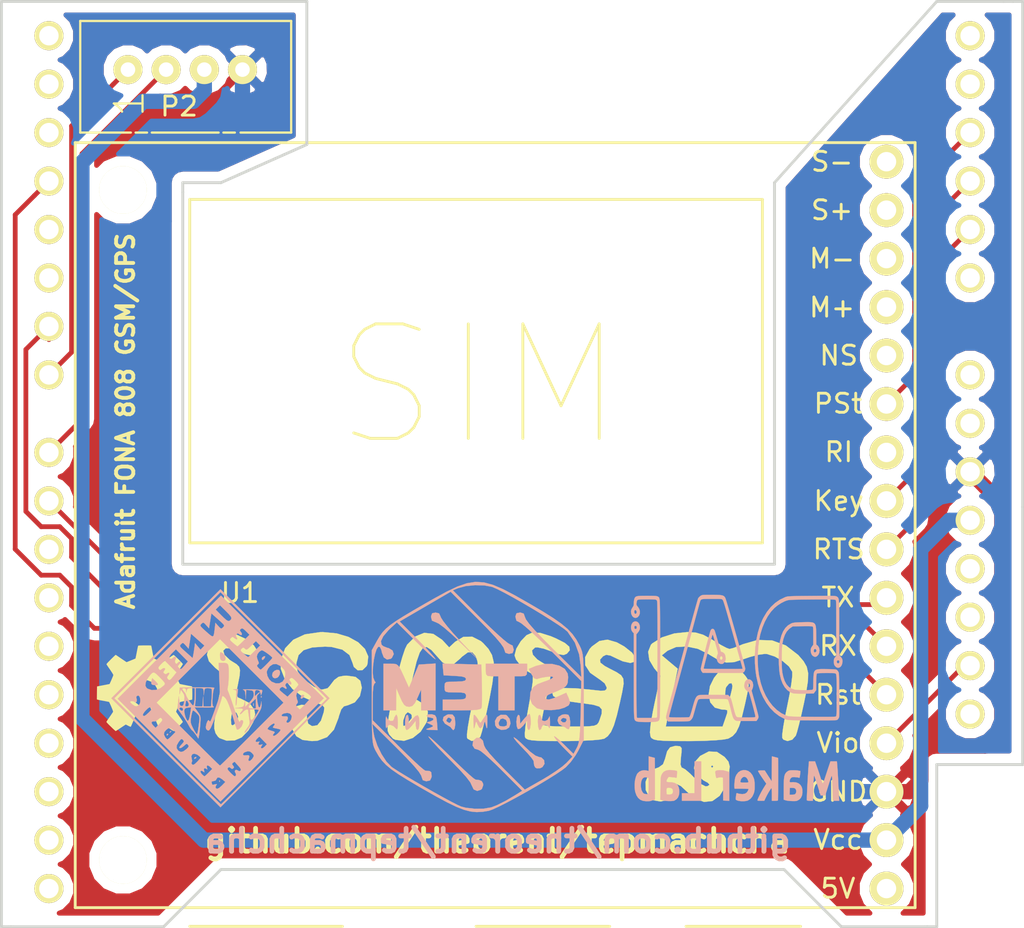
<source format=kicad_pcb>
(kicad_pcb (version 4) (host pcbnew 4.0.2-stable)

  (general
    (links 0)
    (no_connects 0)
    (area 91.8671 30.6298 161.7138 105.7536)
    (thickness 1.6)
    (drawings 29)
    (tracks 73)
    (zones 0)
    (modules 8)
    (nets 40)
  )

  (page A4)
  (title_block
    (title "Extending Tepmachcha")
    (date 2017-04-12)
    (rev 0.1)
    (company "STEM Phnom Penh/Theorent")
  )

  (layers
    (0 F.Cu signal hide)
    (31 B.Cu signal hide)
    (32 B.Adhes user)
    (33 F.Adhes user)
    (34 B.Paste user)
    (35 F.Paste user)
    (36 B.SilkS user)
    (37 F.SilkS user)
    (38 B.Mask user)
    (39 F.Mask user)
    (40 Dwgs.User user)
    (41 Cmts.User user hide)
    (42 Eco1.User user)
    (43 Eco2.User user)
    (44 Edge.Cuts user)
    (45 Margin user)
    (46 B.CrtYd user)
    (47 F.CrtYd user)
    (48 B.Fab user)
    (49 F.Fab user)
  )

  (setup
    (last_trace_width 0.25)
    (trace_clearance 0.3)
    (zone_clearance 0.508)
    (zone_45_only no)
    (trace_min 0.25)
    (segment_width 0.2)
    (edge_width 0.15)
    (via_size 0.6)
    (via_drill 0.4)
    (via_min_size 0.4)
    (via_min_drill 0.3)
    (uvia_size 0.3)
    (uvia_drill 0.1)
    (uvias_allowed no)
    (uvia_min_size 0.2)
    (uvia_min_drill 0.1)
    (pcb_text_width 0.3)
    (pcb_text_size 1.5 1.5)
    (mod_edge_width 0.15)
    (mod_text_size 1 1)
    (mod_text_width 0.15)
    (pad_size 1.524 1.524)
    (pad_drill 1.016)
    (pad_to_mask_clearance 0.2)
    (aux_axis_origin 0 0)
    (grid_origin 97.7138 86.2076)
    (visible_elements FFFFEF7F)
    (pcbplotparams
      (layerselection 0x010f0_80000001)
      (usegerberextensions true)
      (excludeedgelayer true)
      (linewidth 0.100000)
      (plotframeref false)
      (viasonmask false)
      (mode 1)
      (useauxorigin false)
      (hpglpennumber 1)
      (hpglpenspeed 20)
      (hpglpendiameter 15)
      (hpglpenoverlay 2)
      (psnegative false)
      (psa4output false)
      (plotreference true)
      (plotvalue true)
      (plotinvisibletext false)
      (padsonsilk false)
      (subtractmaskfromsilk true)
      (outputformat 1)
      (mirror false)
      (drillshape 0)
      (scaleselection 1)
      (outputdirectory "/Users/leo/Documents/STEMPP repos/Tepmachcha_mod/Production/"))
  )

  (net 0 "")
  (net 1 /MISO)
  (net 2 VCC)
  (net 3 /SCK)
  (net 4 /MOSI)
  (net 5 /RST)
  (net 6 GND)
  (net 7 "Net-(P2-Pad1)")
  (net 8 "Net-(P2-Pad2)")
  (net 9 "Net-(SHIELD1-PadAD5)")
  (net 10 "Net-(SHIELD1-PadAD4)")
  (net 11 "Net-(SHIELD1-PadAD3)")
  (net 12 "Net-(SHIELD1-PadAD0)")
  (net 13 "Net-(SHIELD1-PadAD1)")
  (net 14 "Net-(SHIELD1-PadAD2)")
  (net 15 "Net-(SHIELD1-PadV_IN)")
  (net 16 "Net-(SHIELD1-PadGND2)")
  (net 17 "Net-(SHIELD1-Pad3V3)")
  (net 18 "Net-(SHIELD1-Pad0)")
  (net 19 "Net-(SHIELD1-Pad1)")
  (net 20 "Net-(SHIELD1-Pad2)")
  (net 21 "Net-(SHIELD1-Pad3)")
  (net 22 "Net-(SHIELD1-Pad4)")
  (net 23 "Net-(SHIELD1-Pad5)")
  (net 24 "Net-(SHIELD1-Pad6)")
  (net 25 "Net-(SHIELD1-Pad9)")
  (net 26 "Net-(SHIELD1-Pad10)")
  (net 27 "Net-(SHIELD1-PadGND3)")
  (net 28 "Net-(SHIELD1-PadAREF)")
  (net 29 "Net-(SHIELD1-PadSDA)")
  (net 30 "Net-(SHIELD1-PadSCL)")
  (net 31 "Net-(SHIELD1-PadIO_R)")
  (net 32 "Net-(SHIELD1-PadNC)")
  (net 33 "Net-(U1-Pad1)")
  (net 34 "Net-(U1-Pad10)")
  (net 35 "Net-(U1-Pad12)")
  (net 36 "Net-(U1-Pad13)")
  (net 37 "Net-(U1-Pad14)")
  (net 38 "Net-(U1-Pad15)")
  (net 39 "Net-(U1-Pad16)")

  (net_class Default "This is the default net class."
    (clearance 0.3)
    (trace_width 0.25)
    (via_dia 0.6)
    (via_drill 0.4)
    (uvia_dia 0.3)
    (uvia_drill 0.1)
    (add_net /MISO)
    (add_net /MOSI)
    (add_net /RST)
    (add_net /SCK)
    (add_net "Net-(P2-Pad1)")
    (add_net "Net-(P2-Pad2)")
    (add_net "Net-(SHIELD1-Pad0)")
    (add_net "Net-(SHIELD1-Pad1)")
    (add_net "Net-(SHIELD1-Pad10)")
    (add_net "Net-(SHIELD1-Pad2)")
    (add_net "Net-(SHIELD1-Pad3)")
    (add_net "Net-(SHIELD1-Pad3V3)")
    (add_net "Net-(SHIELD1-Pad4)")
    (add_net "Net-(SHIELD1-Pad5)")
    (add_net "Net-(SHIELD1-Pad6)")
    (add_net "Net-(SHIELD1-Pad9)")
    (add_net "Net-(SHIELD1-PadAD0)")
    (add_net "Net-(SHIELD1-PadAD1)")
    (add_net "Net-(SHIELD1-PadAD2)")
    (add_net "Net-(SHIELD1-PadAD3)")
    (add_net "Net-(SHIELD1-PadAD4)")
    (add_net "Net-(SHIELD1-PadAD5)")
    (add_net "Net-(SHIELD1-PadAREF)")
    (add_net "Net-(SHIELD1-PadGND2)")
    (add_net "Net-(SHIELD1-PadGND3)")
    (add_net "Net-(SHIELD1-PadIO_R)")
    (add_net "Net-(SHIELD1-PadNC)")
    (add_net "Net-(SHIELD1-PadSCL)")
    (add_net "Net-(SHIELD1-PadSDA)")
    (add_net "Net-(SHIELD1-PadV_IN)")
    (add_net "Net-(U1-Pad1)")
    (add_net "Net-(U1-Pad10)")
    (add_net "Net-(U1-Pad12)")
    (add_net "Net-(U1-Pad13)")
    (add_net "Net-(U1-Pad14)")
    (add_net "Net-(U1-Pad15)")
    (add_net "Net-(U1-Pad16)")
  )

  (net_class pow_lines ""
    (clearance 0.5)
    (trace_width 0.8)
    (via_dia 0.8)
    (via_drill 0.4)
    (uvia_dia 0.3)
    (uvia_drill 0.1)
    (add_net GND)
    (add_net VCC)
  )

  (module freetronics_footprints:ARDUINO_SHIELD (layer F.Cu) (tedit 58EB0895) (tstamp 58EB0208)
    (at 148.5011 105.0036 90)
    (descr http://www.thingiverse.com/thing:9630)
    (path /58E70BCA)
    (fp_text reference SHIELD1 (at 8.3566 -23.7617 180) (layer F.SilkS)
      (effects (font (thickness 0.3048)))
    )
    (fp_text value ARDUINO_SHIELD (at 10.16 -54.61 90) (layer F.SilkS) hide
      (effects (font (thickness 0.3048)))
    )
    (fp_line (start 66.04 -40.64) (end 66.04 -52.07) (layer Cmts.User) (width 0.381))
    (fp_line (start 66.04 -52.07) (end 64.77 -53.34) (layer Cmts.User) (width 0.381))
    (fp_line (start 64.77 -53.34) (end 0 -53.34) (layer Cmts.User) (width 0.381))
    (fp_line (start 66.04 0) (end 0 0) (layer Cmts.User) (width 0.381))
    (fp_line (start 0 0) (end 0 -53.34) (layer Cmts.User) (width 0.381))
    (fp_line (start 66.04 -40.64) (end 68.58 -38.1) (layer Cmts.User) (width 0.381))
    (fp_line (start 68.58 -38.1) (end 68.58 -5.08) (layer Cmts.User) (width 0.381))
    (fp_line (start 68.58 -5.08) (end 66.04 -2.54) (layer Cmts.User) (width 0.381))
    (fp_line (start 66.04 -2.54) (end 66.04 0) (layer Cmts.User) (width 0.381))
    (pad AD5 thru_hole circle (at 63.5 -2.54 180) (size 1.524 1.524) (drill 1.016) (layers *.Cu *.Mask F.SilkS)
      (net 9 "Net-(SHIELD1-PadAD5)"))
    (pad AD4 thru_hole circle (at 60.96 -2.54 180) (size 1.524 1.524) (drill 1.016) (layers *.Cu *.Mask F.SilkS)
      (net 10 "Net-(SHIELD1-PadAD4)"))
    (pad AD3 thru_hole circle (at 58.42 -2.54 180) (size 1.524 1.524) (drill 1.016) (layers *.Cu *.Mask F.SilkS)
      (net 11 "Net-(SHIELD1-PadAD3)"))
    (pad AD0 thru_hole circle (at 50.8 -2.54 180) (size 1.524 1.524) (drill 1.016) (layers *.Cu *.Mask F.SilkS)
      (net 12 "Net-(SHIELD1-PadAD0)"))
    (pad AD1 thru_hole circle (at 53.34 -2.54 180) (size 1.524 1.524) (drill 1.016) (layers *.Cu *.Mask F.SilkS)
      (net 13 "Net-(SHIELD1-PadAD1)"))
    (pad AD2 thru_hole circle (at 55.88 -2.54 180) (size 1.524 1.524) (drill 1.016) (layers *.Cu *.Mask F.SilkS)
      (net 14 "Net-(SHIELD1-PadAD2)"))
    (pad V_IN thru_hole circle (at 45.72 -2.54 180) (size 1.524 1.524) (drill 1.016) (layers *.Cu *.Mask F.SilkS)
      (net 15 "Net-(SHIELD1-PadV_IN)"))
    (pad GND2 thru_hole circle (at 43.18 -2.54 180) (size 1.524 1.524) (drill 1.016) (layers *.Cu *.Mask F.SilkS)
      (net 16 "Net-(SHIELD1-PadGND2)"))
    (pad GND1 thru_hole circle (at 40.64 -2.54 180) (size 1.524 1.524) (drill 1.016) (layers *.Cu *.Mask F.SilkS)
      (net 6 GND))
    (pad 3V3 thru_hole circle (at 35.56 -2.54 180) (size 1.524 1.524) (drill 1.016) (layers *.Cu *.Mask F.SilkS)
      (net 17 "Net-(SHIELD1-Pad3V3)"))
    (pad RST thru_hole circle (at 33.02 -2.54 180) (size 1.524 1.524) (drill 1.016) (layers *.Cu *.Mask F.SilkS)
      (net 5 /RST))
    (pad 0 thru_hole circle (at 63.5 -50.8 180) (size 1.524 1.524) (drill 1.016) (layers *.Cu *.Mask F.SilkS)
      (net 18 "Net-(SHIELD1-Pad0)"))
    (pad 1 thru_hole circle (at 60.96 -50.8 180) (size 1.524 1.524) (drill 1.016) (layers *.Cu *.Mask F.SilkS)
      (net 19 "Net-(SHIELD1-Pad1)"))
    (pad 2 thru_hole circle (at 58.42 -50.8 180) (size 1.524 1.524) (drill 1.016) (layers *.Cu *.Mask F.SilkS)
      (net 20 "Net-(SHIELD1-Pad2)"))
    (pad 3 thru_hole circle (at 55.88 -50.8 180) (size 1.524 1.524) (drill 1.016) (layers *.Cu *.Mask F.SilkS)
      (net 21 "Net-(SHIELD1-Pad3)"))
    (pad 4 thru_hole circle (at 53.34 -50.8 180) (size 1.524 1.524) (drill 1.016) (layers *.Cu *.Mask F.SilkS)
      (net 22 "Net-(SHIELD1-Pad4)"))
    (pad 5 thru_hole circle (at 50.8 -50.8 180) (size 1.524 1.524) (drill 1.016) (layers *.Cu *.Mask F.SilkS)
      (net 23 "Net-(SHIELD1-Pad5)"))
    (pad 6 thru_hole circle (at 48.26 -50.8 180) (size 1.524 1.524) (drill 1.016) (layers *.Cu *.Mask F.SilkS)
      (net 24 "Net-(SHIELD1-Pad6)"))
    (pad 7 thru_hole circle (at 45.72 -50.8 180) (size 1.524 1.524) (drill 1.016) (layers *.Cu *.Mask F.SilkS)
      (net 7 "Net-(P2-Pad1)"))
    (pad 8 thru_hole circle (at 41.656 -50.8 180) (size 1.524 1.524) (drill 1.016) (layers *.Cu *.Mask F.SilkS)
      (net 8 "Net-(P2-Pad2)"))
    (pad 9 thru_hole circle (at 39.116 -50.8 180) (size 1.524 1.524) (drill 1.016) (layers *.Cu *.Mask F.SilkS)
      (net 25 "Net-(SHIELD1-Pad9)"))
    (pad 10 thru_hole circle (at 36.576 -50.8 180) (size 1.524 1.524) (drill 1.016) (layers *.Cu *.Mask F.SilkS)
      (net 26 "Net-(SHIELD1-Pad10)"))
    (pad 11 thru_hole circle (at 34.036 -50.8 180) (size 1.524 1.524) (drill 1.016) (layers *.Cu *.Mask F.SilkS)
      (net 4 /MOSI))
    (pad 12 thru_hole circle (at 31.496 -50.8 180) (size 1.524 1.524) (drill 1.016) (layers *.Cu *.Mask F.SilkS)
      (net 1 /MISO))
    (pad 13 thru_hole circle (at 28.956 -50.8 180) (size 1.524 1.524) (drill 1.016) (layers *.Cu *.Mask F.SilkS)
      (net 3 /SCK))
    (pad GND3 thru_hole circle (at 26.416 -50.8 180) (size 1.524 1.524) (drill 1.016) (layers *.Cu *.Mask F.SilkS)
      (net 27 "Net-(SHIELD1-PadGND3)"))
    (pad AREF thru_hole circle (at 23.876 -50.8 180) (size 1.524 1.524) (drill 1.016) (layers *.Cu *.Mask F.SilkS)
      (net 28 "Net-(SHIELD1-PadAREF)"))
    (pad 5V thru_hole circle (at 38.1 -2.54 180) (size 1.524 1.524) (drill 1.016) (layers *.Cu *.Mask F.SilkS)
      (net 2 VCC))
    (pad SDA thru_hole circle (at 21.336 -50.8 180) (size 1.524 1.524) (drill 1.016) (layers *.Cu *.Mask F.SilkS)
      (net 29 "Net-(SHIELD1-PadSDA)"))
    (pad SCL thru_hole circle (at 18.796 -50.8 180) (size 1.524 1.524) (drill 1.016) (layers *.Cu *.Mask F.SilkS)
      (net 30 "Net-(SHIELD1-PadSCL)"))
    (pad IO_R thru_hole circle (at 30.48 -2.54 180) (size 1.524 1.524) (drill 1.016) (layers *.Cu *.Mask F.SilkS)
      (net 31 "Net-(SHIELD1-PadIO_R)"))
    (pad NC thru_hole circle (at 27.94 -2.54 180) (size 1.524 1.524) (drill 1.016) (layers *.Cu *.Mask F.SilkS)
      (net 32 "Net-(SHIELD1-PadNC)"))
  )

  (module Connectors:Grove_1x04 (layer F.Cu) (tedit 587F9C9D) (tstamp 58EB01DA)
    (at 101.8418 43.2816 90)
    (descr https://statics3.seeedstudio.com/images/opl/datasheet/3470130P1.pdf)
    (tags Grove-1x04)
    (path /58E70BCF)
    (fp_text reference P2 (at -1.9304 2.6792 180) (layer F.SilkS)
      (effects (font (size 1 1) (thickness 0.15)))
    )
    (fp_text value CONN_01X04 (at 11.2268 1.333 180) (layer F.Fab)
      (effects (font (size 1 1) (thickness 0.15)))
    )
    (fp_line (start -3.45 -2.65) (end -3.45 8.7) (layer F.CrtYd) (width 0.05))
    (fp_line (start -3.45 8.7) (end 2.7 8.7) (layer F.CrtYd) (width 0.05))
    (fp_line (start 2.7 8.7) (end 2.7 -2.65) (layer F.CrtYd) (width 0.05))
    (fp_line (start -3.45 -2.65) (end 2.7 -2.65) (layer F.CrtYd) (width 0.05))
    (fp_line (start -3.3 5) (end -3.3 5.6) (layer F.SilkS) (width 0.12))
    (fp_line (start -3.3 0.4) (end -3.3 1) (layer F.SilkS) (width 0.12))
    (fp_line (start 2.55 -2.5) (end 2.55 8.55) (layer F.SilkS) (width 0.12))
    (fp_line (start -3.3 -2.5) (end 2.55 -2.5) (layer F.SilkS) (width 0.12))
    (fp_line (start -3.3 1.25) (end -3.3 4.75) (layer F.SilkS) (width 0.12))
    (fp_line (start -3.3 8.55) (end 2.55 8.55) (layer F.SilkS) (width 0.12))
    (fp_line (start -3.3 -2.5) (end -3.3 0.15) (layer F.SilkS) (width 0.12))
    (fp_line (start -3.3 5.9) (end -3.3 8.55) (layer F.SilkS) (width 0.12))
    (fp_line (start -2.9 -2.1) (end 2.2 -2.1) (layer F.Fab) (width 0.1))
    (fp_line (start 2.2 -2.1) (end 2.2 8.1) (layer F.Fab) (width 0.1))
    (fp_line (start 2.2 8.1) (end -2.9 8.1) (layer F.Fab) (width 0.1))
    (fp_line (start -2.9 8.1) (end -2.9 -2.1) (layer F.Fab) (width 0.1))
    (fp_text user 1 (at -1.775 0.075 90) (layer F.SilkS)
      (effects (font (size 1.5 1.5) (thickness 0.12)))
    )
    (pad 1 thru_hole circle (at 0 0 90) (size 1.524 1.524) (drill 0.762) (layers *.Cu *.Mask F.SilkS)
      (net 7 "Net-(P2-Pad1)"))
    (pad 2 thru_hole circle (at 0 2 90) (size 1.524 1.524) (drill 0.762) (layers *.Cu *.Mask F.SilkS)
      (net 8 "Net-(P2-Pad2)"))
    (pad 3 thru_hole circle (at 0 4 90) (size 1.524 1.524) (drill 0.762) (layers *.Cu *.Mask F.SilkS)
      (net 2 VCC))
    (pad 4 thru_hole circle (at 0 6 90) (size 1.524 1.524) (drill 0.762) (layers *.Cu *.Mask F.SilkS)
      (net 6 GND))
    (model Connectors.3dshapes/Grove_1x04.wrl
      (at (xyz 0 0 0))
      (scale (xyz 0.3937 0.3937 0.3937))
      (rotate (xyz 0 0 -90))
    )
  )

  (module freetronics_footprints:Adafruit_FONA_808_Theorent (layer F.Cu) (tedit 58EB0AF6) (tstamp 58EB021E)
    (at 99.0796 87.2476 180)
    (path /58E70BC9)
    (fp_text reference U1 (at -8.6342 16.54 180) (layer F.SilkS)
      (effects (font (size 1 1) (thickness 0.15)))
    )
    (fp_text value FONA_808 (at -13.6342 16.54 180) (layer F.Fab)
      (effects (font (size 1 1) (thickness 0.15)))
    )
    (fp_text user Audio (at -35 -1.94 180) (layer F.SilkS)
      (effects (font (size 1 1) (thickness 0.15)))
    )
    (fp_line (start -32 -0.94) (end -38 -0.94) (layer F.SilkS) (width 0.15))
    (fp_text user USB (at -24 -1.94 180) (layer F.SilkS)
      (effects (font (size 1 1) (thickness 0.15)))
    )
    (fp_line (start -21 -0.94) (end -28 -0.94) (layer F.SilkS) (width 0.15))
    (fp_text user "Batt Conn" (at -10 -1.94 180) (layer F.SilkS)
      (effects (font (size 1 1) (thickness 0.15)))
    )
    (fp_line (start -6 -0.94) (end -14 -0.94) (layer F.SilkS) (width 0.15))
    (fp_text user SIM (at -21.164 27.4052 180) (layer F.SilkS)
      (effects (font (size 6 6) (thickness 0.15)))
    )
    (fp_line (start -36 19.16) (end -36 37.16) (layer F.SilkS) (width 0.15))
    (fp_line (start -6 19.16) (end -36 19.16) (layer F.SilkS) (width 0.15))
    (fp_line (start -6 37.16) (end -6 19.16) (layer F.SilkS) (width 0.15))
    (fp_line (start -36 37.16) (end -6 37.16) (layer F.SilkS) (width 0.15))
    (fp_text user S- (at -39.65 39.14 180) (layer F.SilkS)
      (effects (font (size 1 1) (thickness 0.15)))
    )
    (fp_text user S+ (at -39.65 36.6 180) (layer F.SilkS)
      (effects (font (size 1 1) (thickness 0.15)))
    )
    (fp_text user M- (at -39.65 34.06 180) (layer F.SilkS)
      (effects (font (size 1 1) (thickness 0.15)))
    )
    (fp_text user M+ (at -39.65 31.5 180) (layer F.SilkS)
      (effects (font (size 1 1) (thickness 0.15)))
    )
    (fp_text user NS (at -40 28.98 180) (layer F.SilkS)
      (effects (font (size 1 1) (thickness 0.15)))
    )
    (fp_text user PSt (at -39.96 26.46 180) (layer F.SilkS)
      (effects (font (size 1 1) (thickness 0.15)))
    )
    (fp_text user RI (at -40 23.92 180) (layer F.SilkS)
      (effects (font (size 1 1) (thickness 0.15)))
    )
    (fp_text user Key (at -40 21.36 180) (layer F.SilkS)
      (effects (font (size 1 1) (thickness 0.15)))
    )
    (fp_text user RTS (at -40 18.82 180) (layer F.SilkS)
      (effects (font (size 1 1) (thickness 0.15)))
    )
    (fp_text user TX (at -39.96 16.3 180) (layer F.SilkS)
      (effects (font (size 1 1) (thickness 0.15)))
    )
    (fp_text user RX (at -39.96 13.76 180) (layer F.SilkS)
      (effects (font (size 1 1) (thickness 0.15)))
    )
    (fp_text user Rst (at -39.96 11.2 180) (layer F.SilkS)
      (effects (font (size 1 1) (thickness 0.15)))
    )
    (fp_text user Vio (at -39.96 8.68 180) (layer F.SilkS)
      (effects (font (size 1 1) (thickness 0.15)))
    )
    (fp_text user GND (at -39.96 6.12 180) (layer F.SilkS)
      (effects (font (size 1 1) (thickness 0.15)))
    )
    (fp_text user Vcc (at -39.96 3.6 180) (layer F.SilkS)
      (effects (font (size 1 1) (thickness 0.15)))
    )
    (fp_text user 5V (at -39.96 1.04 180) (layer F.SilkS)
      (effects (font (size 1 1) (thickness 0.15)))
    )
    (fp_line (start -44 40.14) (end -44 0.04) (layer F.SilkS) (width 0.15))
    (fp_line (start 0 40.14) (end -44 40.14) (layer F.SilkS) (width 0.15))
    (fp_line (start 0 0.04) (end 0 40.14) (layer F.SilkS) (width 0.15))
    (fp_line (start -44 0.04) (end 0 0.04) (layer F.SilkS) (width 0.15))
    (pad 1 thru_hole circle (at -42.5 1.04 180) (size 1.778 1.778) (drill 1.016) (layers *.Cu *.Mask F.SilkS)
      (net 33 "Net-(U1-Pad1)"))
    (pad 2 thru_hole circle (at -42.5 3.58 180) (size 1.778 1.778) (drill 1.016) (layers *.Cu *.Mask F.SilkS)
      (net 2 VCC))
    (pad 3 thru_hole circle (at -42.5 6.12 180) (size 1.778 1.778) (drill 1.016) (layers *.Cu *.Mask F.SilkS)
      (net 6 GND))
    (pad 4 thru_hole circle (at -42.5 8.66 180) (size 1.778 1.778) (drill 1.016) (layers *.Cu *.Mask F.SilkS)
      (net 31 "Net-(SHIELD1-PadIO_R)"))
    (pad 5 thru_hole circle (at -42.5 11.2 180) (size 1.778 1.778) (drill 1.016) (layers *.Cu *.Mask F.SilkS)
      (net 21 "Net-(SHIELD1-Pad3)"))
    (pad 6 thru_hole circle (at -42.5 13.74 180) (size 1.778 1.778) (drill 1.016) (layers *.Cu *.Mask F.SilkS)
      (net 24 "Net-(SHIELD1-Pad6)"))
    (pad 7 thru_hole circle (at -42.5 16.28 180) (size 1.778 1.778) (drill 1.016) (layers *.Cu *.Mask F.SilkS)
      (net 25 "Net-(SHIELD1-Pad9)"))
    (pad 8 thru_hole circle (at -42.5 18.82 180) (size 1.778 1.778) (drill 1.016) (layers *.Cu *.Mask F.SilkS)
      (net 13 "Net-(SHIELD1-PadAD1)"))
    (pad 9 thru_hole circle (at -42.5 21.36 180) (size 1.778 1.778) (drill 1.016) (layers *.Cu *.Mask F.SilkS)
      (net 14 "Net-(SHIELD1-PadAD2)"))
    (pad 10 thru_hole circle (at -42.5 23.9 180) (size 1.778 1.778) (drill 1.016) (layers *.Cu *.Mask F.SilkS)
      (net 34 "Net-(U1-Pad10)"))
    (pad 11 thru_hole circle (at -42.5 26.44 180) (size 1.778 1.778) (drill 1.016) (layers *.Cu *.Mask F.SilkS)
      (net 11 "Net-(SHIELD1-PadAD3)"))
    (pad 12 thru_hole circle (at -42.5 28.98 180) (size 1.778 1.778) (drill 1.016) (layers *.Cu *.Mask F.SilkS)
      (net 35 "Net-(U1-Pad12)"))
    (pad 13 thru_hole circle (at -42.5 31.52 180) (size 1.778 1.778) (drill 1.016) (layers *.Cu *.Mask F.SilkS)
      (net 36 "Net-(U1-Pad13)"))
    (pad 14 thru_hole circle (at -42.5 34.06 180) (size 1.778 1.778) (drill 1.016) (layers *.Cu *.Mask F.SilkS)
      (net 37 "Net-(U1-Pad14)"))
    (pad 15 thru_hole circle (at -42.5 36.6 180) (size 1.778 1.778) (drill 1.016) (layers *.Cu *.Mask F.SilkS)
      (net 38 "Net-(U1-Pad15)"))
    (pad 16 thru_hole circle (at -42.5 39.14 180) (size 1.778 1.778) (drill 1.016) (layers *.Cu *.Mask F.SilkS)
      (net 39 "Net-(U1-Pad16)"))
    (pad "" np_thru_hole circle (at -2.5 2.54 180) (size 2.5 2.5) (drill 2.5) (layers *.Cu *.Mask F.SilkS))
    (pad "" np_thru_hole circle (at -2.5 37.66 180) (size 2.5 2.5) (drill 2.5) (layers *.Cu *.Mask F.SilkS))
  )

  (module Graphics:makerlab-logo (layer B.Cu) (tedit 0) (tstamp 5906FFE5)
    (at 133.7138 76.2076 180)
    (fp_text reference G*** (at 0 0 180) (layer B.SilkS) hide
      (effects (font (thickness 0.3)) (justify mirror))
    )
    (fp_text value LOGO (at 0.75 0 180) (layer B.SilkS) hide
      (effects (font (thickness 0.3)) (justify mirror))
    )
    (fp_poly (pts (xy -2.862996 -3.800385) (xy -2.788895 -3.808763) (xy -2.735061 -3.824434) (xy -2.695115 -3.847022)
      (xy -2.633674 -3.895724) (xy -2.585146 -3.948432) (xy -2.548045 -4.011809) (xy -2.520886 -4.092521)
      (xy -2.502182 -4.197231) (xy -2.490449 -4.332605) (xy -2.4842 -4.505306) (xy -2.48195 -4.722)
      (xy -2.481833 -4.803848) (xy -2.481833 -5.338301) (xy -2.573932 -5.370982) (xy -2.636504 -5.386357)
      (xy -2.723808 -5.39896) (xy -2.825441 -5.408268) (xy -2.931 -5.413755) (xy -3.030081 -5.414897)
      (xy -3.112283 -5.411169) (xy -3.167203 -5.402047) (xy -3.170153 -5.401052) (xy -3.290896 -5.338538)
      (xy -3.379166 -5.248395) (xy -3.436489 -5.128445) (xy -3.46396 -4.981627) (xy -3.463296 -4.927687)
      (xy -3.138496 -4.927687) (xy -3.116995 -5.004447) (xy -3.071426 -5.057283) (xy -3.063512 -5.061638)
      (xy -3.029525 -5.069459) (xy -2.97066 -5.075427) (xy -2.912359 -5.077911) (xy -2.79029 -5.08)
      (xy -2.801756 -4.722812) (xy -2.930611 -4.722812) (xy -3.010054 -4.726979) (xy -3.062083 -4.741659)
      (xy -3.097695 -4.770118) (xy -3.100267 -4.773215) (xy -3.133672 -4.844707) (xy -3.138496 -4.927687)
      (xy -3.463296 -4.927687) (xy -3.461958 -4.819212) (xy -3.426918 -4.681843) (xy -3.360676 -4.57142)
      (xy -3.265067 -4.489842) (xy -3.141925 -4.439011) (xy -2.993086 -4.420824) (xy -2.924707 -4.423272)
      (xy -2.854875 -4.427854) (xy -2.815217 -4.425557) (xy -2.797197 -4.412624) (xy -2.792277 -4.385295)
      (xy -2.792062 -4.364864) (xy -2.809415 -4.283125) (xy -2.854132 -4.21106) (xy -2.9152 -4.16594)
      (xy -2.92005 -4.164152) (xy -2.96607 -4.157476) (xy -3.035927 -4.157048) (xy -3.116209 -4.161824)
      (xy -3.1935 -4.170762) (xy -3.254387 -4.18282) (xy -3.279249 -4.192081) (xy -3.298319 -4.196487)
      (xy -3.312599 -4.178755) (xy -3.32452 -4.130493) (xy -3.336511 -4.043309) (xy -3.345244 -3.964161)
      (xy -3.358309 -3.84051) (xy -3.264231 -3.81864) (xy -3.203623 -3.809292) (xy -3.118022 -3.802129)
      (xy -3.021201 -3.798124) (xy -2.966565 -3.797625) (xy -2.862996 -3.800385)) (layer B.SilkS) (width 0.01))
    (fp_poly (pts (xy -0.219787 -3.82852) (xy -0.10148 -3.910134) (xy -0.00646 -4.033219) (xy 0.047618 -4.149616)
      (xy 0.068436 -4.231928) (xy 0.08585 -4.347721) (xy 0.097912 -4.477594) (xy 0.102672 -4.602149)
      (xy 0.100565 -4.67651) (xy 0.094489 -4.7625) (xy -0.272679 -4.7625) (xy -0.387189 -4.763494)
      (xy -0.48711 -4.766261) (xy -0.566481 -4.770479) (xy -0.619337 -4.775826) (xy -0.639715 -4.781979)
      (xy -0.639775 -4.782343) (xy -0.630475 -4.816131) (xy -0.607681 -4.873665) (xy -0.602638 -4.885133)
      (xy -0.541203 -4.972534) (xy -0.45046 -5.027294) (xy -0.332031 -5.04869) (xy -0.244374 -5.044763)
      (xy -0.166853 -5.033228) (xy -0.098904 -5.018581) (xy -0.05486 -5.003929) (xy -0.053983 -5.003483)
      (xy -0.028192 -4.992873) (xy -0.011775 -5.000928) (xy 0.000023 -5.037571) (xy 0.01195 -5.112727)
      (xy 0.017384 -5.152554) (xy 0.028964 -5.250105) (xy 0.030897 -5.308314) (xy 0.023074 -5.339128)
      (xy 0.015586 -5.347899) (xy -0.046325 -5.381069) (xy -0.135991 -5.404777) (xy -0.242961 -5.4186)
      (xy -0.35678 -5.42212) (xy -0.466997 -5.414916) (xy -0.56316 -5.396568) (xy -0.62299 -5.37356)
      (xy -0.746208 -5.287) (xy -0.839688 -5.172135) (xy -0.905972 -5.031055) (xy -0.931359 -4.954865)
      (xy -0.947227 -4.886736) (xy -0.955704 -4.810093) (xy -0.958921 -4.708363) (xy -0.959192 -4.616979)
      (xy -0.957214 -4.4812) (xy -0.952661 -4.411392) (xy -0.633887 -4.411392) (xy -0.629459 -4.428427)
      (xy -0.609837 -4.43844) (xy -0.568704 -4.443296) (xy -0.49974 -4.444862) (xy -0.427872 -4.445)
      (xy -0.334412 -4.444622) (xy -0.273001 -4.442181) (xy -0.23691 -4.435715) (xy -0.219411 -4.42326)
      (xy -0.213774 -4.402855) (xy -0.213283 -4.382422) (xy -0.230713 -4.298469) (xy -0.276494 -4.22022)
      (xy -0.34086 -4.163122) (xy -0.357343 -4.15457) (xy -0.439757 -4.142654) (xy -0.516355 -4.177901)
      (xy -0.580373 -4.254574) (xy -0.625052 -4.366935) (xy -0.629441 -4.385468) (xy -0.633887 -4.411392)
      (xy -0.952661 -4.411392) (xy -0.950714 -4.381552) (xy -0.937797 -4.30137) (xy -0.916568 -4.22399)
      (xy -0.91337 -4.214096) (xy -0.839831 -4.050355) (xy -0.740446 -3.923265) (xy -0.619434 -3.836057)
      (xy -0.481013 -3.791961) (xy -0.359533 -3.79001) (xy -0.219787 -3.82852)) (layer B.SilkS) (width 0.01))
    (fp_poly (pts (xy 3.528357 -3.789802) (xy 3.553108 -3.791456) (xy 3.691022 -3.820212) (xy 3.799238 -3.880054)
      (xy 3.880404 -3.972886) (xy 3.921521 -4.055881) (xy 3.935834 -4.095427) (xy 3.946755 -4.136585)
      (xy 3.954843 -4.187181) (xy 3.960656 -4.255044) (xy 3.964753 -4.348) (xy 3.967693 -4.473877)
      (xy 3.970032 -4.640503) (xy 3.971276 -4.753308) (xy 3.977438 -5.339429) (xy 3.874329 -5.371783)
      (xy 3.789512 -5.391436) (xy 3.685033 -5.405326) (xy 3.571254 -5.413196) (xy 3.458538 -5.414785)
      (xy 3.357247 -5.409834) (xy 3.277744 -5.398082) (xy 3.244602 -5.387567) (xy 3.131951 -5.315639)
      (xy 3.051701 -5.214672) (xy 3.003675 -5.084297) (xy 2.988591 -4.933126) (xy 3.316412 -4.933126)
      (xy 3.339718 -5.008088) (xy 3.394464 -5.054627) (xy 3.481655 -5.073889) (xy 3.538549 -5.0736)
      (xy 3.654885 -5.06677) (xy 3.660791 -4.910475) (xy 3.661264 -4.808877) (xy 3.648753 -4.74879)
      (xy 3.616637 -4.719525) (xy 3.558294 -4.710392) (xy 3.536595 -4.709988) (xy 3.443598 -4.721421)
      (xy 3.372814 -4.754362) (xy 3.330703 -4.805214) (xy 3.323543 -4.828598) (xy 3.316412 -4.933126)
      (xy 2.988591 -4.933126) (xy 2.987694 -4.924144) (xy 2.989699 -4.859978) (xy 3.011308 -4.715589)
      (xy 3.058052 -4.602758) (xy 3.132128 -4.519464) (xy 3.235733 -4.463689) (xy 3.371065 -4.433413)
      (xy 3.460992 -4.42686) (xy 3.549557 -4.423217) (xy 3.606593 -4.417611) (xy 3.63935 -4.407859)
      (xy 3.655076 -4.391775) (xy 3.661023 -4.367172) (xy 3.661097 -4.366531) (xy 3.650648 -4.308141)
      (xy 3.612054 -4.237135) (xy 3.606684 -4.229633) (xy 3.546057 -4.146904) (xy 3.367799 -4.160711)
      (xy 3.285351 -4.1687) (xy 3.215415 -4.178406) (xy 3.168678 -4.188219) (xy 3.157993 -4.19228)
      (xy 3.140379 -4.19414) (xy 3.128363 -4.169331) (xy 3.119201 -4.108291) (xy 3.112661 -4.034397)
      (xy 3.106995 -3.943621) (xy 3.105486 -3.875727) (xy 3.108371 -3.845798) (xy 3.137157 -3.830773)
      (xy 3.195166 -3.816469) (xy 3.272844 -3.804052) (xy 3.360638 -3.79469) (xy 3.448994 -3.789551)
      (xy 3.528357 -3.789802)) (layer B.SilkS) (width 0.01))
    (fp_poly (pts (xy 4.592133 -3.094077) (xy 4.59358 -3.162602) (xy 4.594644 -3.265446) (xy 4.595208 -3.393311)
      (xy 4.595267 -3.453125) (xy 4.595267 -3.837083) (xy 4.677671 -3.816927) (xy 4.826555 -3.798588)
      (xy 4.962526 -3.817353) (xy 5.080133 -3.871235) (xy 5.173926 -3.958249) (xy 5.208406 -4.010335)
      (xy 5.267468 -4.153057) (xy 5.30787 -4.328128) (xy 5.328242 -4.520533) (xy 5.327212 -4.715257)
      (xy 5.303411 -4.897283) (xy 5.293316 -4.940706) (xy 5.23098 -5.1141) (xy 5.143086 -5.248546)
      (xy 5.029179 -5.344416) (xy 4.888807 -5.402082) (xy 4.721514 -5.421916) (xy 4.706028 -5.421869)
      (xy 4.625326 -5.420103) (xy 4.558975 -5.417124) (xy 4.51681 -5.413445) (xy 4.508015 -5.411565)
      (xy 4.479593 -5.402087) (xy 4.426241 -5.38611) (xy 4.377137 -5.372069) (xy 4.265648 -5.340788)
      (xy 4.265648 -4.244665) (xy 4.265676 -4.208914) (xy 4.595267 -4.208914) (xy 4.595267 -4.613589)
      (xy 4.596173 -4.755126) (xy 4.598671 -4.877772) (xy 4.60243 -4.971859) (xy 4.607119 -5.027717)
      (xy 4.609809 -5.038438) (xy 4.635696 -5.047643) (xy 4.687469 -5.05045) (xy 4.735859 -5.047772)
      (xy 4.809501 -5.035016) (xy 4.860704 -5.008777) (xy 4.905619 -4.960775) (xy 4.905638 -4.960751)
      (xy 4.965712 -4.845706) (xy 4.997217 -4.69529) (xy 5.002334 -4.590346) (xy 4.9897 -4.42576)
      (xy 4.95275 -4.298672) (xy 4.893473 -4.211583) (xy 4.813854 -4.166996) (xy 4.715883 -4.167415)
      (xy 4.675911 -4.179282) (xy 4.595267 -4.208914) (xy 4.265676 -4.208914) (xy 4.265835 -4.009622)
      (xy 4.266366 -3.791842) (xy 4.267203 -3.596827) (xy 4.268306 -3.430083) (xy 4.269634 -3.297111)
      (xy 4.271147 -3.203415) (xy 4.272804 -3.154499) (xy 4.273637 -3.148541) (xy 4.295102 -3.143911)
      (xy 4.344975 -3.13162) (xy 4.413594 -3.114064) (xy 4.433599 -3.108858) (xy 4.505041 -3.09035)
      (xy 4.559774 -3.076447) (xy 4.588389 -3.069531) (xy 4.590419 -3.069171) (xy 4.592133 -3.094077)) (layer B.SilkS) (width 0.01))
    (fp_poly (pts (xy -4.812057 -3.684322) (xy -4.761609 -3.835602) (xy -4.709227 -3.994673) (xy -4.660815 -4.14349)
      (xy -4.622278 -4.264008) (xy -4.619442 -4.27302) (xy -4.586124 -4.37365) (xy -4.556846 -4.452189)
      (xy -4.535616 -4.498389) (xy -4.528184 -4.50628) (xy -4.514428 -4.4814) (xy -4.48965 -4.417605)
      (xy -4.457532 -4.324948) (xy -4.426419 -4.228468) (xy -4.381832 -4.089069) (xy -4.327797 -3.925018)
      (xy -4.271914 -3.759191) (xy -4.232391 -3.644635) (xy -4.123659 -3.33375) (xy -3.805302 -3.33375)
      (xy -3.793513 -3.459427) (xy -3.783682 -3.575865) (xy -3.772887 -3.723715) (xy -3.761496 -3.895811)
      (xy -3.749878 -4.084989) (xy -3.738402 -4.284085) (xy -3.727437 -4.485934) (xy -3.717353 -4.683373)
      (xy -3.708518 -4.869235) (xy -3.7013 -5.036358) (xy -3.69607 -5.177577) (xy -3.693196 -5.285727)
      (xy -3.693047 -5.353643) (xy -3.694917 -5.373807) (xy -3.718102 -5.385017) (xy -3.769859 -5.393363)
      (xy -3.839999 -5.397354) (xy -3.856814 -5.3975) (xy -4.007981 -5.3975) (xy -4.020341 -5.218906)
      (xy -4.026465 -5.101461) (xy -4.030962 -4.960269) (xy -4.032921 -4.82449) (xy -4.03294 -4.815416)
      (xy -4.034527 -4.657524) (xy -4.038615 -4.503061) (xy -4.044695 -4.36065) (xy -4.052255 -4.238915)
      (xy -4.060785 -4.14648) (xy -4.069774 -4.091968) (xy -4.076406 -4.081108) (xy -4.089092 -4.10685)
      (xy -4.114271 -4.174133) (xy -4.149449 -4.275695) (xy -4.192132 -4.404274) (xy -4.239825 -4.552607)
      (xy -4.256195 -4.604516) (xy -4.417876 -5.119687) (xy -4.656324 -5.119687) (xy -4.818004 -4.604516)
      (xy -4.866817 -4.451255) (xy -4.911466 -4.315349) (xy -4.949451 -4.204063) (xy -4.978273 -4.124663)
      (xy -4.995433 -4.084415) (xy -4.998103 -4.080967) (xy -5.006025 -4.102673) (xy -5.014124 -4.169579)
      (xy -5.021727 -4.27398) (xy -5.028161 -4.40817) (xy -5.02923 -4.437388) (xy -5.035264 -4.606777)
      (xy -5.042046 -4.791153) (xy -5.048708 -4.967165) (xy -5.05391 -5.099843) (xy -5.065883 -5.3975)
      (xy -5.385764 -5.3975) (xy -5.377826 -5.232135) (xy -5.374219 -5.156417) (xy -5.368629 -5.038358)
      (xy -5.361551 -4.888425) (xy -5.353479 -4.717083) (xy -5.344906 -4.534801) (xy -5.34193 -4.471458)
      (xy -5.332415 -4.278886) (xy -5.32201 -4.085323) (xy -5.311459 -3.903495) (xy -5.301508 -3.746126)
      (xy -5.292902 -3.62594) (xy -5.291195 -3.604947) (xy -5.268418 -3.33375) (xy -4.929884 -3.33375)
      (xy -4.812057 -3.684322)) (layer B.SilkS) (width 0.01))
    (fp_poly (pts (xy -1.865122 -3.09444) (xy -1.863451 -3.165504) (xy -1.861653 -3.275244) (xy -1.859832 -3.416539)
      (xy -1.858096 -3.582269) (xy -1.856866 -3.72401) (xy -1.85168 -4.378854) (xy -1.669923 -4.094427)
      (xy -1.488167 -3.81) (xy -1.3193 -3.81) (xy -1.24191 -3.811834) (xy -1.180051 -3.816731)
      (xy -1.143404 -3.823782) (xy -1.137967 -3.82701) (xy -1.144674 -3.85399) (xy -1.176328 -3.914045)
      (xy -1.230332 -4.003004) (xy -1.304088 -4.116697) (xy -1.394996 -4.250954) (xy -1.462524 -4.347941)
      (xy -1.571034 -4.502237) (xy -1.466852 -4.665441) (xy -1.398007 -4.778124) (xy -1.327741 -4.901508)
      (xy -1.260344 -5.027083) (xy -1.200106 -5.146337) (xy -1.151317 -5.250761) (xy -1.118266 -5.331843)
      (xy -1.105242 -5.381074) (xy -1.105191 -5.382956) (xy -1.123156 -5.389248) (xy -1.171362 -5.394091)
      (xy -1.241275 -5.39681) (xy -1.284542 -5.397158) (xy -1.463894 -5.396816) (xy -1.555408 -5.205335)
      (xy -1.609602 -5.097727) (xy -1.668469 -4.990258) (xy -1.72666 -4.891642) (xy -1.778826 -4.810593)
      (xy -1.819619 -4.755823) (xy -1.843489 -4.736041) (xy -1.85037 -4.760891) (xy -1.85599 -4.829024)
      (xy -1.859829 -4.930818) (xy -1.861367 -5.056648) (xy -1.861375 -5.06677) (xy -1.861375 -5.3975)
      (xy -2.013257 -5.3975) (xy -2.086619 -5.395389) (xy -2.144208 -5.389798) (xy -2.17567 -5.381833)
      (xy -2.178067 -5.379861) (xy -2.180552 -5.351198) (xy -2.182812 -5.276722) (xy -2.184833 -5.163085)
      (xy -2.186599 -5.01694) (xy -2.188095 -4.84494) (xy -2.189308 -4.653738) (xy -2.190223 -4.449987)
      (xy -2.190823 -4.240339) (xy -2.191096 -4.031447) (xy -2.191026 -3.829965) (xy -2.190599 -3.642545)
      (xy -2.189799 -3.47584) (xy -2.188613 -3.336502) (xy -2.187024 -3.231185) (xy -2.18502 -3.166542)
      (xy -2.183004 -3.148541) (xy -2.16154 -3.143911) (xy -2.111666 -3.13162) (xy -2.043047 -3.114064)
      (xy -2.023042 -3.108858) (xy -1.951655 -3.090354) (xy -1.897031 -3.076452) (xy -1.868554 -3.069533)
      (xy -1.866561 -3.069171) (xy -1.865122 -3.09444)) (layer B.SilkS) (width 0.01))
    (fp_poly (pts (xy 0.940077 -3.799645) (xy 1.022413 -3.81272) (xy 1.072274 -3.830357) (xy 1.095774 -3.862371)
      (xy 1.099024 -3.918576) (xy 1.088138 -4.008788) (xy 1.084774 -4.031976) (xy 1.069153 -4.119774)
      (xy 1.052611 -4.18234) (xy 1.03871 -4.206229) (xy 1.038618 -4.206228) (xy 1.008325 -4.200248)
      (xy 0.956181 -4.185932) (xy 0.931452 -4.178385) (xy 0.859139 -4.164916) (xy 0.787279 -4.165343)
      (xy 0.77185 -4.168045) (xy 0.698734 -4.184902) (xy 0.68832 -5.38427) (xy 0.368396 -5.39964)
      (xy 0.368396 -3.896348) (xy 0.479885 -3.855688) (xy 0.684669 -3.802955) (xy 0.884807 -3.793919)
      (xy 0.940077 -3.799645)) (layer B.SilkS) (width 0.01))
    (fp_poly (pts (xy 2.190992 -5.000625) (xy 2.850229 -5.000625) (xy 2.850229 -5.3975) (xy 1.841984 -5.3975)
      (xy 1.841984 -3.33375) (xy 2.190992 -3.33375) (xy 2.190992 -5.000625)) (layer B.SilkS) (width 0.01))
    (fp_poly (pts (xy 4.851403 5.344097) (xy 4.985958 5.341928) (xy 5.090631 5.337009) (xy 5.169866 5.328277)
      (xy 5.228112 5.314665) (xy 5.269815 5.295108) (xy 5.299421 5.26854) (xy 5.321376 5.233896)
      (xy 5.340128 5.190112) (xy 5.341427 5.1867) (xy 5.358637 5.114324) (xy 5.369227 5.01785)
      (xy 5.370839 4.967442) (xy 5.373776 4.878665) (xy 5.387225 4.81881) (xy 5.418146 4.764107)
      (xy 5.4385 4.736309) (xy 5.498232 4.629763) (xy 5.519707 4.517391) (xy 5.503376 4.396596)
      (xy 5.499606 4.383711) (xy 5.448673 4.278906) (xy 5.376624 4.211682) (xy 5.292249 4.185926)
      (xy 5.204334 4.205526) (xy 5.161237 4.234012) (xy 5.092394 4.317567) (xy 5.056262 4.420267)
      (xy 5.05368 4.505717) (xy 5.220019 4.505717) (xy 5.228656 4.444662) (xy 5.235887 4.4305)
      (xy 5.27574 4.394551) (xy 5.317577 4.411158) (xy 5.328183 4.423834) (xy 5.348274 4.477854)
      (xy 5.348317 4.540533) (xy 5.329499 4.587709) (xy 5.31973 4.595562) (xy 5.273675 4.59715)
      (xy 5.237732 4.561874) (xy 5.220019 4.505717) (xy 5.05368 4.505717) (xy 5.052861 4.5328)
      (xy 5.082208 4.645857) (xy 5.144321 4.750124) (xy 5.160198 4.768578) (xy 5.206369 4.822691)
      (xy 5.22829 4.865713) (xy 5.232878 4.918043) (xy 5.229364 4.97254) (xy 5.214278 5.061863)
      (xy 5.188981 5.120067) (xy 5.184903 5.124694) (xy 5.163376 5.136326) (xy 5.122427 5.145267)
      (xy 5.058227 5.15178) (xy 4.966946 5.156127) (xy 4.844754 5.158571) (xy 4.687822 5.159374)
      (xy 4.678813 5.159376) (xy 4.531101 5.159156) (xy 4.417243 5.158155) (xy 4.332313 5.155863)
      (xy 4.271387 5.151769) (xy 4.229538 5.145362) (xy 4.201843 5.136131) (xy 4.183376 5.123564)
      (xy 4.169212 5.107152) (xy 4.168702 5.106459) (xy 4.162733 5.097518) (xy 4.157411 5.085956)
      (xy 4.152698 5.068854) (xy 4.148556 5.043295) (xy 4.14495 5.006361) (xy 4.141842 4.955134)
      (xy 4.139195 4.886697) (xy 4.136972 4.798133) (xy 4.135136 4.686522) (xy 4.13365 4.548949)
      (xy 4.132477 4.382495) (xy 4.13158 4.184242) (xy 4.130922 3.951274) (xy 4.130466 3.680671)
      (xy 4.130176 3.369517) (xy 4.130013 3.014894) (xy 4.129941 2.613884) (xy 4.129923 2.16357)
      (xy 4.129923 2.048782) (xy 4.130094 1.511468) (xy 4.130608 1.026812) (xy 4.131466 0.594555)
      (xy 4.13267 0.214441) (xy 4.134222 -0.113788) (xy 4.136124 -0.39039) (xy 4.138377 -0.615622)
      (xy 4.140982 -0.789742) (xy 4.143943 -0.913006) (xy 4.14726 -0.985673) (xy 4.149995 -1.007156)
      (xy 4.157838 -1.022557) (xy 4.170834 -1.034519) (xy 4.193498 -1.043474) (xy 4.230344 -1.049856)
      (xy 4.285887 -1.054097) (xy 4.364641 -1.05663) (xy 4.471121 -1.057888) (xy 4.609841 -1.058305)
      (xy 4.683681 -1.058333) (xy 5.197295 -1.058333) (xy 5.216205 -0.990465) (xy 5.219757 -0.951067)
      (xy 5.222989 -0.860933) (xy 5.225881 -0.72224) (xy 5.228415 -0.537167) (xy 5.230573 -0.307891)
      (xy 5.232334 -0.036592) (xy 5.233682 0.274553) (xy 5.234596 0.623366) (xy 5.235058 1.007668)
      (xy 5.235114 1.205836) (xy 5.235114 3.334268) (xy 5.193026 3.380312) (xy 5.112492 3.48182)
      (xy 5.065842 3.577362) (xy 5.049953 3.67678) (xy 5.054697 3.722465) (xy 5.219198 3.722465)
      (xy 5.220225 3.646787) (xy 5.248726 3.607409) (xy 5.288324 3.603176) (xy 5.326754 3.617987)
      (xy 5.340591 3.657485) (xy 5.341755 3.690938) (xy 5.336943 3.747168) (xy 5.3143 3.767891)
      (xy 5.283853 3.770313) (xy 5.236593 3.75773) (xy 5.219198 3.722465) (xy 5.054697 3.722465)
      (xy 5.061702 3.789918) (xy 5.062228 3.792541) (xy 5.100643 3.892518) (xy 5.163833 3.963398)
      (xy 5.242428 4.001161) (xy 5.327057 4.001788) (xy 5.408348 3.96126) (xy 5.423673 3.947578)
      (xy 5.4833 3.860689) (xy 5.514086 3.753171) (xy 5.515925 3.638635) (xy 5.488711 3.530694)
      (xy 5.432341 3.442959) (xy 5.427611 3.438227) (xy 5.370839 3.383064) (xy 5.370839 1.173062)
      (xy 5.370885 0.769587) (xy 5.370905 0.415672) (xy 5.370718 0.107962) (xy 5.370146 -0.156898)
      (xy 5.369011 -0.382265) (xy 5.367133 -0.571493) (xy 5.364334 -0.727939) (xy 5.360435 -0.854959)
      (xy 5.355256 -0.955907) (xy 5.348619 -1.034139) (xy 5.340345 -1.093011) (xy 5.330255 -1.135879)
      (xy 5.31817 -1.166098) (xy 5.303911 -1.187025) (xy 5.2873 -1.202013) (xy 5.268157 -1.21442)
      (xy 5.246304 -1.227601) (xy 5.24273 -1.229884) (xy 5.199862 -1.244401) (xy 5.125117 -1.255998)
      (xy 5.025236 -1.264702) (xy 4.906958 -1.270537) (xy 4.777024 -1.273527) (xy 4.642173 -1.273698)
      (xy 4.509146 -1.271074) (xy 4.384682 -1.265681) (xy 4.275521 -1.257542) (xy 4.188404 -1.246682)
      (xy 4.13007 -1.233127) (xy 4.114375 -1.22574) (xy 4.096355 -1.21463) (xy 4.080227 -1.204966)
      (xy 4.065886 -1.19391) (xy 4.053226 -1.178625) (xy 4.042145 -1.156275) (xy 4.032536 -1.124022)
      (xy 4.024296 -1.079032) (xy 4.017321 -1.018465) (xy 4.011505 -0.939487) (xy 4.006745 -0.839259)
      (xy 4.002935 -0.714946) (xy 3.999972 -0.56371) (xy 3.99775 -0.382716) (xy 3.996166 -0.169125)
      (xy 3.995115 0.079898) (xy 3.994492 0.36719) (xy 3.994194 0.695588) (xy 3.994115 1.067929)
      (xy 3.99415 1.48705) (xy 3.994197 1.955786) (xy 3.994198 2.037292) (xy 3.994164 2.51459)
      (xy 3.994129 2.941809) (xy 3.994194 3.321786) (xy 3.99446 3.657359) (xy 3.995025 3.951367)
      (xy 3.995992 4.206645) (xy 3.997461 4.426033) (xy 3.999532 4.612367) (xy 4.002305 4.768485)
      (xy 4.005882 4.897224) (xy 4.010362 5.001423) (xy 4.015846 5.083919) (xy 4.022434 5.147548)
      (xy 4.030228 5.19515) (xy 4.039327 5.229561) (xy 4.049833 5.253618) (xy 4.061845 5.270161)
      (xy 4.075463 5.282025) (xy 4.09079 5.292049) (xy 4.107924 5.303071) (xy 4.109899 5.304448)
      (xy 4.133946 5.316977) (xy 4.169343 5.32671) (xy 4.220632 5.333965) (xy 4.292354 5.339062)
      (xy 4.389049 5.342319) (xy 4.515258 5.344053) (xy 4.675523 5.344583) (xy 4.682519 5.344584)
      (xy 4.851403 5.344097)) (layer B.SilkS) (width 0.01))
    (fp_poly (pts (xy 1.563612 5.395902) (xy 1.655112 5.393995) (xy 1.723343 5.390281) (xy 1.773475 5.384248)
      (xy 1.810678 5.375386) (xy 1.840121 5.363183) (xy 1.866975 5.347127) (xy 1.880367 5.337969)
      (xy 1.939292 5.288326) (xy 1.987848 5.232903) (xy 2.000905 5.212292) (xy 2.0125 5.178461)
      (xy 2.036461 5.098445) (xy 2.071819 4.975748) (xy 2.117602 4.813873) (xy 2.172841 4.616324)
      (xy 2.236564 4.386605) (xy 2.307801 4.128219) (xy 2.385582 3.844669) (xy 2.468936 3.53946)
      (xy 2.556891 3.216095) (xy 2.648479 2.878078) (xy 2.686215 2.738438) (xy 2.782981 2.380117)
      (xy 2.879124 2.024166) (xy 2.973378 1.675269) (xy 3.064478 1.338107) (xy 3.151159 1.017362)
      (xy 3.232154 0.717716) (xy 3.306198 0.443853) (xy 3.372026 0.200453) (xy 3.428371 -0.0078)
      (xy 3.473968 -0.176225) (xy 3.507552 -0.300139) (xy 3.510166 -0.309774) (xy 3.557432 -0.48658)
      (xy 3.599809 -0.650123) (xy 3.635465 -0.792924) (xy 3.662569 -0.9075) (xy 3.679289 -0.986371)
      (xy 3.683969 -1.01957) (xy 3.668602 -1.090303) (xy 3.628318 -1.164794) (xy 3.627293 -1.166201)
      (xy 3.570616 -1.243541) (xy 3.031071 -1.241864) (xy 2.878535 -1.240453) (xy 2.741265 -1.237359)
      (xy 2.624094 -1.232813) (xy 2.531854 -1.227046) (xy 2.469378 -1.220287) (xy 2.443063 -1.213816)
      (xy 2.369262 -1.152074) (xy 2.304032 -1.059949) (xy 2.277943 -1.004182) (xy 2.262439 -0.956623)
      (xy 2.236564 -0.869717) (xy 2.203302 -0.753797) (xy 2.165639 -0.619197) (xy 2.144188 -0.541162)
      (xy 2.100294 -0.38712) (xy 2.059944 -0.258194) (xy 2.025729 -0.162071) (xy 2.000244 -0.106435)
      (xy 1.995079 -0.099218) (xy 1.981918 -0.087324) (xy 1.963098 -0.077655) (xy 1.934817 -0.06999)
      (xy 1.893272 -0.064107) (xy 1.834663 -0.059785) (xy 1.755187 -0.056802) (xy 1.651042 -0.054938)
      (xy 1.518428 -0.05397) (xy 1.353541 -0.053677) (xy 1.214531 -0.053758) (xy 1.017387 -0.054327)
      (xy 0.855682 -0.055651) (xy 0.726079 -0.057886) (xy 0.625242 -0.06119) (xy 0.549834 -0.065722)
      (xy 0.496517 -0.071639) (xy 0.461955 -0.079099) (xy 0.442811 -0.088261) (xy 0.440452 -0.0904)
      (xy 0.422434 -0.127469) (xy 0.395496 -0.206786) (xy 0.36214 -0.320032) (xy 0.324866 -0.458886)
      (xy 0.300415 -0.556108) (xy 0.255941 -0.734881) (xy 0.22014 -0.870573) (xy 0.190208 -0.97065)
      (xy 0.163342 -1.042578) (xy 0.13674 -1.093821) (xy 0.107596 -1.131846) (xy 0.07311 -1.164117)
      (xy 0.071656 -1.16533) (xy 0.050763 -1.180717) (xy 0.026278 -1.192712) (xy -0.006605 -1.201736)
      (xy -0.052691 -1.208207) (xy -0.116786 -1.212545) (xy -0.203696 -1.215169) (xy -0.318226 -1.216499)
      (xy -0.465181 -1.216954) (xy -0.520156 -1.216984) (xy -1.050006 -1.217083) (xy -1.106683 -1.139743)
      (xy -1.142867 -1.075822) (xy -1.161946 -1.013685) (xy -1.162846 -1.000837) (xy -1.156033 -0.960259)
      (xy -1.137098 -0.877523) (xy -1.107876 -0.759844) (xy -1.070199 -0.614439) (xy -1.025898 -0.44852)
      (xy -0.979724 -0.279833) (xy -0.797116 0.379604) (xy -0.837863 0.457692) (xy -0.872157 0.562282)
      (xy -0.876792 0.632068) (xy -0.71782 0.632068) (xy -0.70708 0.577583) (xy -0.703589 0.57205)
      (xy -0.675666 0.560461) (xy -0.640573 0.561025) (xy -0.599256 0.5846) (xy -0.584686 0.633518)
      (xy -0.592269 0.700554) (xy -0.62337 0.742309) (xy -0.667031 0.746832) (xy -0.681305 0.738878)
      (xy -0.707983 0.695154) (xy -0.71782 0.632068) (xy -0.876792 0.632068) (xy -0.880005 0.680441)
      (xy -0.861198 0.791539) (xy -0.841679 0.838097) (xy -0.796482 0.895705) (xy -0.73611 0.943437)
      (xy -0.722728 0.950635) (xy -0.632019 0.970005) (xy -0.549587 0.94329) (xy -0.482112 0.87728)
      (xy -0.436276 0.778763) (xy -0.418759 0.654527) (xy -0.418807 0.641819) (xy -0.424645 0.559218)
      (xy -0.444715 0.499197) (xy -0.487747 0.436487) (xy -0.491232 0.432108) (xy -0.540337 0.380066)
      (xy -0.584639 0.348416) (xy -0.600287 0.343959) (xy -0.638097 0.320672) (xy -0.665632 0.271198)
      (xy -0.68875 0.201649) (xy -0.719907 0.098316) (xy -0.756916 -0.030559) (xy -0.797589 -0.176732)
      (xy -0.83974 -0.331962) (xy -0.881182 -0.488005) (xy -0.919727 -0.636619) (xy -0.953189 -0.769561)
      (xy -0.979381 -0.878589) (xy -0.996115 -0.95546) (xy -1.001206 -0.991932) (xy -1.001032 -0.992901)
      (xy -0.992385 -1.005282) (xy -0.971376 -1.01481) (xy -0.933662 -1.021835) (xy -0.874898 -1.026705)
      (xy -0.790738 -1.029769) (xy -0.676838 -1.031375) (xy -0.528853 -1.031872) (xy -0.515507 -1.031875)
      (xy -0.367684 -1.031726) (xy -0.253627 -1.0309) (xy -0.168324 -1.028828) (xy -0.106762 -1.02494)
      (xy -0.06393 -1.018667) (xy -0.034815 -1.009441) (xy -0.014405 -0.996691) (xy 0.002313 -0.979848)
      (xy 0.008668 -0.972343) (xy 0.032924 -0.931286) (xy 0.060866 -0.859637) (xy 0.094238 -0.751903)
      (xy 0.134785 -0.60259) (xy 0.169711 -0.465) (xy 0.21062 -0.302418) (xy 0.242518 -0.181939)
      (xy 0.268308 -0.095307) (xy 0.290889 -0.034266) (xy 0.313162 0.009439) (xy 0.338028 0.044066)
      (xy 0.355626 0.064166) (xy 0.430108 0.145521) (xy 1.164671 0.153324) (xy 1.372092 0.154748)
      (xy 1.553021 0.154387) (xy 1.705136 0.152295) (xy 1.826114 0.148528) (xy 1.913634 0.143142)
      (xy 1.965372 0.136193) (xy 1.973226 0.13394) (xy 2.032006 0.104635) (xy 2.081947 0.059398)
      (xy 2.126726 -0.008771) (xy 2.170019 -0.10687) (xy 2.215502 -0.241899) (xy 2.266851 -0.420858)
      (xy 2.269276 -0.429754) (xy 2.321265 -0.618205) (xy 2.362864 -0.762293) (xy 2.396082 -0.867794)
      (xy 2.422927 -0.940483) (xy 2.445408 -0.986135) (xy 2.465532 -1.010528) (xy 2.472897 -1.015382)
      (xy 2.500136 -1.019802) (xy 2.56068 -1.023774) (xy 2.649057 -1.027134) (xy 2.759794 -1.029714)
      (xy 2.887419 -1.031348) (xy 3.016623 -1.031875) (xy 3.175779 -1.031407) (xy 3.299953 -1.02983)
      (xy 3.392938 -1.026886) (xy 3.458527 -1.022314) (xy 3.500512 -1.015854) (xy 3.522686 -1.007248)
      (xy 3.528854 -0.996823) (xy 3.52469 -0.973726) (xy 3.511879 -0.919584) (xy 3.48995 -0.832617)
      (xy 3.458428 -0.711046) (xy 3.41684 -0.553092) (xy 3.364711 -0.356975) (xy 3.301569 -0.120916)
      (xy 3.22694 0.156864) (xy 3.14035 0.478145) (xy 3.041325 0.844705) (xy 2.929392 1.258324)
      (xy 2.879643 1.44198) (xy 2.84615 1.565728) (xy 2.801018 1.732677) (xy 2.745993 1.936364)
      (xy 2.682819 2.170326) (xy 2.613242 2.428097) (xy 2.539005 2.703214) (xy 2.461855 2.989214)
      (xy 2.383535 3.279632) (xy 2.326477 3.491263) (xy 2.253143 3.762908) (xy 2.183333 4.020753)
      (xy 2.118266 4.260341) (xy 2.059162 4.477217) (xy 2.007241 4.666923) (xy 1.963723 4.825005)
      (xy 1.929827 4.947006) (xy 1.906773 5.028471) (xy 1.895781 5.064942) (xy 1.895559 5.065533)
      (xy 1.881056 5.099729) (xy 1.864305 5.126635) (xy 1.840803 5.147134) (xy 1.806047 5.162107)
      (xy 1.755534 5.172437) (xy 1.684762 5.179006) (xy 1.589228 5.182694) (xy 1.46443 5.184384)
      (xy 1.305865 5.184959) (xy 1.285623 5.184992) (xy 1.128969 5.18513) (xy 1.0064 5.184665)
      (xy 0.913223 5.183119) (xy 0.844744 5.180013) (xy 0.796269 5.174868) (xy 0.763106 5.167206)
      (xy 0.740559 5.156548) (xy 0.723937 5.142415) (xy 0.710142 5.126303) (xy 0.69372 5.095526)
      (xy 0.669703 5.033309) (xy 0.637308 4.937083) (xy 0.595753 4.804281) (xy 0.544258 4.632336)
      (xy 0.48204 4.418679) (xy 0.408317 4.160744) (xy 0.322309 3.855963) (xy 0.309409 3.81)
      (xy 0.234765 3.54392) (xy 0.159425 3.275398) (xy 0.085497 3.011948) (xy 0.015088 2.76108)
      (xy -0.049692 2.530308) (xy -0.106735 2.327141) (xy -0.153932 2.159094) (xy -0.18637 2.043656)
      (xy -0.229376 1.890071) (xy -0.267219 1.753777) (xy -0.297835 1.642298) (xy -0.319162 1.563157)
      (xy -0.329139 1.523876) (xy -0.329619 1.521104) (xy -0.310958 1.51762) (xy -0.257882 1.514699)
      (xy -0.174753 1.512324) (xy -0.065932 1.510477) (xy 0.064218 1.50914) (xy 0.211336 1.508297)
      (xy 0.371062 1.50793) (xy 0.539032 1.508021) (xy 0.710885 1.508553) (xy 0.882261 1.509508)
      (xy 1.048796 1.510869) (xy 1.20613 1.512619) (xy 1.349901 1.514739) (xy 1.475747 1.517214)
      (xy 1.579307 1.520024) (xy 1.65622 1.523152) (xy 1.702122 1.526582) (xy 1.713556 1.52929)
      (xy 1.709124 1.557308) (xy 1.693099 1.628079) (xy 1.667284 1.734697) (xy 1.633481 1.870253)
      (xy 1.593494 2.027843) (xy 1.549126 2.20056) (xy 1.50218 2.381497) (xy 1.454458 2.563748)
      (xy 1.407764 2.740406) (xy 1.3639 2.904565) (xy 1.324671 3.049319) (xy 1.291877 3.167761)
      (xy 1.267324 3.252985) (xy 1.252813 3.298084) (xy 1.250509 3.303021) (xy 1.243049 3.30838)
      (xy 1.234051 3.300664) (xy 1.221593 3.2742) (xy 1.20375 3.223315) (xy 1.178598 3.142338)
      (xy 1.144214 3.025594) (xy 1.098675 2.867411) (xy 1.076508 2.789872) (xy 1.030487 2.627888)
      (xy 0.99736 2.507794) (xy 0.975725 2.422288) (xy 0.964178 2.364071) (xy 0.961319 2.325842)
      (xy 0.965744 2.300301) (xy 0.976052 2.280147) (xy 0.978021 2.277135) (xy 1.002771 2.217574)
      (xy 1.020128 2.13674) (xy 1.021711 2.123027) (xy 1.017305 1.996854) (xy 0.980342 1.893203)
      (xy 0.915134 1.818184) (xy 0.825991 1.777909) (xy 0.774596 1.772709) (xy 0.715528 1.781084)
      (xy 0.668224 1.813799) (xy 0.628213 1.862667) (xy 0.585316 1.930795) (xy 0.56619 1.995445)
      (xy 0.562837 2.058753) (xy 0.721335 2.058753) (xy 0.740671 2.016125) (xy 0.78518 1.986026)
      (xy 0.82994 2.002186) (xy 0.854394 2.040516) (xy 0.865437 2.090084) (xy 0.848279 2.134295)
      (xy 0.838049 2.149005) (xy 0.803412 2.183983) (xy 0.770056 2.179016) (xy 0.758545 2.171309)
      (xy 0.723774 2.121668) (xy 0.721335 2.058753) (xy 0.562837 2.058753) (xy 0.562362 2.067719)
      (xy 0.577423 2.203243) (xy 0.621645 2.305374) (xy 0.693871 2.37185) (xy 0.725062 2.386096)
      (xy 0.81085 2.417406) (xy 0.960473 2.93511) (xy 1.006832 3.094534) (xy 1.050001 3.241164)
      (xy 1.087405 3.366395) (xy 1.116469 3.461626) (xy 1.134618 3.518254) (xy 1.13708 3.52519)
      (xy 1.17954 3.592) (xy 1.23436 3.617248) (xy 1.291146 3.602226) (xy 1.339507 3.548222)
      (xy 1.360195 3.497506) (xy 1.397793 3.363937) (xy 1.441651 3.203271) (xy 1.490104 3.022066)
      (xy 1.541486 2.826878) (xy 1.594131 2.624264) (xy 1.646373 2.420778) (xy 1.696546 2.222979)
      (xy 1.742983 2.037421) (xy 1.78402 1.870663) (xy 1.81799 1.729259) (xy 1.843227 1.619766)
      (xy 1.858065 1.548741) (xy 1.861374 1.525145) (xy 1.844254 1.430213) (xy 1.811351 1.373831)
      (xy 1.761328 1.309688) (xy 0.749786 1.301881) (xy 0.553309 1.300668) (xy 0.367018 1.300102)
      (xy 0.194809 1.300155) (xy 0.040581 1.300798) (xy -0.091765 1.302003) (xy -0.198333 1.303741)
      (xy -0.275223 1.305984) (xy -0.318537 1.308704) (xy -0.324848 1.309714) (xy -0.398095 1.350542)
      (xy -0.447128 1.425054) (xy -0.465339 1.52313) (xy -0.465344 1.524827) (xy -0.458403 1.56564)
      (xy -0.438492 1.650773) (xy -0.406978 1.775377) (xy -0.365227 1.934606) (xy -0.314607 2.123612)
      (xy -0.256484 2.337546) (xy -0.192226 2.571563) (xy -0.123199 2.820813) (xy -0.050771 3.08045)
      (xy 0.023692 3.345626) (xy 0.098823 3.611492) (xy 0.173254 3.873203) (xy 0.245619 4.12591)
      (xy 0.314551 4.364765) (xy 0.378682 4.584921) (xy 0.436646 4.78153) (xy 0.487077 4.949745)
      (xy 0.528606 5.084718) (xy 0.559867 5.181601) (xy 0.579493 5.235548) (xy 0.583147 5.243041)
      (xy 0.611815 5.285708) (xy 0.64389 5.319645) (xy 0.683963 5.345849) (xy 0.736628 5.365314)
      (xy 0.806479 5.379037) (xy 0.898108 5.388014) (xy 1.016109 5.393241) (xy 1.165075 5.395714)
      (xy 1.290128 5.396339) (xy 1.443674 5.396513) (xy 1.563612 5.395902)) (layer B.SilkS) (width 0.01))
    (fp_poly (pts (xy -4.551763 5.342501) (xy -4.357539 5.341609) (xy -4.129399 5.340158) (xy -3.95542 5.338907)
      (xy -3.703892 5.336994) (xy -3.488009 5.335161) (xy -3.304638 5.33326) (xy -3.150646 5.331142)
      (xy -3.022901 5.328659) (xy -2.918269 5.325661) (xy -2.833616 5.322001) (xy -2.765811 5.31753)
      (xy -2.71172 5.312099) (xy -2.66821 5.305559) (xy -2.632148 5.297763) (xy -2.600401 5.288561)
      (xy -2.569836 5.277806) (xy -2.555988 5.272556) (xy -2.282366 5.141755) (xy -2.031212 4.968255)
      (xy -1.803403 4.752929) (xy -1.599818 4.496646) (xy -1.421332 4.200278) (xy -1.36822 4.094099)
      (xy -1.235294 3.77013) (xy -1.128252 3.413143) (xy -1.047885 3.030469) (xy -0.994988 2.629436)
      (xy -0.97035 2.217374) (xy -0.974765 1.801613) (xy -1.009025 1.38948) (xy -1.047574 1.127581)
      (xy -1.134499 0.73348) (xy -1.252354 0.36729) (xy -1.399369 0.031616) (xy -1.573773 -0.270934)
      (xy -1.773796 -0.537754) (xy -1.997668 -0.76624) (xy -2.243618 -0.953783) (xy -2.509875 -1.097778)
      (xy -2.578779 -1.126422) (xy -2.606307 -1.136343) (xy -2.636545 -1.144885) (xy -2.672539 -1.152172)
      (xy -2.717337 -1.158325) (xy -2.773984 -1.163469) (xy -2.845527 -1.167726) (xy -2.935012 -1.171219)
      (xy -3.045486 -1.17407) (xy -3.179996 -1.176404) (xy -3.341588 -1.178343) (xy -3.533308 -1.18001)
      (xy -3.758204 -1.181527) (xy -3.97481 -1.182776) (xy -4.239891 -1.184028) (xy -4.468622 -1.184631)
      (xy -4.663428 -1.184534) (xy -4.826735 -1.183688) (xy -4.960968 -1.182045) (xy -5.068554 -1.179554)
      (xy -5.151917 -1.176166) (xy -5.213484 -1.171833) (xy -5.255679 -1.166504) (xy -5.28093 -1.160131)
      (xy -5.288603 -1.156064) (xy -5.333122 -1.108402) (xy -5.36616 -1.05728) (xy -5.374393 -1.038078)
      (xy -5.381111 -1.011995) (xy -5.386426 -0.974095) (xy -5.39045 -0.919444) (xy -5.393294 -0.843106)
      (xy -5.395072 -0.740147) (xy -5.395895 -0.605632) (xy -5.395875 -0.434625) (xy -5.395125 -0.222192)
      (xy -5.393756 0.036602) (xy -5.393193 0.132292) (xy -5.390858 0.448101) (xy -5.387923 0.712635)
      (xy -5.384347 0.927528) (xy -5.380091 1.094417) (xy -5.375113 1.214938) (xy -5.369375 1.290725)
      (xy -5.364109 1.320538) (xy -5.332508 1.381427) (xy -5.287605 1.439049) (xy -5.287062 1.4396)
      (xy -5.267968 1.456848) (xy -5.245663 1.470224) (xy -5.215103 1.480327) (xy -5.171246 1.487753)
      (xy -5.109046 1.493098) (xy -5.02346 1.496961) (xy -4.909444 1.499938) (xy -4.761955 1.502626)
      (xy -4.753349 1.502768) (xy -4.569292 1.505395) (xy -4.420254 1.504399) (xy -4.302479 1.496463)
      (xy -4.212206 1.47827) (xy -4.145679 1.446503) (xy -4.099138 1.397844) (xy -4.068826 1.328976)
      (xy -4.050984 1.236583) (xy -4.041855 1.117347) (xy -4.037679 0.967951) (xy -4.036101 0.869706)
      (xy -4.033496 0.711581) (xy -4.030716 0.598271) (xy -4.026775 0.521688) (xy -4.020687 0.473742)
      (xy -4.011467 0.446344) (xy -3.998129 0.431405) (xy -3.981518 0.421785) (xy -3.943906 0.412774)
      (xy -3.874723 0.405891) (xy -3.781144 0.401113) (xy -3.670346 0.398415) (xy -3.549503 0.397773)
      (xy -3.425791 0.399163) (xy -3.306386 0.402562) (xy -3.198464 0.407945) (xy -3.109199 0.415288)
      (xy -3.045767 0.424567) (xy -3.044123 0.424922) (xy -2.879222 0.482298) (xy -2.739075 0.577607)
      (xy -2.622484 0.712551) (xy -2.528246 0.888835) (xy -2.455163 1.10816) (xy -2.409492 1.325406)
      (xy -2.395279 1.445838) (xy -2.384753 1.606851) (xy -2.377914 1.796349) (xy -2.374762 2.002237)
      (xy -2.375296 2.212419) (xy -2.379518 2.414798) (xy -2.387427 2.59728) (xy -2.399022 2.747767)
      (xy -2.409492 2.828553) (xy -2.465478 3.085306) (xy -2.540903 3.29798) (xy -2.637158 3.469337)
      (xy -2.755636 3.602134) (xy -2.827592 3.657609) (xy -2.955895 3.743855) (xy -3.466481 3.752431)
      (xy -3.635053 3.754528) (xy -3.767966 3.754437) (xy -3.868312 3.752023) (xy -3.939182 3.747156)
      (xy -3.983668 3.739701) (xy -4.00486 3.729528) (xy -4.005022 3.729347) (xy -4.015601 3.707276)
      (xy -4.02327 3.663951) (xy -4.028429 3.592367) (xy -4.03148 3.485517) (xy -4.032822 3.336395)
      (xy -4.032978 3.240552) (xy -4.032978 2.783417) (xy -3.965115 2.690813) (xy -3.921203 2.621462)
      (xy -3.901333 2.557263) (xy -3.897252 2.488416) (xy -3.912269 2.352159) (xy -3.956843 2.248911)
      (xy -4.020512 2.186381) (xy -4.10299 2.148641) (xy -4.175656 2.15443) (xy -4.240471 2.194971)
      (xy -4.309654 2.27876) (xy -4.349284 2.38272) (xy -4.356193 2.460992) (xy -4.201647 2.460992)
      (xy -4.185945 2.422871) (xy -4.169483 2.403251) (xy -4.123228 2.37562) (xy -4.080963 2.386336)
      (xy -4.055229 2.429721) (xy -4.052367 2.456265) (xy -4.066868 2.521739) (xy -4.101912 2.558081)
      (xy -4.14481 2.560459) (xy -4.182873 2.524036) (xy -4.189991 2.5087) (xy -4.201647 2.460992)
      (xy -4.356193 2.460992) (xy -4.359212 2.495186) (xy -4.339286 2.604491) (xy -4.289358 2.698969)
      (xy -4.247521 2.74163) (xy -4.190416 2.787661) (xy -4.184407 3.270524) (xy -4.181836 3.455359)
      (xy -4.17669 3.604845) (xy -4.165213 3.722616) (xy -4.143647 3.812307) (xy -4.108237 3.877555)
      (xy -4.055225 3.921993) (xy -3.980856 3.949258) (xy -3.881373 3.962984) (xy -3.753019 3.966807)
      (xy -3.592038 3.964361) (xy -3.470688 3.9612) (xy -3.316602 3.95667) (xy -3.19543 3.951686)
      (xy -3.101306 3.945589) (xy -3.028364 3.937724) (xy -2.97074 3.927432) (xy -2.922568 3.914056)
      (xy -2.877984 3.896939) (xy -2.871315 3.89404) (xy -2.706925 3.796144) (xy -2.566995 3.6577)
      (xy -2.451277 3.478318) (xy -2.359527 3.257608) (xy -2.291497 2.995181) (xy -2.286211 2.967807)
      (xy -2.258809 2.777099) (xy -2.239429 2.548278) (xy -2.228142 2.295021) (xy -2.225017 2.031008)
      (xy -2.230126 1.769917) (xy -2.243539 1.525427) (xy -2.265325 1.311217) (xy -2.277279 1.231864)
      (xy -2.337841 0.972441) (xy -2.424627 0.74586) (xy -2.535381 0.555358) (xy -2.667843 0.404174)
      (xy -2.819757 0.295542) (xy -2.97123 0.236837) (xy -3.026009 0.228621) (xy -3.11359 0.222257)
      (xy -3.228017 0.217943) (xy -3.363331 0.215879) (xy -3.513575 0.216262) (xy -3.567113 0.216987)
      (xy -4.05169 0.224896) (xy -4.115044 0.311322) (xy -4.178397 0.397747) (xy -4.184676 0.813673)
      (xy -4.188213 0.966324) (xy -4.19361 1.096232) (xy -4.200348 1.194605) (xy -4.207906 1.252646)
      (xy -4.211287 1.263029) (xy -4.227967 1.274092) (xy -4.265287 1.282644) (xy -4.326788 1.288919)
      (xy -4.416009 1.293155) (xy -4.536492 1.295586) (xy -4.691777 1.296449) (xy -4.712878 1.296459)
      (xy -4.861678 1.296337) (xy -4.97648 1.295606) (xy -5.062064 1.293716) (xy -5.12321 1.290118)
      (xy -5.164699 1.284261) (xy -5.19131 1.275596) (xy -5.207825 1.263574) (xy -5.219023 1.247644)
      (xy -5.224321 1.237655) (xy -5.231972 1.217022) (xy -5.238239 1.184518) (xy -5.243256 1.13522)
      (xy -5.247153 1.064206) (xy -5.250064 0.966554) (xy -5.252121 0.837341) (xy -5.253456 0.671644)
      (xy -5.2542 0.46454) (xy -5.254487 0.211108) (xy -5.254504 0.114107) (xy -5.254453 -0.151127)
      (xy -5.254181 -0.368391) (xy -5.25351 -0.542632) (xy -5.252263 -0.678796) (xy -5.250262 -0.781829)
      (xy -5.247329 -0.85668) (xy -5.243287 -0.908293) (xy -5.237958 -0.941616) (xy -5.231164 -0.961596)
      (xy -5.222727 -0.973178) (xy -5.215226 -0.979323) (xy -5.190743 -0.985822) (xy -5.135929 -0.99117)
      (xy -5.049656 -0.995387) (xy -4.930795 -0.99849) (xy -4.778215 -1.000497) (xy -4.590789 -1.001426)
      (xy -4.367387 -1.001295) (xy -4.106881 -1.000123) (xy -3.969463 -0.999203) (xy -3.722685 -0.997349)
      (xy -3.511482 -0.995559) (xy -3.332648 -0.993676) (xy -3.182979 -0.991546) (xy -3.059271 -0.989011)
      (xy -2.95832 -0.985917) (xy -2.876921 -0.982106) (xy -2.811869 -0.977424) (xy -2.759961 -0.971713)
      (xy -2.717992 -0.964819) (xy -2.682758 -0.956584) (xy -2.651053 -0.946853) (xy -2.619675 -0.93547)
      (xy -2.61371 -0.933193) (xy -2.3589 -0.80875) (xy -2.122025 -0.639177) (xy -1.905145 -0.42762)
      (xy -1.710318 -0.177227) (xy -1.539603 0.108854) (xy -1.395058 0.427475) (xy -1.278743 0.775489)
      (xy -1.192716 1.149749) (xy -1.172612 1.27) (xy -1.136038 1.593731) (xy -1.119826 1.941447)
      (xy -1.123413 2.299284) (xy -1.14623 2.653376) (xy -1.187712 2.98986) (xy -1.247292 3.29487)
      (xy -1.256913 3.33375) (xy -1.359918 3.671142) (xy -1.489805 3.984791) (xy -1.643009 4.268061)
      (xy -1.815964 4.514317) (xy -1.995308 4.707924) (xy -2.159479 4.842041) (xy -2.342967 4.96168)
      (xy -2.527786 5.055648) (xy -2.600233 5.084322) (xy -2.634778 5.096288) (xy -2.668605 5.106532)
      (xy -2.704969 5.115216) (xy -2.747126 5.122506) (xy -2.79833 5.128564) (xy -2.861837 5.133554)
      (xy -2.940901 5.137639) (xy -3.038778 5.140984) (xy -3.158723 5.14375) (xy -3.30399 5.146103)
      (xy -3.477835 5.148206) (xy -3.683513 5.150222) (xy -3.924279 5.152315) (xy -3.959304 5.152609)
      (xy -4.233917 5.154558) (xy -4.471108 5.155463) (xy -4.67223 5.155304) (xy -4.838633 5.154058)
      (xy -4.971667 5.151707) (xy -5.072684 5.148228) (xy -5.143033 5.143601) (xy -5.184067 5.137806)
      (xy -5.195373 5.133621) (xy -5.203954 5.126383) (xy -5.211201 5.115428) (xy -5.217228 5.096553)
      (xy -5.222146 5.065555) (xy -5.226068 5.01823) (xy -5.229108 4.950376) (xy -5.231377 4.85779)
      (xy -5.232988 4.736268) (xy -5.234054 4.581606) (xy -5.234686 4.389602) (xy -5.234999 4.156053)
      (xy -5.235105 3.876756) (xy -5.235115 3.649947) (xy -5.235115 2.195296) (xy -5.1721 2.118465)
      (xy -5.134916 2.067196) (xy -5.11612 2.017106) (xy -5.109623 1.946711) (xy -5.109084 1.896073)
      (xy -5.112965 1.799483) (xy -5.127621 1.734402) (xy -5.155562 1.683004) (xy -5.231567 1.604901)
      (xy -5.313785 1.57285) (xy -5.39478 1.583369) (xy -5.467117 1.632979) (xy -5.523361 1.718199)
      (xy -5.556077 1.83555) (xy -5.55991 1.872266) (xy -5.56089 1.909163) (xy -5.402914 1.909163)
      (xy -5.398697 1.855398) (xy -5.391578 1.841072) (xy -5.354731 1.805971) (xy -5.332062 1.799167)
      (xy -5.291949 1.818253) (xy -5.272545 1.841072) (xy -5.259193 1.894796) (xy -5.276657 1.942926)
      (xy -5.317703 1.969651) (xy -5.332062 1.971146) (xy -5.378291 1.953016) (xy -5.402914 1.909163)
      (xy -5.56089 1.909163) (xy -5.562209 1.958753) (xy -5.550457 2.019466) (xy -5.519483 2.080143)
      (xy -5.517494 2.083382) (xy -5.475417 2.140958) (xy -5.435702 2.178944) (xy -5.428157 2.183182)
      (xy -5.419934 2.188087) (xy -5.412995 2.197883) (xy -5.40723 2.216751) (xy -5.40253 2.248874)
      (xy -5.398786 2.298434) (xy -5.395891 2.369613) (xy -5.393734 2.466594) (xy -5.392208 2.593558)
      (xy -5.391204 2.754689) (xy -5.390613 2.954169) (xy -5.390327 3.196179) (xy -5.390236 3.484903)
      (xy -5.390229 3.64242) (xy -5.390206 3.969835) (xy -5.389932 4.248512) (xy -5.389099 4.482634)
      (xy -5.3874 4.676379) (xy -5.384527 4.833929) (xy -5.380172 4.959462) (xy -5.374028 5.05716)
      (xy -5.365788 5.131202) (xy -5.355143 5.185769) (xy -5.341787 5.22504) (xy -5.325411 5.253196)
      (xy -5.305708 5.274418) (xy -5.282371 5.292884) (xy -5.268025 5.303272) (xy -5.25311 5.312317)
      (xy -5.233342 5.320014) (xy -5.205817 5.326441) (xy -5.167626 5.331677) (xy -5.115864 5.3358)
      (xy -5.047625 5.338891) (xy -4.960002 5.341028) (xy -4.850088 5.342289) (xy -4.714977 5.342753)
      (xy -4.551763 5.342501)) (layer B.SilkS) (width 0.01))
  )

  (module Graphics:PIN-Logo (layer B.Cu) (tedit 0) (tstamp 590A8CDA)
    (at 106.7138 76.2076 180)
    (fp_text reference G*** (at 0 0 180) (layer B.SilkS) hide
      (effects (font (thickness 0.3)) (justify mirror))
    )
    (fp_text value LOGO (at 0.75 0 180) (layer B.SilkS) hide
      (effects (font (thickness 0.3)) (justify mirror))
    )
    (fp_poly (pts (xy 5.740401 -0.025735) (xy 2.882732 -2.883068) (xy 0.025064 -5.740401) (xy -2.832269 -2.882732)
      (xy -5.671511 -0.043156) (xy -5.554611 -0.043156) (xy -2.790006 -2.812124) (xy -2.350982 -3.25156)
      (xy -1.9328 -3.669589) (xy -1.540995 -4.060711) (xy -1.181103 -4.419426) (xy -0.85866 -4.740232)
      (xy -0.579202 -5.01763) (xy -0.348263 -5.246119) (xy -0.17138 -5.420199) (xy -0.054089 -5.534369)
      (xy -0.001924 -5.583129) (xy 0.000173 -5.584546) (xy 0.039258 -5.550049) (xy 0.144576 -5.44909)
      (xy 0.310602 -5.287132) (xy 0.531814 -5.069643) (xy 0.802691 -4.802089) (xy 1.117709 -4.489935)
      (xy 1.471345 -4.138649) (xy 1.858078 -3.753696) (xy 2.272384 -3.340542) (xy 2.708742 -2.904653)
      (xy 2.806873 -2.806527) (xy 5.588001 -0.025055) (xy 2.806528 2.756074) (xy 0.025055 5.537202)
      (xy -5.554611 -0.043156) (xy -5.671511 -0.043156) (xy -5.689601 -0.025064) (xy -2.831933 2.832269)
      (xy 0.025735 5.689601) (xy 5.740401 -0.025735)) (layer B.SilkS) (width 0.01))
    (fp_poly (pts (xy 2.7051 2.654181) (xy 5.41008 -0.0508) (xy 0.025162 -5.435718) (xy -0.998176 -4.412245)
      (xy -0.2286 -4.412245) (xy -0.053535 -4.593722) (xy 0.093105 -4.725779) (xy 0.198811 -4.771966)
      (xy 0.271682 -4.735397) (xy 0.280775 -4.722174) (xy 0.279124 -4.644986) (xy 0.245673 -4.586748)
      (xy 0.209007 -4.531454) (xy 0.244121 -4.522995) (xy 0.3175 -4.539141) (xy 0.417521 -4.557309)
      (xy 0.4572 -4.551722) (xy 0.473037 -4.49106) (xy 0.488035 -4.449154) (xy 0.485903 -4.38793)
      (xy 0.402772 -4.368888) (xy 0.392359 -4.3688) (xy 0.276975 -4.332341) (xy 0.23928 -4.2672)
      (xy 0.180966 -4.18076) (xy 0.077562 -4.182492) (xy -0.066107 -4.272074) (xy -0.086068 -4.288922)
      (xy -0.2286 -4.412245) (xy -0.998176 -4.412245) (xy -1.636073 -3.774265) (xy -1.047729 -3.774265)
      (xy -1.028215 -3.818105) (xy -0.957964 -3.848881) (xy -0.889 -3.81) (xy -0.797267 -3.774313)
      (xy -0.735098 -3.809643) (xy -0.731678 -3.888595) (xy -0.758367 -3.932621) (xy -0.792864 -4.022314)
      (xy -0.766109 -4.096395) (xy -0.718512 -4.1148) (xy -0.664836 -4.081285) (xy -0.567168 -3.995199)
      (xy -0.49057 -3.919762) (xy -0.382772 -3.801434) (xy -0.34178 -3.72819) (xy -0.341923 -3.727739)
      (xy 0.455465 -3.727739) (xy 0.644442 -3.921269) (xy 0.755704 -4.029621) (xy 0.838301 -4.099853)
      (xy 0.865054 -4.1148) (xy 0.918085 -4.081453) (xy 1.004058 -4.00045) (xy 1.010965 -3.993159)
      (xy 1.074257 -3.893232) (xy 1.065491 -3.830128) (xy 0.999448 -3.825959) (xy 0.928063 -3.869126)
      (xy 0.868708 -3.90953) (xy 0.869169 -3.872849) (xy 0.879653 -3.843515) (xy 0.896153 -3.734231)
      (xy 0.855832 -3.686134) (xy 0.774456 -3.717752) (xy 0.773366 -3.718633) (xy 0.715735 -3.757011)
      (xy 0.717922 -3.717067) (xy 0.727253 -3.691115) (xy 0.745593 -3.579692) (xy 0.701382 -3.541794)
      (xy 0.609617 -3.585303) (xy 0.577973 -3.612649) (xy 0.455465 -3.727739) (xy -0.341923 -3.727739)
      (xy -0.357607 -3.678592) (xy -0.371921 -3.665135) (xy -0.446208 -3.634779) (xy -0.508 -3.683)
      (xy -0.578445 -3.732148) (xy -0.643022 -3.701742) (xy -0.686542 -3.644217) (xy -0.653418 -3.577068)
      (xy -0.635 -3.556) (xy -0.582984 -3.482615) (xy -0.606568 -3.428731) (xy -0.634947 -3.403644)
      (xy -0.703416 -3.359267) (xy -0.725128 -3.358821) (xy -0.763292 -3.404826) (xy -0.848239 -3.499904)
      (xy -0.911762 -3.569359) (xy -1.015176 -3.694411) (xy -1.047729 -3.774265) (xy -1.636073 -3.774265)
      (xy -2.341325 -3.068921) (xy -1.716248 -3.068921) (xy -1.658426 -3.171147) (xy -1.619064 -3.222572)
      (xy -1.525376 -3.306173) (xy -1.457018 -3.311954) (xy -1.436389 -3.24951) (xy -1.468632 -3.158136)
      (xy -1.492848 -3.055776) (xy -1.434383 -3.006674) (xy -1.300476 -3.016792) (xy -1.29781 -3.017456)
      (xy -1.189215 -3.016729) (xy -1.149268 -2.964751) (xy -1.186617 -2.892262) (xy -1.251011 -2.851122)
      (xy -1.410399 -2.79968) (xy -1.531621 -2.821824) (xy -1.6256 -2.8956) (xy -1.70506 -2.989426)
      (xy -1.716248 -3.068921) (xy -2.341325 -3.068921) (xy -2.679821 -2.730381) (xy -2.973282 -2.436881)
      (xy -2.406737 -2.436881) (xy -2.286082 -2.565313) (xy -2.188466 -2.638906) (xy -2.115314 -2.648346)
      (xy -2.089804 -2.602742) (xy -2.135112 -2.511199) (xy -2.138293 -2.507241) (xy -2.182333 -2.444722)
      (xy -2.15153 -2.442009) (xy -2.116316 -2.454453) (xy -2.007504 -2.470946) (xy -1.958905 -2.431531)
      (xy -1.989616 -2.352076) (xy -1.991035 -2.350349) (xy -2.027379 -2.295295) (xy -1.985668 -2.294599)
      (xy -1.946977 -2.306138) (xy -1.841473 -2.316702) (xy -1.810637 -2.26939) (xy -1.859342 -2.18016)
      (xy -1.896679 -2.141417) (xy -2.012227 -2.032866) (xy -2.209482 -2.234873) (xy -2.406737 -2.436881)
      (xy -2.973282 -2.436881) (xy -3.699948 -1.710119) (xy -3.116438 -1.710119) (xy -3.058337 -1.790502)
      (xy -2.966877 -1.880891) (xy -2.867323 -1.957633) (xy -2.78494 -1.997072) (xy -2.76027 -1.996373)
      (xy -2.717053 -1.963156) (xy -2.747566 -1.903837) (xy -2.771313 -1.876602) (xy -2.815964 -1.817087)
      (xy -2.800065 -1.779675) (xy -2.707614 -1.745379) (xy -2.646506 -1.728521) (xy -2.518721 -1.685767)
      (xy -2.44531 -1.645044) (xy -2.4384 -1.633146) (xy -2.474297 -1.563415) (xy -2.560611 -1.475047)
      (xy -2.66528 -1.39402) (xy -2.756239 -1.346313) (xy -2.793182 -1.345693) (xy -2.817235 -1.398955)
      (xy -2.76696 -1.475012) (xy -2.720111 -1.53627) (xy -2.737072 -1.570232) (xy -2.833898 -1.595507)
      (xy -2.877951 -1.603641) (xy -3.0144 -1.632286) (xy -3.105741 -1.658686) (xy -3.115915 -1.663398)
      (xy -3.116438 -1.710119) (xy -3.699948 -1.710119) (xy -4.411932 -0.998042) (xy -3.7084 -0.998042)
      (xy -3.682568 -1.128242) (xy -3.619008 -1.236558) (xy -3.538632 -1.302215) (xy -3.462348 -1.304435)
      (xy -3.43117 -1.27351) (xy -3.43754 -1.208266) (xy -3.453572 -1.194312) (xy -3.49648 -1.122411)
      (xy -3.5052 -1.060552) (xy -3.487001 -0.990591) (xy -3.413582 -0.970506) (xy -3.345136 -0.97465)
      (xy -3.214008 -0.967102) (xy -3.168314 -0.923189) (xy -3.213566 -0.862421) (xy -3.301593 -0.820554)
      (xy -3.481195 -0.790529) (xy -3.619861 -0.829726) (xy -3.698066 -0.929628) (xy -3.7084 -0.998042)
      (xy -4.411932 -0.998042) (xy -5.384804 -0.025043) (xy -5.324574 0.035179) (xy -4.7244 0.035179)
      (xy -4.69201 -0.017984) (xy -4.608297 -0.120497) (xy -4.493451 -0.250495) (xy -4.367661 -0.386112)
      (xy -4.251115 -0.50548) (xy -4.164003 -0.586734) (xy -4.129091 -0.6096) (xy -4.087253 -0.577889)
      (xy -4.007758 -0.502557) (xy -3.938012 -0.420163) (xy -3.940266 -0.362317) (xy -3.977321 -0.318907)
      (xy -4.023487 -0.254922) (xy -4.023454 -0.253803) (xy -3.27621 -0.253803) (xy -1.625699 -1.904901)
      (xy -1.288279 -2.241893) (xy -0.972939 -2.555775) (xy -0.686903 -2.839434) (xy -0.437395 -3.085755)
      (xy -0.231637 -3.287625) (xy -0.076854 -3.437929) (xy 0.019733 -3.529554) (xy 0.0508 -3.556)
      (xy 0.090896 -3.521195) (xy 0.195472 -3.421524) (xy 0.357304 -3.2641) (xy 0.485487 -3.138217)
      (xy 1.0668 -3.138217) (xy 1.09943 -3.189926) (xy 1.18311 -3.28741) (xy 1.253649 -3.362067)
      (xy 1.373427 -3.473686) (xy 1.452317 -3.514605) (xy 1.509802 -3.495902) (xy 1.548915 -3.423838)
      (xy 1.529862 -3.389142) (xy 1.506838 -3.300356) (xy 1.526284 -3.21979) (xy 1.5519 -3.062722)
      (xy 1.503263 -2.961156) (xy 1.398183 -2.927625) (xy 1.254471 -2.974662) (xy 1.214588 -3.000483)
      (xy 1.116723 -3.078367) (xy 1.06801 -3.1332) (xy 1.0668 -3.138217) (xy 0.485487 -3.138217)
      (xy 0.56917 -3.056037) (xy 0.823845 -2.804449) (xy 1.101338 -2.52912) (xy 1.689926 -2.52912)
      (xy 1.712228 -2.591727) (xy 1.802626 -2.683725) (xy 1.818636 -2.698117) (xy 1.973854 -2.811145)
      (xy 2.101011 -2.837737) (xy 2.2203 -2.780864) (xy 2.243899 -2.760726) (xy 2.3247 -2.637383)
      (xy 2.314335 -2.489974) (xy 2.212059 -2.309971) (xy 2.203623 -2.298786) (xy 2.116753 -2.193342)
      (xy 2.060368 -2.160171) (xy 2.007863 -2.187503) (xy 1.990242 -2.204385) (xy 1.945345 -2.263923)
      (xy 1.957499 -2.32319) (xy 2.035087 -2.415057) (xy 2.047219 -2.427774) (xy 2.135062 -2.527706)
      (xy 2.181974 -2.597138) (xy 2.1844 -2.606279) (xy 2.151511 -2.642893) (xy 2.067918 -2.617436)
      (xy 1.956229 -2.538175) (xy 1.928338 -2.512625) (xy 1.835598 -2.431873) (xy 1.779245 -2.418298)
      (xy 1.726493 -2.464662) (xy 1.724094 -2.467542) (xy 1.689926 -2.52912) (xy 1.101338 -2.52912)
      (xy 1.114107 -2.516451) (xy 1.432732 -2.199156) (xy 1.727298 -1.904901) (xy 1.840815 -1.791343)
      (xy 2.38001 -1.791343) (xy 2.571915 -1.987871) (xy 2.685207 -2.097323) (xy 2.771367 -2.16867)
      (xy 2.801429 -2.1844) (xy 2.855246 -2.14728) (xy 2.918119 -2.071496) (xy 2.98801 -1.926358)
      (xy 2.966468 -1.800342) (xy 2.874862 -1.6891) (xy 2.765896 -1.600558) (xy 2.677572 -1.58525)
      (xy 2.570945 -1.642518) (xy 2.517656 -1.683071) (xy 2.38001 -1.791343) (xy 1.840815 -1.791343)
      (xy 2.482573 -1.149357) (xy 3.069714 -1.149357) (xy 3.090339 -1.215496) (xy 3.171399 -1.31468)
      (xy 3.228621 -1.374489) (xy 3.42544 -1.57605) (xy 3.547783 -1.453707) (xy 3.622306 -1.353534)
      (xy 3.63561 -1.276228) (xy 3.633324 -1.271819) (xy 3.561563 -1.235515) (xy 3.51719 -1.242716)
      (xy 3.424589 -1.22979) (xy 3.306913 -1.147646) (xy 3.301587 -1.142604) (xy 3.207629 -1.061301)
      (xy 3.150262 -1.047481) (xy 3.09856 -1.092489) (xy 3.069714 -1.149357) (xy 2.482573 -1.149357)
      (xy 3.052663 -0.579064) (xy 3.635667 -0.579064) (xy 3.657243 -0.640381) (xy 3.743007 -0.734172)
      (xy 3.791976 -0.780463) (xy 3.924665 -0.898563) (xy 4.006502 -0.952356) (xy 4.057414 -0.950426)
      (xy 4.092234 -0.909814) (xy 4.078666 -0.846024) (xy 4.007515 -0.740311) (xy 3.932237 -0.655523)
      (xy 3.815608 -0.543407) (xy 3.741992 -0.498105) (xy 3.6889 -0.508763) (xy 3.667082 -0.527546)
      (xy 3.635667 -0.579064) (xy 3.052663 -0.579064) (xy 3.377809 -0.253803) (xy 3.292221 -0.168215)
      (xy 4.221413 -0.168215) (xy 4.244446 -0.291796) (xy 4.296228 -0.377371) (xy 4.401024 -0.446775)
      (xy 4.512197 -0.434807) (xy 4.652472 -0.338738) (xy 4.658067 -0.333923) (xy 4.745822 -0.250965)
      (xy 4.76052 -0.205964) (xy 4.711053 -0.17584) (xy 4.600493 -0.17646) (xy 4.542081 -0.20695)
      (xy 4.470525 -0.246842) (xy 4.421175 -0.205715) (xy 4.419272 -0.20267) (xy 4.404234 -0.100668)
      (xy 4.422077 -0.046171) (xy 4.433848 0.052847) (xy 4.396675 0.099546) (xy 4.323763 0.118876)
      (xy 4.266578 0.063263) (xy 4.230626 -0.041148) (xy 4.221413 -0.168215) (xy 3.292221 -0.168215)
      (xy 2.373845 0.750161) (xy 2.931987 0.750161) (xy 2.940858 0.701062) (xy 2.980911 0.650332)
      (xy 3.175635 0.495671) (xy 3.400379 0.412142) (xy 3.629031 0.403542) (xy 3.835478 0.473665)
      (xy 3.897235 0.517159) (xy 3.956005 0.627184) (xy 3.945917 0.784827) (xy 3.870495 0.966406)
      (xy 3.818469 1.046479) (xy 3.69055 1.216948) (xy 3.594955 1.31077) (xy 3.508293 1.328743)
      (xy 3.407174 1.271669) (xy 3.268209 1.140346) (xy 3.197294 1.067729) (xy 3.050453 0.914682)
      (xy 2.965267 0.815097) (xy 2.931987 0.750161) (xy 2.373845 0.750161) (xy 1.792341 1.331665)
      (xy 2.32328 1.331665) (xy 2.490942 1.123033) (xy 2.603638 0.989488) (xy 2.677603 0.928932)
      (xy 2.733934 0.932237) (xy 2.793727 0.990274) (xy 2.79479 0.991553) (xy 2.829579 1.064481)
      (xy 2.79011 1.14351) (xy 2.767455 1.169665) (xy 2.710342 1.260248) (xy 2.719245 1.309862)
      (xy 2.78306 1.296318) (xy 2.818172 1.271019) (xy 2.899235 1.232275) (xy 2.973081 1.271064)
      (xy 3.023382 1.329428) (xy 2.999006 1.390696) (xy 2.969772 1.424641) (xy 2.9252 1.509495)
      (xy 2.954036 1.555132) (xy 3.030818 1.545727) (xy 3.094717 1.502295) (xy 3.169669 1.447651)
      (xy 3.222878 1.467122) (xy 3.252691 1.500397) (xy 3.282318 1.558391) (xy 3.260546 1.624509)
      (xy 3.17625 1.723553) (xy 3.132805 1.767702) (xy 2.946061 1.954446) (xy 2.32328 1.331665)
      (xy 1.792341 1.331665) (xy 1.714304 1.409702) (xy 1.219007 1.905) (xy 1.731334 1.905)
      (xy 1.913205 1.686782) (xy 2.018823 1.564686) (xy 2.085243 1.510615) (xy 2.136635 1.513176)
      (xy 2.191326 1.555669) (xy 2.254133 1.621478) (xy 2.250317 1.67507) (xy 2.181367 1.755828)
      (xy 2.121036 1.843152) (xy 2.12246 1.898022) (xy 2.124023 1.899082) (xy 2.191852 1.890911)
      (xy 2.235664 1.853641) (xy 2.306138 1.790244) (xy 2.337585 1.778) (xy 2.392315 1.819078)
      (xy 2.412532 1.910062) (xy 2.389488 2.002584) (xy 2.380469 2.015192) (xy 2.350148 2.102314)
      (xy 2.371585 2.137906) (xy 2.440676 2.15094) (xy 2.487413 2.110353) (xy 2.583976 2.040348)
      (xy 2.671062 2.051057) (xy 2.708327 2.101833) (xy 2.68999 2.174824) (xy 2.6129 2.284685)
      (xy 2.546863 2.355499) (xy 2.358601 2.539331) (xy 2.044967 2.222166) (xy 1.731334 1.905)
      (xy 1.219007 1.905) (xy 0.388458 2.735549) (xy 0.866771 2.735549) (xy 0.967314 2.627627)
      (xy 1.067858 2.519706) (xy 1.212377 2.692816) (xy 1.356895 2.865926) (xy 1.391572 2.614063)
      (xy 1.418181 2.43323) (xy 1.444843 2.270957) (xy 1.454064 2.221117) (xy 1.48188 2.080033)
      (xy 1.83635 2.394295) (xy 2.001046 2.5417) (xy 2.099922 2.638627) (xy 2.1433 2.701863)
      (xy 2.141502 2.748198) (xy 2.10485 2.794421) (xy 2.090959 2.808419) (xy 2.025837 2.866544)
      (xy 1.974569 2.870523) (xy 1.906068 2.81199) (xy 1.842025 2.74144) (xy 1.692952 2.574599)
      (xy 1.566862 3.356227) (xy 1.216816 3.045888) (xy 0.866771 2.735549) (xy 0.388458 2.735549)
      (xy 0.0508 3.073207) (xy -3.27621 -0.253803) (xy -4.023454 -0.253803) (xy -4.021177 -0.176933)
      (xy -3.981109 -0.06802) (xy -3.943227 0.112267) (xy -3.978482 0.265644) (xy -4.07735 0.368223)
      (xy -4.165976 0.395782) (xy -4.271121 0.375998) (xy -4.409891 0.311536) (xy -4.551763 0.222104)
      (xy -4.666217 0.127414) (xy -4.722732 0.047172) (xy -4.7244 0.035179) (xy -5.324574 0.035179)
      (xy -4.669658 0.690008) (xy -4.064 0.690008) (xy -4.030438 0.631775) (xy -3.941327 0.523476)
      (xy -3.814034 0.385799) (xy -3.776004 0.346913) (xy -3.488008 0.05588) (xy -3.294109 0.209451)
      (xy -3.173704 0.309806) (xy -3.088731 0.38977) (xy -3.069018 0.413491) (xy -3.079787 0.478395)
      (xy -3.131813 0.532903) (xy -3.217323 0.574936) (xy -3.294316 0.53933) (xy -3.315012 0.521368)
      (xy -3.401784 0.470615) (xy -3.444458 0.489941) (xy -3.419678 0.56329) (xy -3.404619 0.582973)
      (xy -3.365875 0.664036) (xy -3.404664 0.737882) (xy -3.463028 0.788183) (xy -3.524296 0.763807)
      (xy -3.558241 0.734573) (xy -3.643095 0.690001) (xy -3.688732 0.718837) (xy -3.679327 0.795619)
      (xy -3.635895 0.859518) (xy -3.58138 0.934652) (xy -3.601096 0.988063) (xy -3.633 1.016664)
      (xy -3.692691 1.046508) (xy -3.761384 1.022648) (xy -3.865464 0.934305) (xy -3.888282 0.912383)
      (xy -3.991586 0.802242) (xy -4.054762 0.715584) (xy -4.064 0.690008) (xy -4.669658 0.690008)
      (xy -4.131374 1.22822) (xy -3.375891 1.22822) (xy -3.335842 1.006188) (xy -3.22703 0.847606)
      (xy -3.066458 0.761456) (xy -2.871131 0.756719) (xy -2.65805 0.842378) (xy -2.652293 0.845977)
      (xy -2.523227 0.973464) (xy -2.432795 1.148218) (xy -2.399887 1.327665) (xy -2.408214 1.396015)
      (xy -2.469366 1.530079) (xy -2.565157 1.655375) (xy -2.729897 1.761905) (xy -2.909542 1.76844)
      (xy -3.10198 1.675151) (xy -3.187292 1.605162) (xy -3.306581 1.480697) (xy -3.362274 1.368698)
      (xy -3.375891 1.22822) (xy -4.131374 1.22822) (xy -3.264832 2.094647) (xy -2.6924 2.094647)
      (xy -2.658881 2.044304) (xy -2.572297 1.945795) (xy -2.453614 1.820375) (xy -2.323795 1.689305)
      (xy -2.203805 1.573843) (xy -2.114607 1.495248) (xy -2.079564 1.4732) (xy -2.025905 1.50687)
      (xy -1.951648 1.579389) (xy -1.889237 1.661233) (xy -1.897721 1.712997) (xy -1.933649 1.744489)
      (xy -1.98332 1.80317) (xy -1.968962 1.883428) (xy -1.946423 1.9304) (xy -1.89606 2.068932)
      (xy -1.880349 2.1717) (xy -1.916105 2.292088) (xy -2.00305 2.407785) (xy -2.108539 2.480592)
      (xy -2.151695 2.4892) (xy -2.223283 2.460985) (xy -2.339399 2.389997) (xy -2.471968 2.296724)
      (xy -2.592913 2.201654) (xy -2.674157 2.125273) (xy -2.6924 2.094647) (xy -3.264832 2.094647)
      (xy -2.616011 2.743381) (xy -2.054398 2.743381) (xy -1.75269 2.438491) (xy -1.612357 2.299771)
      (xy -1.499799 2.19427) (xy -1.433208 2.138822) (xy -1.423991 2.134356) (xy -1.373339 2.165049)
      (xy -1.272597 2.242947) (xy -1.1938 2.308536) (xy -1.077892 2.411676) (xy -1.029924 2.475828)
      (xy -1.039022 2.52612) (xy -1.0795 2.572666) (xy -1.152117 2.633892) (xy -1.209062 2.619439)
      (xy -1.255521 2.576252) (xy -1.306739 2.534811) (xy -1.358316 2.533772) (xy -1.432013 2.583182)
      (xy -1.549594 2.693087) (xy -1.585972 2.728804) (xy -1.829303 2.968476) (xy -2.054398 2.743381)
      (xy -2.616011 2.743381) (xy -2.056569 3.302748) (xy -1.49616 3.302748) (xy -1.19417 2.997574)
      (xy -1.053799 2.858939) (xy -0.941181 2.753706) (xy -0.87449 2.698629) (xy -0.865191 2.694308)
      (xy -0.814567 2.725721) (xy -0.713878 2.804228) (xy -0.635 2.870169) (xy -0.519236 2.973705)
      (xy -0.471501 3.038109) (xy -0.480822 3.088132) (xy -0.519119 3.131567) (xy -0.589062 3.188951)
      (xy -0.648142 3.176908) (xy -0.709931 3.12535) (xy -0.801322 3.066991) (xy -0.852315 3.073837)
      (xy -0.840965 3.135659) (xy -0.813819 3.173773) (xy -0.775075 3.254836) (xy -0.813864 3.328682)
      (xy -0.872228 3.378983) (xy -0.933496 3.354607) (xy -0.967441 3.325373) (xy -1.052295 3.280801)
      (xy -1.097932 3.309637) (xy -1.088527 3.386419) (xy -1.045095 3.450318) (xy -0.990451 3.52527)
      (xy -1.009922 3.578479) (xy -1.043197 3.608292) (xy -1.10125 3.637954) (xy -1.1674 3.616137)
      (xy -1.266506 3.531719) (xy -1.309958 3.488949) (xy -1.49616 3.302748) (xy -2.056569 3.302748)
      (xy -1.558605 3.800646) (xy -0.162041 3.800646) (xy -0.160341 3.754299) (xy -0.123784 3.708115)
      (xy -0.10976 3.693982) (xy -0.04483 3.636021) (xy 0.006389 3.631902) (xy 0.074754 3.690056)
      (xy 0.140412 3.762347) (xy 0.290722 3.930573) (xy 0.326179 3.628987) (xy 0.354422 3.399315)
      (xy 0.384543 3.263599) (xy 0.432928 3.215679) (xy 0.515962 3.249394) (xy 0.650031 3.358584)
      (xy 0.767682 3.463004) (xy 0.932152 3.610636) (xy 1.030834 3.707754) (xy 1.07408 3.771118)
      (xy 1.072239 3.817484) (xy 1.035664 3.863613) (xy 1.023009 3.876368) (xy 0.958463 3.933628)
      (xy 0.90712 3.93682) (xy 0.838047 3.87744) (xy 0.775225 3.80824) (xy 0.626152 3.641399)
      (xy 0.500062 4.423027) (xy 0.14522 4.108436) (xy -0.019581 3.960939) (xy -0.118561 3.863935)
      (xy -0.162041 3.800646) (xy -1.558605 3.800646) (xy -1.174679 4.18452) (xy -0.549251 4.18452)
      (xy -0.536275 4.121222) (xy -0.49784 4.07416) (xy -0.436727 4.028692) (xy -0.370823 4.026586)
      (xy -0.283442 4.076457) (xy -0.157901 4.186916) (xy -0.025311 4.318091) (xy 0.276397 4.622981)
      (xy 0.163688 4.735689) (xy 0.05098 4.848398) (xy -0.25391 4.54669) (xy -0.416682 4.380569)
      (xy -0.512258 4.265408) (xy -0.549251 4.18452) (xy -1.174679 4.18452) (xy 0.00012 5.359161)
      (xy 2.7051 2.654181)) (layer B.SilkS) (width 0.01))
    (fp_poly (pts (xy 0.084666 -4.334933) (xy 0.090746 -4.395221) (xy 0.084666 -4.402666) (xy 0.054466 -4.395693)
      (xy 0.0508 -4.3688) (xy 0.069386 -4.326985) (xy 0.084666 -4.334933)) (layer B.SilkS) (width 0.01))
    (fp_poly (pts (xy 1.208762 0.546154) (xy 1.2192 0.546016) (xy 2.159 0.5334) (xy 2.167615 0.3302)
      (xy 2.171034 0.212406) (xy 2.165086 0.190071) (xy 2.146768 0.257254) (xy 2.141775 0.27906)
      (xy 2.10732 0.43112) (xy 1.997693 0.277163) (xy 1.933367 0.167586) (xy 1.908758 0.053937)
      (xy 1.916395 -0.106325) (xy 1.921933 -0.154297) (xy 1.947684 -0.316973) (xy 1.981319 -0.401274)
      (xy 2.034149 -0.430366) (xy 2.0574 -0.4318) (xy 2.120743 -0.415) (xy 2.158154 -0.348554)
      (xy 2.181722 -0.208395) (xy 2.184988 -0.1778) (xy 2.210976 0.0762) (xy 2.244187 -0.246999)
      (xy 2.277399 -0.570198) (xy 2.047674 -0.881999) (xy 1.913397 -1.074713) (xy 1.786023 -1.27496)
      (xy 1.696965 -1.432245) (xy 1.615433 -1.576056) (xy 1.540154 -1.68129) (xy 1.50788 -1.711645)
      (xy 1.439177 -1.777072) (xy 1.347014 -1.893119) (xy 1.310818 -1.94499) (xy 1.181856 -2.137381)
      (xy 1.14739 -1.97039) (xy 1.12724 -1.839739) (xy 1.105191 -1.645508) (xy 1.085441 -1.425535)
      (xy 1.082221 -1.382948) (xy 1.0688 -1.174537) (xy 1.069233 -1.123652) (xy 1.125939 -1.123652)
      (xy 1.137882 -1.234228) (xy 1.173816 -1.515375) (xy 1.20191 -1.709231) (xy 1.22503 -1.829539)
      (xy 1.246041 -1.890042) (xy 1.267806 -1.904483) (xy 1.276827 -1.90078) (xy 1.322331 -1.843169)
      (xy 1.394709 -1.721637) (xy 1.467402 -1.583799) (xy 1.545957 -1.417324) (xy 1.582831 -1.293314)
      (xy 1.585022 -1.165057) (xy 1.55953 -0.985841) (xy 1.558194 -0.9779) (xy 1.524059 -0.814041)
      (xy 1.487747 -0.699378) (xy 1.459621 -0.6604) (xy 1.398836 -0.693447) (xy 1.30005 -0.776373)
      (xy 1.259856 -0.815128) (xy 1.169392 -0.915001) (xy 1.128855 -1.003749) (xy 1.125939 -1.123652)
      (xy 1.069233 -1.123652) (xy 1.069983 -1.035636) (xy 1.092347 -0.93447) (xy 1.142469 -0.839266)
      (xy 1.216931 -0.732162) (xy 1.382344 -0.501829) (xy 0.892696 -0.511705) (xy 0.679178 -0.512806)
      (xy 0.505629 -0.507691) (xy 0.430374 -0.500619) (xy 1.562157 -0.500619) (xy 1.597524 -0.745609)
      (xy 1.640565 -0.999033) (xy 1.683841 -1.153417) (xy 1.730141 -1.21129) (xy 1.782256 -1.17518)
      (xy 1.842975 -1.047616) (xy 1.864731 -0.98774) (xy 1.906321 -0.827345) (xy 1.92112 -0.684216)
      (xy 1.919653 -0.6604) (xy 1.907989 -0.62532) (xy 1.983284 -0.62532) (xy 2.014625 -0.676892)
      (xy 2.073127 -0.677671) (xy 2.144503 -0.627635) (xy 2.183936 -0.559601) (xy 2.1844 -0.552579)
      (xy 2.141798 -0.516342) (xy 2.0828 -0.508) (xy 1.998728 -0.544646) (xy 1.983284 -0.62532)
      (xy 1.907989 -0.62532) (xy 1.889309 -0.569144) (xy 1.805783 -0.527187) (xy 1.733578 -0.517009)
      (xy 1.562157 -0.500619) (xy 0.430374 -0.500619) (xy 0.395895 -0.497379) (xy 0.370857 -0.48939)
      (xy 0.379201 -0.460516) (xy 0.405222 -0.4572) (xy 0.432752 -0.411419) (xy 0.445807 -0.291546)
      (xy 0.446131 -0.123789) (xy 0.435468 0.065649) (xy 0.415823 0.248163) (xy 0.475272 0.248163)
      (xy 0.484037 0.056219) (xy 0.489499 -0.021512) (xy 0.522988 -0.4572) (xy 0.9144 -0.4572)
      (xy 0.933194 0.0762) (xy 0.951851 -0.1905) (xy 0.970509 -0.4572) (xy 1.176979 -0.4572)
      (xy 1.306916 -0.451861) (xy 1.359251 -0.425509) (xy 1.357833 -0.362642) (xy 1.352818 -0.3429)
      (xy 1.337381 -0.235776) (xy 1.326145 -0.063902) (xy 1.321502 0.135888) (xy 1.321493 0.1397)
      (xy 1.3208 0.508) (xy 1.3716 0.508) (xy 1.372293 0.1651) (xy 1.380732 -0.094311)
      (xy 1.403622 -0.282332) (xy 1.439089 -0.387591) (xy 1.466424 -0.406301) (xy 1.510081 -0.367672)
      (xy 1.555691 -0.310536) (xy 1.686147 -0.310536) (xy 1.689778 -0.409166) (xy 1.762874 -0.455901)
      (xy 1.783924 -0.4572) (xy 1.861026 -0.438608) (xy 1.866108 -0.364322) (xy 1.860818 -0.3429)
      (xy 1.835677 -0.219624) (xy 1.829493 -0.15539) (xy 1.812575 -0.121649) (xy 1.758035 -0.175777)
      (xy 1.754215 -0.18079) (xy 1.686147 -0.310536) (xy 1.555691 -0.310536) (xy 1.589786 -0.267827)
      (xy 1.6637 -0.163952) (xy 1.753865 -0.021101) (xy 1.813832 0.094123) (xy 1.8288 0.142874)
      (xy 1.860945 0.224401) (xy 1.9304 0.316504) (xy 2.003675 0.407894) (xy 2.032 0.466779)
      (xy 1.989371 0.500294) (xy 1.9304 0.508) (xy 1.844451 0.471123) (xy 1.821881 0.3937)
      (xy 1.814963 0.2794) (xy 1.792948 0.3937) (xy 1.760929 0.469535) (xy 1.683768 0.5022)
      (xy 1.571266 0.508) (xy 1.3716 0.508) (xy 1.3208 0.508) (xy 1.1176 0.508)
      (xy 0.98723 0.502496) (xy 0.92787 0.467644) (xy 0.908943 0.375938) (xy 0.90586 0.3175)
      (xy 0.89732 0.127) (xy 0.877393 0.3175) (xy 0.856556 0.442443) (xy 0.80961 0.495904)
      (xy 0.706337 0.507917) (xy 0.685731 0.508) (xy 0.561085 0.49539) (xy 0.487715 0.464669)
      (xy 0.485002 0.461088) (xy 0.475511 0.391953) (xy 0.475272 0.248163) (xy 0.415823 0.248163)
      (xy 0.415564 0.250562) (xy 0.388162 0.404743) (xy 0.355007 0.501988) (xy 0.340217 0.519276)
      (xy 0.368658 0.530964) (xy 0.484203 0.539937) (xy 0.672383 0.545752) (xy 0.918726 0.547971)
      (xy 1.208762 0.546154)) (layer B.SilkS) (width 0.01))
    (fp_poly (pts (xy -1.226395 0.43858) (xy -1.148915 0.432253) (xy -1.153047 0.424209) (xy -1.224693 0.390601)
      (xy -1.263652 0.311165) (xy -1.283591 0.161915) (xy -1.302487 -0.0762) (xy -1.311644 0.168167)
      (xy -1.3208 0.412534) (xy -1.5113 0.396767) (xy -1.637298 0.377928) (xy -1.69432 0.329253)
      (xy -1.714987 0.219959) (xy -1.716418 0.2032) (xy -1.71325 0.091105) (xy -1.673085 -0.012904)
      (xy -1.581049 -0.138893) (xy -1.502794 -0.2286) (xy -1.274553 -0.4826) (xy -1.26559 -0.3048)
      (xy -1.256626 -0.127) (xy -1.225213 -0.3048) (xy -1.197265 -0.415821) (xy -1.14401 -0.473521)
      (xy -1.033894 -0.503177) (xy -0.9652 -0.51307) (xy -0.7366 -0.54354) (xy -0.9525 -0.55117)
      (xy -1.101816 -0.563698) (xy -1.157674 -0.597041) (xy -1.128031 -0.665907) (xy -1.057945 -0.746025)
      (xy -0.998253 -0.82519) (xy -0.998565 -0.863051) (xy -1.003458 -0.8636) (xy -1.071314 -0.827119)
      (xy -1.157337 -0.739112) (xy -1.159325 -0.7366) (xy -1.249194 -0.654007) (xy -1.34297 -0.610358)
      (xy -1.409511 -0.616136) (xy -1.423407 -0.6477) (xy -1.430717 -0.713827) (xy -1.44895 -0.851127)
      (xy -1.474206 -1.03026) (xy -1.474977 -1.035595) (xy -1.499287 -1.224396) (xy -1.501801 -1.346163)
      (xy -1.478086 -1.433969) (xy -1.423707 -1.520885) (xy -1.406871 -1.543595) (xy -1.296153 -1.696283)
      (xy -1.243263 -1.784972) (xy -1.240968 -1.823699) (xy -1.259887 -1.8288) (xy -1.302943 -1.788614)
      (xy -1.390106 -1.678018) (xy -1.510363 -1.511948) (xy -1.652701 -1.305342) (xy -1.720085 -1.204542)
      (xy -1.885602 -0.950905) (xy -2.000636 -0.763041) (xy -2.063867 -0.642441) (xy -1.9812 -0.642441)
      (xy -1.955103 -0.698561) (xy -1.88688 -0.813184) (xy -1.797067 -0.952692) (xy -1.682869 -1.107573)
      (xy -1.603618 -1.169155) (xy -1.554279 -1.135555) (xy -1.529815 -1.00489) (xy -1.524778 -0.8509)
      (xy -1.524 -0.6096) (xy -1.7526 -0.6096) (xy -1.888973 -0.616127) (xy -1.970742 -0.632641)
      (xy -1.9812 -0.642441) (xy -2.063867 -0.642441) (xy -2.073578 -0.62392) (xy -2.097371 -0.5588)
      (xy -1.8288 -0.5588) (xy -1.653999 -0.5588) (xy -1.52633 -0.543807) (xy -1.447958 -0.50723)
      (xy -1.444359 -0.50243) (xy -1.458874 -0.439247) (xy -1.533275 -0.334401) (xy -1.619161 -0.242584)
      (xy -1.8288 -0.039107) (xy -1.8288 -0.5588) (xy -2.097371 -0.5588) (xy -2.112823 -0.516512)
      (xy -2.126762 -0.423789) (xy -2.126913 -0.379042) (xy -2.120226 -0.1778) (xy -2.088813 -0.344899)
      (xy -2.050691 -0.478605) (xy -2.008048 -0.514039) (xy -1.964795 -0.454179) (xy -1.924845 -0.302002)
      (xy -1.909588 -0.20845) (xy -1.887667 -0.026009) (xy -1.88845 0.083706) (xy -1.914587 0.147569)
      (xy -1.947688 0.17815) (xy -2.016857 0.246508) (xy -2.032 0.281156) (xy -2.000516 0.278759)
      (xy -1.922964 0.219661) (xy -1.905 0.2032) (xy -1.778 0.08389) (xy -1.778 0.245145)
      (xy -1.79001 0.358147) (xy -1.841929 0.401323) (xy -1.904033 0.4064) (xy -2.008873 0.377398)
      (xy -2.063244 0.274122) (xy -2.064394 0.269622) (xy -2.098723 0.132843) (xy -2.142653 0.251597)
      (xy -2.165287 0.352953) (xy -2.15598 0.401076) (xy -2.095527 0.414403) (xy -1.955892 0.426481)
      (xy -1.759494 0.435782) (xy -1.583388 0.440094) (xy -1.37637 0.441383) (xy -1.226395 0.43858)) (layer B.SilkS) (width 0.01))
    (fp_poly (pts (xy 0.051761 0.127) (xy 0.248791 -0.4318) (xy 0.360284 -0.745525) (xy 0.443876 -0.973564)
      (xy 0.504141 -1.126499) (xy 0.545651 -1.214915) (xy 0.572978 -1.249394) (xy 0.590697 -1.240521)
      (xy 0.594488 -1.2319) (xy 0.641245 -1.170382) (xy 0.694939 -1.204322) (xy 0.749362 -1.328428)
      (xy 0.763044 -1.375477) (xy 0.792971 -1.531407) (xy 0.776814 -1.627749) (xy 0.758781 -1.654877)
      (xy 0.681876 -1.71883) (xy 0.613872 -1.697142) (xy 0.538069 -1.583703) (xy 0.531901 -1.571902)
      (xy 0.479842 -1.457247) (xy 0.407148 -1.27876) (xy 0.321325 -1.057009) (xy 0.229877 -0.81256)
      (xy 0.140306 -0.565982) (xy 0.060118 -0.337839) (xy -0.003183 -0.1487) (xy -0.042094 -0.019132)
      (xy -0.0508 0.02515) (xy -0.074179 0.094425) (xy -0.139705 0.077495) (xy -0.240467 -0.022877)
      (xy -0.272495 -0.0635) (xy -0.336032 -0.177952) (xy -0.416919 -0.369808) (xy -0.507086 -0.618103)
      (xy -0.598461 -0.901872) (xy -0.609865 -0.9398) (xy -0.685654 -1.191881) (xy -0.751368 -1.406606)
      (xy -0.801556 -1.566457) (xy -0.830765 -1.653912) (xy -0.835515 -1.664895) (xy -0.896903 -1.665616)
      (xy -0.985292 -1.606295) (xy -1.069712 -1.51033) (xy -1.094079 -1.469566) (xy -1.157583 -1.308887)
      (xy -1.156485 -1.204823) (xy -1.0922 -1.1684) (xy -1.024597 -1.19583) (xy -1.016 -1.2192)
      (xy -0.980437 -1.268554) (xy -0.969417 -1.27) (xy -0.938795 -1.224242) (xy -0.883609 -1.097599)
      (xy -0.81006 -0.906015) (xy -0.724348 -0.665435) (xy -0.658278 -0.4699) (xy -0.567589 -0.200019)
      (xy -0.485419 0.036336) (xy -0.417922 0.222096) (xy -0.37125 0.340192) (xy -0.354282 0.37344)
      (xy -0.33979 0.447696) (xy -0.358491 0.568675) (xy -0.360621 0.576305) (xy -0.380338 0.695636)
      (xy -0.395793 0.885443) (xy -0.40488 1.114624) (xy -0.4064 1.25153) (xy -0.404278 1.50026)
      (xy -0.391036 1.664788) (xy -0.356357 1.762511) (xy -0.289929 1.810823) (xy -0.181435 1.827122)
      (xy -0.064104 1.8288) (xy 0.117483 1.8288) (xy 0.051761 0.127)) (layer B.SilkS) (width 0.01))
    (fp_poly (pts (xy -0.739237 0.450282) (xy -0.645087 0.443531) (xy -0.647214 0.433004) (xy -0.705434 0.420441)
      (xy -0.765388 0.404665) (xy -0.799163 0.370907) (xy -0.81129 0.29723) (xy -0.806295 0.1617)
      (xy -0.793145 -0.004441) (xy -0.780612 -0.191647) (xy -0.777056 -0.332378) (xy -0.782891 -0.402628)
      (xy -0.786212 -0.4064) (xy -0.810049 -0.364194) (xy -0.815409 -0.3175) (xy -0.822175 -0.223096)
      (xy -0.837303 -0.063445) (xy -0.856146 0.1143) (xy -0.894274 0.4572) (xy -0.739237 0.450282)) (layer B.SilkS) (width 0.01))
    (fp_poly (pts (xy -2.099734 0.084667) (xy -2.093654 0.024379) (xy -2.099734 0.016934) (xy -2.129934 0.023907)
      (xy -2.1336 0.0508) (xy -2.115014 0.092615) (xy -2.099734 0.084667)) (layer B.SilkS) (width 0.01))
    (fp_poly (pts (xy 0.043185 2.34407) (xy 0.049985 2.240464) (xy 0.042685 2.117258) (xy 0.02151 2.01493)
      (xy 0.019964 2.010755) (xy -0.048083 1.946382) (xy -0.148515 1.933079) (xy -0.22656 1.977913)
      (xy -0.227157 1.978864) (xy -0.24296 2.089026) (xy -0.19542 2.217787) (xy -0.106674 2.328838)
      (xy 0.001137 2.385868) (xy 0.02206 2.3876) (xy 0.043185 2.34407)) (layer B.SilkS) (width 0.01))
    (fp_poly (pts (xy 1.386618 -3.135871) (xy 1.397 -3.1496) (xy 1.394677 -3.196486) (xy 1.377596 -3.2004)
      (xy 1.305781 -3.163328) (xy 1.2954 -3.1496) (xy 1.297722 -3.102713) (xy 1.314803 -3.0988)
      (xy 1.386618 -3.135871)) (layer B.SilkS) (width 0.01))
    (fp_poly (pts (xy 2.842732 -1.916476) (xy 2.8448 -1.9304) (xy 2.827467 -1.979879) (xy 2.822398 -1.9812)
      (xy 2.779026 -1.945602) (xy 2.7686 -1.9304) (xy 2.772627 -1.883588) (xy 2.791001 -1.8796)
      (xy 2.842732 -1.916476)) (layer B.SilkS) (width 0.01))
    (fp_poly (pts (xy 2.63375 -1.747749) (xy 2.688287 -1.798899) (xy 2.677099 -1.828305) (xy 2.669998 -1.8288)
      (xy 2.62703 -1.792717) (xy 2.611349 -1.77015) (xy 2.605361 -1.735388) (xy 2.63375 -1.747749)) (layer B.SilkS) (width 0.01))
    (fp_poly (pts (xy -4.224827 0.140837) (xy -4.2164 0.131155) (xy -4.200597 0.071441) (xy -4.185565 0.029555)
      (xy -4.183312 -0.038914) (xy -4.237119 -0.041491) (xy -4.30784 0.01016) (xy -4.364894 0.09667)
      (xy -4.336227 0.146024) (xy -4.2926 0.1524) (xy -4.224827 0.140837)) (layer B.SilkS) (width 0.01))
    (fp_poly (pts (xy 3.634279 0.898802) (xy 3.647621 0.78118) (xy 3.633984 0.714088) (xy 3.570964 0.678602)
      (xy 3.465927 0.662106) (xy 3.362518 0.666228) (xy 3.304381 0.692599) (xy 3.302 0.701696)
      (xy 3.335578 0.759855) (xy 3.419346 0.85444) (xy 3.451696 0.886411) (xy 3.601393 1.029829)
      (xy 3.634279 0.898802)) (layer B.SilkS) (width 0.01))
    (fp_poly (pts (xy -2.808644 1.41785) (xy -2.714636 1.322006) (xy -2.706503 1.306066) (xy -2.680556 1.164944)
      (xy -2.728011 1.064283) (xy -2.823619 1.020231) (xy -2.942134 1.04894) (xy -3.014727 1.108901)
      (xy -3.080857 1.226571) (xy -3.095702 1.351569) (xy -3.055523 1.441965) (xy -3.045113 1.449585)
      (xy -2.933393 1.46656) (xy -2.808644 1.41785)) (layer B.SilkS) (width 0.01))
    (fp_poly (pts (xy -2.252699 2.175654) (xy -2.16591 2.118489) (xy -2.143159 2.069517) (xy -2.151527 1.99436)
      (xy -2.202374 1.990922) (xy -2.26956 2.055996) (xy -2.288428 2.087337) (xy -2.319756 2.164442)
      (xy -2.284327 2.180554) (xy -2.252699 2.175654)) (layer B.SilkS) (width 0.01))
    (fp_poly (pts (xy -1.693557 -0.2921) (xy -1.686847 -0.396105) (xy -1.693557 -0.4191) (xy -1.712098 -0.425481)
      (xy -1.719179 -0.3556) (xy -1.711196 -0.283482) (xy -1.693557 -0.2921)) (layer B.SilkS) (width 0.01))
  )

  (module Graphics:STEMPP-logo (layer B.Cu) (tedit 0) (tstamp 590C5477)
    (at 120.2138 76.2076 180)
    (fp_text reference G*** (at 0 0 180) (layer B.SilkS) hide
      (effects (font (thickness 0.3)) (justify mirror))
    )
    (fp_text value LOGO (at 0.75 0 180) (layer B.SilkS) hide
      (effects (font (thickness 0.3)) (justify mirror))
    )
    (fp_poly (pts (xy 0.616376 6.003319) (xy 1.108182 5.833162) (xy 1.67403 5.564236) (xy 2.347292 5.196672)
      (xy 2.755168 4.964162) (xy 3.418049 4.58107) (xy 3.9384 4.27135) (xy 4.338615 4.017816)
      (xy 4.641083 3.80328) (xy 4.868198 3.610556) (xy 5.04235 3.422458) (xy 5.185931 3.221797)
      (xy 5.318348 2.996781) (xy 5.597407 2.492963) (xy 5.597407 0.047037) (xy 5.596727 -0.697823)
      (xy 5.593473 -1.279409) (xy 5.585826 -1.722597) (xy 5.571969 -2.05226) (xy 5.550081 -2.293273)
      (xy 5.518345 -2.470509) (xy 5.47494 -2.608842) (xy 5.418049 -2.733147) (xy 5.390237 -2.786142)
      (xy 5.23226 -3.058799) (xy 5.059201 -3.29724) (xy 4.846859 -3.52103) (xy 4.571028 -3.749733)
      (xy 4.207507 -4.002912) (xy 3.732092 -4.300131) (xy 3.120579 -4.660955) (xy 2.945338 -4.762388)
      (xy 2.229192 -5.169751) (xy 1.645137 -5.484388) (xy 1.166849 -5.71509) (xy 0.768008 -5.870649)
      (xy 0.422291 -5.959855) (xy 0.103376 -5.991497) (xy -0.215058 -5.974369) (xy -0.530175 -5.923101)
      (xy -0.741362 -5.848864) (xy -1.080146 -5.692263) (xy -1.514903 -5.471178) (xy -2.014012 -5.20349)
      (xy -2.545852 -4.907082) (xy -3.0788 -4.599834) (xy -3.581235 -4.299628) (xy -4.021534 -4.024346)
      (xy -4.368076 -3.791868) (xy -4.565119 -3.64143) (xy -4.818364 -3.372594) (xy -5.074425 -3.020325)
      (xy -5.223637 -2.763365) (xy -5.503333 -2.210741) (xy -5.503333 0.047037) (xy -5.502635 0.75898)
      (xy -5.500549 1.081852) (xy -5.382059 1.081852) (xy -3.918518 2.534343) (xy -3.361256 3.095896)
      (xy -2.939518 3.540523) (xy -2.647199 3.875158) (xy -2.478191 4.106734) (xy -2.426932 4.227677)
      (xy -2.360941 4.412903) (xy -2.187963 4.468171) (xy -2.163704 4.468518) (xy -1.98468 4.429663)
      (xy -1.929512 4.276674) (xy -1.928519 4.233333) (xy -1.98341 4.035602) (xy -2.121874 3.970486)
      (xy -2.241629 3.89809) (xy -2.471307 3.710309) (xy -2.789517 3.426505) (xy -3.174868 3.066041)
      (xy -3.60597 2.648277) (xy -3.846885 2.409055) (xy -5.378541 0.875285) (xy -5.346331 -0.714765)
      (xy -5.330835 -1.32785) (xy -5.310538 -1.784202) (xy -5.282068 -2.11523) (xy -5.24205 -2.352344)
      (xy -5.187112 -2.526953) (xy -5.141473 -2.622417) (xy -4.968827 -2.94002) (xy -4.459969 -2.437483)
      (xy -4.220242 -2.211168) (xy -4.041278 -2.06209) (xy -3.954654 -2.015982) (xy -3.951111 -2.022848)
      (xy -4.012933 -2.128434) (xy -4.175843 -2.324714) (xy -4.406014 -2.571248) (xy -4.431911 -2.597598)
      (xy -4.912711 -3.084446) (xy -4.596541 -3.418632) (xy -4.382265 -3.604399) (xy -4.05188 -3.843592)
      (xy -3.655482 -4.101461) (xy -3.349485 -4.283657) (xy -2.4186 -4.814497) (xy -1.350411 -3.749339)
      (xy -0.907707 -3.29528) (xy -0.575347 -2.927275) (xy -0.363598 -2.657434) (xy -0.282732 -2.497864)
      (xy -0.282222 -2.489794) (xy -0.221756 -2.243971) (xy -0.074967 -2.106102) (xy 0.106233 -2.096854)
      (xy 0.26993 -2.236895) (xy 0.28544 -2.263792) (xy 0.323079 -2.491469) (xy 0.210522 -2.666548)
      (xy 0.010465 -2.728148) (xy -0.105703 -2.792044) (xy -0.326546 -2.968555) (xy -0.626081 -3.234914)
      (xy -0.978324 -3.568356) (xy -1.213748 -3.800759) (xy -2.283316 -4.87337) (xy -1.917769 -5.103652)
      (xy -1.410216 -5.402585) (xy -0.957404 -5.629436) (xy -0.659128 -5.744696) (xy -0.265529 -5.810981)
      (xy 0.209601 -5.816396) (xy 0.670736 -5.763705) (xy 0.919284 -5.699052) (xy 1.11997 -5.609037)
      (xy 1.448012 -5.440529) (xy 1.869914 -5.212638) (xy 2.352177 -4.944472) (xy 2.861306 -4.655141)
      (xy 3.363803 -4.363752) (xy 3.826172 -4.089414) (xy 4.214914 -3.851237) (xy 4.496534 -3.668329)
      (xy 4.568325 -3.617415) (xy 4.827571 -3.350017) (xy 5.08447 -2.958559) (xy 5.306627 -2.504714)
      (xy 5.461644 -2.050154) (xy 5.5049 -1.834445) (xy 5.570072 -1.364074) (xy 4.294764 -2.628234)
      (xy 3.770321 -3.158597) (xy 3.384279 -3.573346) (xy 3.131459 -3.878459) (xy 3.006684 -4.079917)
      (xy 2.991395 -4.133419) (xy 2.925474 -4.318736) (xy 2.752721 -4.374088) (xy 2.728148 -4.374445)
      (xy 2.547223 -4.333079) (xy 2.471364 -4.17315) (xy 2.463196 -4.115741) (xy 2.479799 -3.907808)
      (xy 2.55727 -3.842709) (xy 2.764652 -3.82126) (xy 2.798416 -3.818217) (xy 2.898348 -3.751307)
      (xy 3.108046 -3.570759) (xy 3.405329 -3.297061) (xy 3.768014 -2.950698) (xy 4.17392 -2.552156)
      (xy 4.233046 -2.49325) (xy 5.55037 -1.178447) (xy 5.55037 -0.212927) (xy 5.54075 0.288629)
      (xy 5.51161 0.606814) (xy 5.462535 0.745435) (xy 5.444777 0.752592) (xy 5.396414 0.799705)
      (xy 5.458227 0.896029) (xy 5.522624 1.063759) (xy 5.545139 1.328676) (xy 5.532363 1.649795)
      (xy 5.490888 1.986128) (xy 5.427303 2.29669) (xy 5.348201 2.540492) (xy 5.260172 2.676551)
      (xy 5.173325 2.667692) (xy 5.100362 2.5176) (xy 5.064447 2.361459) (xy 4.970109 2.117542)
      (xy 4.801943 2.004152) (xy 4.606024 2.044675) (xy 4.542434 2.096508) (xy 4.446833 2.292463)
      (xy 4.510248 2.478555) (xy 4.708623 2.601497) (xy 4.777035 2.616203) (xy 4.992846 2.702925)
      (xy 5.084296 2.780362) (xy 5.120449 2.964833) (xy 4.996131 3.22528) (xy 4.717622 3.550536)
      (xy 4.574079 3.687513) (xy 4.284415 3.95208) (xy 3.271096 2.941904) (xy 2.922362 2.599829)
      (xy 2.625477 2.319252) (xy 2.402973 2.120614) (xy 2.277382 2.024357) (xy 2.257778 2.02259)
      (xy 2.3209 2.118576) (xy 2.494258 2.319972) (xy 2.753842 2.600363) (xy 3.075639 2.933337)
      (xy 3.198022 3.056909) (xy 4.138266 4.000364) (xy 1.467968 5.5579) (xy 0.079995 4.17224)
      (xy -0.465602 3.618189) (xy -0.874428 3.181421) (xy -1.151777 2.855858) (xy -1.302939 2.635421)
      (xy -1.336027 2.545697) (xy -1.402002 2.360451) (xy -1.57493 2.305164) (xy -1.599259 2.304814)
      (xy -1.778283 2.343669) (xy -1.833451 2.496659) (xy -1.834444 2.54) (xy -1.779578 2.7377)
      (xy -1.640968 2.802863) (xy -1.518785 2.875573) (xy -1.288125 3.062872) (xy -0.971643 3.344426)
      (xy -0.591996 3.699902) (xy -0.171841 4.108969) (xy -0.047347 4.233023) (xy 1.352797 5.635505)
      (xy 1.076213 5.74809) (xy 0.67753 5.853669) (xy 0.192378 5.902324) (xy -0.293474 5.89108)
      (xy -0.694253 5.816961) (xy -0.714427 5.810205) (xy -0.966352 5.701536) (xy -1.331782 5.516085)
      (xy -1.779995 5.272163) (xy -2.280267 4.988081) (xy -2.801876 4.682147) (xy -3.3141 4.372674)
      (xy -3.786216 4.077969) (xy -4.187502 3.816345) (xy -4.487235 3.60611) (xy -4.654694 3.465576)
      (xy -4.661562 3.457766) (xy -5.042995 2.89218) (xy -5.265049 2.273696) (xy -5.339199 1.74037)
      (xy -5.382059 1.081852) (xy -5.500549 1.081852) (xy -5.499077 1.309562) (xy -5.490463 1.725571)
      (xy -5.474598 2.033791) (xy -5.449286 2.261009) (xy -5.412333 2.434011) (xy -5.361542 2.579585)
      (xy -5.294718 2.724515) (xy -5.281731 2.750764) (xy -5.108865 3.063783) (xy -4.908787 3.3435)
      (xy -4.65816 3.609339) (xy -4.333647 3.880724) (xy -3.911914 4.177079) (xy -3.369622 4.51783)
      (xy -2.683437 4.922399) (xy -2.648405 4.942645) (xy -1.900042 5.3679) (xy -1.277868 5.693587)
      (xy -0.748511 5.919839) (xy -0.278599 6.04679) (xy 0.165239 6.074573) (xy 0.616376 6.003319)) (layer B.SilkS) (width 0.01))
    (fp_poly (pts (xy 2.570513 -2.120001) (xy 2.394502 -2.322339) (xy 2.128051 -2.608695) (xy 1.79317 -2.955273)
      (xy 1.509745 -3.241008) (xy 1.010196 -3.752435) (xy 0.653466 -4.148122) (xy 0.436717 -4.431425)
      (xy 0.357338 -4.603611) (xy 0.260877 -4.802822) (xy 0.077803 -4.882216) (xy -0.120351 -4.819789)
      (xy -0.174485 -4.767205) (xy -0.241068 -4.577384) (xy -0.226743 -4.480443) (xy -0.158979 -4.366468)
      (xy -0.028076 -4.311995) (xy 0.164195 -4.288582) (xy 0.265981 -4.22163) (xy 0.475846 -4.042181)
      (xy 0.770035 -3.771974) (xy 1.124793 -3.432746) (xy 1.457714 -3.104878) (xy 1.835282 -2.73322)
      (xy 2.162577 -2.420603) (xy 2.418664 -2.186237) (xy 2.582608 -2.049331) (xy 2.634074 -2.025475)
      (xy 2.570513 -2.120001)) (layer B.SilkS) (width 0.01))
    (fp_poly (pts (xy -1.858276 -2.130286) (xy -1.9861 -2.292308) (xy -2.199453 -2.525777) (xy -2.306728 -2.636007)
      (xy -2.564448 -2.908206) (xy -2.762307 -3.139474) (xy -2.868126 -3.291355) (xy -2.877417 -3.318045)
      (xy -2.908532 -3.546647) (xy -2.967226 -3.655337) (xy -3.048264 -3.6994) (xy -3.225341 -3.690326)
      (xy -3.342015 -3.631741) (xy -3.453399 -3.459184) (xy -3.426505 -3.267122) (xy -3.286189 -3.129785)
      (xy -3.165447 -3.104445) (xy -2.97777 -3.032753) (xy -2.707575 -2.832165) (xy -2.445926 -2.587037)
      (xy -2.19129 -2.340787) (xy -1.980597 -2.15812) (xy -1.852717 -2.072261) (xy -1.840603 -2.06963)
      (xy -1.858276 -2.130286)) (layer B.SilkS) (width 0.01))
    (fp_poly (pts (xy -4.369098 -0.88664) (xy -4.185796 -1.006076) (xy -4.13046 -1.192594) (xy -4.205355 -1.374135)
      (xy -4.350926 -1.464488) (xy -4.53896 -1.548882) (xy -4.616055 -1.613353) (xy -4.71263 -1.647112)
      (xy -4.733648 -1.632031) (xy -4.786181 -1.484684) (xy -4.795487 -1.253025) (xy -4.785407 -1.175926)
      (xy -4.60963 -1.175926) (xy -4.544316 -1.281604) (xy -4.411984 -1.291936) (xy -4.308046 -1.206525)
      (xy -4.29892 -1.177215) (xy -4.359621 -1.084298) (xy -4.445 -1.052724) (xy -4.584904 -1.089415)
      (xy -4.60963 -1.175926) (xy -4.785407 -1.175926) (xy -4.765799 -1.025957) (xy -4.701345 -0.892384)
      (xy -4.698357 -0.8904) (xy -4.537578 -0.864084) (xy -4.369098 -0.88664)) (layer B.SilkS) (width 0.01))
    (fp_poly (pts (xy -3.138741 -0.938328) (xy -3.107454 -1.142971) (xy -3.104444 -1.264448) (xy -3.122902 -1.518833)
      (xy -3.169665 -1.672575) (xy -3.198519 -1.693334) (xy -3.281979 -1.617138) (xy -3.292593 -1.552223)
      (xy -3.359056 -1.437941) (xy -3.504128 -1.417788) (xy -3.646331 -1.487037) (xy -3.698115 -1.575741)
      (xy -3.721571 -1.58784) (xy -3.736376 -1.444547) (xy -3.739239 -1.27) (xy -3.731492 -1.047149)
      (xy -3.713504 -0.966115) (xy -3.696572 -1.011297) (xy -3.609496 -1.158678) (xy -3.466223 -1.224633)
      (xy -3.337566 -1.195819) (xy -3.292593 -1.087404) (xy -3.235259 -0.927238) (xy -3.198519 -0.893704)
      (xy -3.138741 -0.938328)) (layer B.SilkS) (width 0.01))
    (fp_poly (pts (xy -2.562634 -0.912538) (xy -2.408287 -1.074211) (xy -2.382287 -1.105371) (xy -2.17047 -1.364074)
      (xy -2.167087 -1.099819) (xy -2.137105 -0.925848) (xy -2.06963 -0.893704) (xy -2.004113 -1.023097)
      (xy -1.978177 -1.247602) (xy -1.992707 -1.479335) (xy -2.048589 -1.630406) (xy -2.062097 -1.641641)
      (xy -2.17173 -1.612382) (xy -2.3251 -1.470036) (xy -2.344319 -1.446358) (xy -2.54 -1.19759)
      (xy -2.54 -1.445462) (xy -2.570695 -1.628236) (xy -2.634074 -1.693334) (xy -2.690178 -1.609251)
      (xy -2.723832 -1.396514) (xy -2.728148 -1.27) (xy -2.714829 -1.017471) (xy -2.681132 -0.866043)
      (xy -2.661126 -0.846667) (xy -2.562634 -0.912538)) (layer B.SilkS) (width 0.01))
    (fp_poly (pts (xy -0.963222 -1.014296) (xy -0.85423 -1.215387) (xy -0.868165 -1.442592) (xy -0.959556 -1.580445)
      (xy -1.175838 -1.682349) (xy -1.429139 -1.6627) (xy -1.598245 -1.553444) (xy -1.670894 -1.34083)
      (xy -1.661295 -1.293519) (xy -1.48821 -1.293519) (xy -1.476444 -1.450276) (xy -1.345157 -1.502758)
      (xy -1.27 -1.505186) (xy -1.090255 -1.476174) (xy -1.045496 -1.357889) (xy -1.05179 -1.293519)
      (xy -1.145246 -1.116537) (xy -1.27 -1.081852) (xy -1.438233 -1.158712) (xy -1.48821 -1.293519)
      (xy -1.661295 -1.293519) (xy -1.622428 -1.101957) (xy -1.477268 -0.924346) (xy -1.414446 -0.894762)
      (xy -1.161255 -0.890395) (xy -0.963222 -1.014296)) (layer B.SilkS) (width 0.01))
    (fp_poly (pts (xy 0.258957 -0.920044) (xy 0.269816 -1.093344) (xy 0.2681 -1.27) (xy 0.259763 -1.525023)
      (xy 0.243027 -1.60636) (xy 0.21231 -1.528452) (xy 0.195363 -1.458148) (xy 0.147064 -1.273795)
      (xy 0.109301 -1.259454) (xy 0.059043 -1.387593) (xy -0.026349 -1.55127) (xy -0.094074 -1.59926)
      (xy -0.183389 -1.521423) (xy -0.247191 -1.387593) (xy -0.300052 -1.255597) (xy -0.337666 -1.280269)
      (xy -0.383511 -1.458148) (xy -0.421184 -1.594159) (xy -0.4427 -1.576549) (xy -0.453644 -1.390876)
      (xy -0.456248 -1.27) (xy -0.456008 -1.000814) (xy -0.434842 -0.891718) (xy -0.380695 -0.914864)
      (xy -0.32966 -0.9776) (xy -0.201589 -1.161907) (xy -0.144504 -1.259822) (xy -0.080735 -1.312648)
      (xy -0.043644 -1.259822) (xy 0.050862 -1.104869) (xy 0.141512 -0.9776) (xy 0.220208 -0.890746)
      (xy 0.258957 -0.920044)) (layer B.SilkS) (width 0.01))
    (fp_poly (pts (xy 1.651643 -0.88664) (xy 1.837634 -1.000648) (xy 1.876598 -1.174247) (xy 1.769101 -1.350339)
      (xy 1.646296 -1.428229) (xy 1.473632 -1.532392) (xy 1.411111 -1.61436) (xy 1.339092 -1.691127)
      (xy 1.317037 -1.693334) (xy 1.257768 -1.609958) (xy 1.225151 -1.402024) (xy 1.222963 -1.322589)
      (xy 1.238317 -1.175926) (xy 1.411111 -1.175926) (xy 1.486414 -1.300647) (xy 1.552222 -1.317037)
      (xy 1.676943 -1.241734) (xy 1.693333 -1.175926) (xy 1.61803 -1.051206) (xy 1.552222 -1.034815)
      (xy 1.427502 -1.110118) (xy 1.411111 -1.175926) (xy 1.238317 -1.175926) (xy 1.254291 -1.023359)
      (xy 1.363816 -0.880385) (xy 1.574852 -0.86996) (xy 1.651643 -0.88664)) (layer B.SilkS) (width 0.01))
    (fp_poly (pts (xy 2.656016 -0.873469) (xy 2.728148 -0.934492) (xy 2.649416 -1.01598) (xy 2.54 -1.034815)
      (xy 2.378839 -1.074702) (xy 2.372986 -1.15952) (xy 2.516653 -1.237001) (xy 2.563518 -1.247141)
      (xy 2.706619 -1.278592) (xy 2.687879 -1.318402) (xy 2.54 -1.385373) (xy 2.404711 -1.450139)
      (xy 2.391513 -1.499603) (xy 2.520907 -1.560576) (xy 2.728148 -1.631416) (xy 2.7383 -1.662085)
      (xy 2.594799 -1.682632) (xy 2.511072 -1.685907) (xy 2.152886 -1.693334) (xy 2.181813 -1.293519)
      (xy 2.213978 -1.038312) (xy 2.286303 -0.915186) (xy 2.436315 -0.868093) (xy 2.469444 -0.863937)
      (xy 2.656016 -0.873469)) (layer B.SilkS) (width 0.01))
    (fp_poly (pts (xy 3.821883 -1.010313) (xy 3.851497 -1.221018) (xy 3.851185 -1.453162) (xy 3.820327 -1.634087)
      (xy 3.769791 -1.693334) (xy 3.657316 -1.626101) (xy 3.501203 -1.462532) (xy 3.487569 -1.445462)
      (xy 3.292593 -1.19759) (xy 3.292593 -1.445462) (xy 3.261897 -1.628236) (xy 3.198518 -1.693334)
      (xy 3.138576 -1.610112) (xy 3.106262 -1.403223) (xy 3.104444 -1.332716) (xy 3.125104 -1.033777)
      (xy 3.193277 -0.912855) (xy 3.318261 -0.963741) (xy 3.448395 -1.102975) (xy 3.662122 -1.364074)
      (xy 3.665506 -1.099819) (xy 3.695488 -0.925848) (xy 3.762963 -0.893704) (xy 3.821883 -1.010313)) (layer B.SilkS) (width 0.01))
    (fp_poly (pts (xy 4.327407 -0.893704) (xy 4.413967 -1.029818) (xy 4.421481 -1.087404) (xy 4.48238 -1.206908)
      (xy 4.617866 -1.220346) (xy 4.757126 -1.141058) (xy 4.825461 -1.011297) (xy 4.848106 -0.972723)
      (xy 4.86372 -1.095431) (xy 4.868128 -1.27) (xy 4.861963 -1.502323) (xy 4.844077 -1.60207)
      (xy 4.827004 -1.575741) (xy 4.720572 -1.435871) (xy 4.636621 -1.411111) (xy 4.464278 -1.480254)
      (xy 4.364289 -1.575741) (xy 4.289819 -1.65177) (xy 4.251805 -1.606258) (xy 4.237892 -1.411421)
      (xy 4.236325 -1.287967) (xy 4.251498 -1.01493) (xy 4.297711 -0.892723) (xy 4.327407 -0.893704)) (layer B.SilkS) (width 0.01))
    (fp_poly (pts (xy -3.43434 1.771739) (xy -3.010569 1.670943) (xy -2.956284 1.649413) (xy -2.626018 1.51142)
      (xy -2.777516 1.218455) (xy -2.911538 1.020735) (xy -3.042938 0.980634) (xy -3.087285 0.995378)
      (xy -3.28175 1.050966) (xy -3.560622 1.099314) (xy -3.621852 1.106712) (xy -3.850894 1.11314)
      (xy -3.910435 1.070564) (xy -3.809013 0.990826) (xy -3.555165 0.885765) (xy -3.433704 0.845771)
      (xy -3.08513 0.713785) (xy -2.870522 0.561646) (xy -2.736833 0.348555) (xy -2.7141 0.292309)
      (xy -2.684853 -0.023808) (xy -2.804839 -0.325314) (xy -3.044008 -0.540532) (xy -3.068192 -0.552242)
      (xy -3.394255 -0.633603) (xy -3.808641 -0.64859) (xy -4.224419 -0.599278) (xy -4.492037 -0.518267)
      (xy -4.71573 -0.397284) (xy -4.7863 -0.260001) (xy -4.726689 -0.043439) (xy -4.692902 0.033175)
      (xy -4.588027 0.263351) (xy -4.199014 0.086704) (xy -3.924824 -0.022339) (xy -3.699774 -0.085711)
      (xy -3.64537 -0.092008) (xy -3.500585 -0.053327) (xy -3.505345 0.042686) (xy -3.647263 0.157565)
      (xy -3.739444 0.200099) (xy -4.142763 0.364462) (xy -4.403301 0.489078) (xy -4.555848 0.596393)
      (xy -4.635196 0.708858) (xy -4.664395 0.79693) (xy -4.688655 1.079856) (xy -4.665502 1.268289)
      (xy -4.514949 1.510603) (xy -4.230355 1.681797) (xy -3.855544 1.7721) (xy -3.43434 1.771739)) (layer B.SilkS) (width 0.01))
    (fp_poly (pts (xy -0.376296 1.458148) (xy -0.390859 1.237468) (xy -0.473022 1.146965) (xy -0.680494 1.12893)
      (xy -0.705556 1.128889) (xy -1.034815 1.128889) (xy -1.034815 -0.658519) (xy -1.881482 -0.658519)
      (xy -1.881482 1.128889) (xy -2.210741 1.128889) (xy -2.431421 1.143451) (xy -2.521923 1.225614)
      (xy -2.539959 1.433086) (xy -2.54 1.458148) (xy -2.54 1.787407) (xy -0.376296 1.787407)
      (xy -0.376296 1.458148)) (layer B.SilkS) (width 0.01))
    (fp_poly (pts (xy 1.834444 1.175926) (xy 1.246481 1.147918) (xy 0.902598 1.119105) (xy 0.716569 1.068332)
      (xy 0.658595 0.987253) (xy 0.658518 0.983288) (xy 0.706152 0.903256) (xy 0.87127 0.860431)
      (xy 1.187199 0.846745) (xy 1.222963 0.846666) (xy 1.535402 0.842971) (xy 1.704041 0.817102)
      (xy 1.773225 0.746886) (xy 1.787302 0.610149) (xy 1.787407 0.564444) (xy 1.780016 0.408224)
      (xy 1.728278 0.323905) (xy 1.587846 0.289313) (xy 1.314373 0.282275) (xy 1.222963 0.282222)
      (xy 0.907709 0.275357) (xy 0.737363 0.2452) (xy 0.668895 0.177408) (xy 0.658518 0.094074)
      (xy 0.677577 -0.007749) (xy 0.762467 -0.064518) (xy 0.954763 -0.089024) (xy 1.27 -0.094074)
      (xy 1.881481 -0.094074) (xy 1.881481 -0.658519) (xy 0.890751 -0.658519) (xy 0.407814 -0.651408)
      (xy 0.088986 -0.62821) (xy -0.089304 -0.586124) (xy -0.147311 -0.535174) (xy -0.163971 -0.395898)
      (xy -0.173206 -0.111696) (xy -0.174279 0.274326) (xy -0.167877 0.66427) (xy -0.141111 1.74037)
      (xy 0.876388 1.767134) (xy 1.893886 1.793898) (xy 1.834444 1.175926)) (layer B.SilkS) (width 0.01))
    (fp_poly (pts (xy 2.696485 1.769043) (xy 3.135193 1.74037) (xy 3.392401 1.133213) (xy 3.64961 0.526057)
      (xy 3.935572 1.156732) (xy 4.086029 1.47989) (xy 4.197883 1.668032) (xy 4.309825 1.757679)
      (xy 4.460547 1.785353) (xy 4.60373 1.787407) (xy 4.985926 1.787407) (xy 4.985926 -0.658519)
      (xy 4.327407 -0.658519) (xy 4.316895 0.517407) (xy 4.157522 0.139732) (xy 4.012888 -0.183512)
      (xy 3.899231 -0.367675) (xy 3.783672 -0.450657) (xy 3.633336 -0.470361) (xy 3.628293 -0.470371)
      (xy 3.47287 -0.42742) (xy 3.338564 -0.27298) (xy 3.21358 -0.023519) (xy 3.016507 0.423333)
      (xy 3.013438 -0.117593) (xy 3.01037 -0.658519) (xy 2.257778 -0.658519) (xy 2.257778 1.797716)
      (xy 2.696485 1.769043)) (layer B.SilkS) (width 0.01))
    (fp_poly (pts (xy 2.436802 4.429663) (xy 2.49197 4.276674) (xy 2.492963 4.233333) (xy 2.445122 4.044335)
      (xy 2.268868 3.969223) (xy 2.257778 3.967716) (xy 2.084176 3.884541) (xy 1.802015 3.673109)
      (xy 1.427165 3.34629) (xy 1.03987 2.979938) (xy 0.057148 2.022592) (xy 1.008978 3.027547)
      (xy 1.349818 3.399616) (xy 1.641034 3.74064) (xy 1.858277 4.020318) (xy 1.977198 4.208348)
      (xy 1.9917 4.25051) (xy 2.071013 4.422553) (xy 2.257778 4.468518) (xy 2.436802 4.429663)) (layer B.SilkS) (width 0.01))
  )

  (module freetronics_footprints:LOGO_OSHW_silkscreen_5mm (layer F.Cu) (tedit 0) (tstamp 590E1D0A)
    (at 102.7138 75.7076)
    (fp_text reference LOGO_OSHW_silkscreen_5mm (at 0 2.65176) (layer F.SilkS) hide
      (effects (font (size 0.22606 0.22606) (thickness 0.04318)))
    )
    (fp_text value val** (at 0 -2.65176) (layer F.SilkS) hide
      (effects (font (size 0.22606 0.22606) (thickness 0.04318)))
    )
    (fp_poly (pts (xy -1.51384 2.24536) (xy -1.48844 2.23012) (xy -1.43002 2.19456) (xy -1.3462 2.13868)
      (xy -1.24714 2.07264) (xy -1.14808 2.0066) (xy -1.0668 1.95326) (xy -1.01092 1.91516)
      (xy -0.98552 1.90246) (xy -0.97282 1.90754) (xy -0.9271 1.9304) (xy -0.85852 1.96596)
      (xy -0.81788 1.98628) (xy -0.75692 2.01168) (xy -0.7239 2.0193) (xy -0.71882 2.00914)
      (xy -0.69596 1.96088) (xy -0.6604 1.8796) (xy -0.61468 1.77038) (xy -0.5588 1.64338)
      (xy -0.50292 1.50876) (xy -0.4445 1.36906) (xy -0.38862 1.23444) (xy -0.34036 1.11506)
      (xy -0.29972 1.01854) (xy -0.27432 0.94996) (xy -0.26416 0.92202) (xy -0.2667 0.9144)
      (xy -0.29972 0.88392) (xy -0.35306 0.84328) (xy -0.47244 0.74676) (xy -0.58928 0.60198)
      (xy -0.6604 0.43688) (xy -0.68326 0.25146) (xy -0.66294 0.08128) (xy -0.5969 -0.08128)
      (xy -0.4826 -0.2286) (xy -0.3429 -0.33782) (xy -0.18034 -0.4064) (xy 0 -0.42926)
      (xy 0.17272 -0.40894) (xy 0.34036 -0.3429) (xy 0.48768 -0.23114) (xy 0.55118 -0.16002)
      (xy 0.63754 -0.01016) (xy 0.6858 0.14732) (xy 0.69088 0.18796) (xy 0.68326 0.36322)
      (xy 0.63246 0.5334) (xy 0.53848 0.68326) (xy 0.40894 0.80772) (xy 0.3937 0.81788)
      (xy 0.33528 0.8636) (xy 0.29464 0.89408) (xy 0.26416 0.91948) (xy 0.48768 1.45796)
      (xy 0.52324 1.54178) (xy 0.5842 1.6891) (xy 0.63754 1.8161) (xy 0.68072 1.9177)
      (xy 0.7112 1.98374) (xy 0.7239 2.01168) (xy 0.7239 2.01422) (xy 0.74422 2.01676)
      (xy 0.78486 2.00152) (xy 0.86106 1.96596) (xy 0.90932 1.94056) (xy 0.96774 1.91262)
      (xy 0.99314 1.90246) (xy 1.016 1.91516) (xy 1.06934 1.95072) (xy 1.15062 2.00406)
      (xy 1.24714 2.06756) (xy 1.33858 2.13106) (xy 1.4224 2.18694) (xy 1.48336 2.22504)
      (xy 1.51384 2.24282) (xy 1.51892 2.24282) (xy 1.54432 2.22758) (xy 1.59258 2.18694)
      (xy 1.66624 2.11836) (xy 1.77038 2.01422) (xy 1.78562 1.99898) (xy 1.87198 1.91262)
      (xy 1.94056 1.83896) (xy 1.98628 1.78816) (xy 2.00406 1.7653) (xy 2.00406 1.7653)
      (xy 1.98882 1.73482) (xy 1.95072 1.67386) (xy 1.89484 1.5875) (xy 1.82626 1.48844)
      (xy 1.64846 1.22936) (xy 1.74498 0.98552) (xy 1.77546 0.90932) (xy 1.81356 0.82042)
      (xy 1.8415 0.75438) (xy 1.85674 0.72644) (xy 1.88214 0.71628) (xy 1.95072 0.70104)
      (xy 2.04724 0.68072) (xy 2.16154 0.6604) (xy 2.2733 0.64008) (xy 2.37236 0.61976)
      (xy 2.44348 0.60706) (xy 2.4765 0.59944) (xy 2.48412 0.59436) (xy 2.49174 0.57912)
      (xy 2.49428 0.5461) (xy 2.49682 0.48514) (xy 2.49936 0.39116) (xy 2.49936 0.25146)
      (xy 2.49936 0.23622) (xy 2.49682 0.10668) (xy 2.49428 0) (xy 2.49174 -0.06604)
      (xy 2.48666 -0.09398) (xy 2.48666 -0.09398) (xy 2.45618 -0.1016) (xy 2.38506 -0.11684)
      (xy 2.286 -0.13462) (xy 2.16662 -0.15748) (xy 2.159 -0.16002) (xy 2.04216 -0.18288)
      (xy 1.9431 -0.2032) (xy 1.87198 -0.21844) (xy 1.84404 -0.2286) (xy 1.83642 -0.23622)
      (xy 1.81356 -0.28194) (xy 1.78054 -0.3556) (xy 1.7399 -0.4445) (xy 1.7018 -0.53848)
      (xy 1.66878 -0.6223) (xy 1.64592 -0.68326) (xy 1.6383 -0.7112) (xy 1.64084 -0.71374)
      (xy 1.65862 -0.74168) (xy 1.69926 -0.80264) (xy 1.75514 -0.88646) (xy 1.82372 -0.98806)
      (xy 1.8288 -0.99568) (xy 1.89738 -1.09474) (xy 1.95326 -1.1811) (xy 1.98882 -1.23952)
      (xy 2.00406 -1.26746) (xy 2.00406 -1.27) (xy 1.9812 -1.30048) (xy 1.9304 -1.35636)
      (xy 1.85674 -1.43256) (xy 1.77038 -1.52146) (xy 1.74244 -1.54686) (xy 1.64338 -1.64338)
      (xy 1.57734 -1.70434) (xy 1.53416 -1.73736) (xy 1.51384 -1.74498) (xy 1.51384 -1.74498)
      (xy 1.48336 -1.7272) (xy 1.41986 -1.68656) (xy 1.33604 -1.62814) (xy 1.23444 -1.55956)
      (xy 1.22682 -1.55448) (xy 1.12776 -1.4859) (xy 1.04394 -1.43002) (xy 0.98552 -1.38938)
      (xy 0.95758 -1.37414) (xy 0.95504 -1.37414) (xy 0.9144 -1.38684) (xy 0.84328 -1.41224)
      (xy 0.75438 -1.44526) (xy 0.66294 -1.48336) (xy 0.57912 -1.51892) (xy 0.51562 -1.54686)
      (xy 0.48514 -1.56464) (xy 0.48514 -1.56464) (xy 0.47498 -1.6002) (xy 0.4572 -1.6764)
      (xy 0.43688 -1.778) (xy 0.41148 -1.89992) (xy 0.40894 -1.92024) (xy 0.38608 -2.03962)
      (xy 0.3683 -2.13868) (xy 0.35306 -2.20726) (xy 0.34544 -2.2352) (xy 0.3302 -2.23774)
      (xy 0.27178 -2.24282) (xy 0.18288 -2.24536) (xy 0.07366 -2.24536) (xy -0.0381 -2.24536)
      (xy -0.14732 -2.24282) (xy -0.2413 -2.24028) (xy -0.30988 -2.2352) (xy -0.33782 -2.23012)
      (xy -0.33782 -2.22758) (xy -0.34798 -2.18948) (xy -0.36576 -2.11582) (xy -0.38608 -2.01168)
      (xy -0.40894 -1.88976) (xy -0.41402 -1.8669) (xy -0.43688 -1.75006) (xy -0.4572 -1.651)
      (xy -0.4699 -1.58496) (xy -0.47752 -1.55702) (xy -0.49022 -1.55194) (xy -0.53848 -1.53162)
      (xy -0.61722 -1.4986) (xy -0.71628 -1.45796) (xy -0.94488 -1.36652) (xy -1.22682 -1.55702)
      (xy -1.25222 -1.5748) (xy -1.35382 -1.64338) (xy -1.4351 -1.69926) (xy -1.49352 -1.73736)
      (xy -1.51638 -1.75006) (xy -1.51892 -1.75006) (xy -1.54686 -1.72466) (xy -1.60274 -1.67132)
      (xy -1.67894 -1.59766) (xy -1.76784 -1.5113) (xy -1.83134 -1.44526) (xy -1.91008 -1.36652)
      (xy -1.95834 -1.31318) (xy -1.98628 -1.28016) (xy -1.9939 -1.25984) (xy -1.99136 -1.2446)
      (xy -1.97358 -1.21666) (xy -1.93294 -1.1557) (xy -1.87452 -1.06934) (xy -1.80594 -0.97028)
      (xy -1.75006 -0.88646) (xy -1.6891 -0.79248) (xy -1.651 -0.72644) (xy -1.63576 -0.69342)
      (xy -1.64084 -0.68072) (xy -1.65862 -0.62484) (xy -1.69418 -0.54102) (xy -1.73482 -0.44196)
      (xy -1.83388 -0.22098) (xy -1.97866 -0.19304) (xy -2.06756 -0.17526) (xy -2.18948 -0.1524)
      (xy -2.30886 -0.12954) (xy -2.49174 -0.09398) (xy -2.49936 0.58166) (xy -2.47142 0.59436)
      (xy -2.44348 0.60198) (xy -2.3749 0.61722) (xy -2.27838 0.63754) (xy -2.16154 0.65786)
      (xy -2.06502 0.67564) (xy -1.96596 0.69596) (xy -1.89484 0.70866) (xy -1.86436 0.71628)
      (xy -1.8542 0.72644) (xy -1.83134 0.7747) (xy -1.79578 0.8509) (xy -1.75514 0.94234)
      (xy -1.71704 1.03632) (xy -1.68148 1.12522) (xy -1.65862 1.19126) (xy -1.64846 1.22428)
      (xy -1.66116 1.25222) (xy -1.69926 1.31064) (xy -1.7526 1.39192) (xy -1.82118 1.49098)
      (xy -1.88722 1.5875) (xy -1.94564 1.67132) (xy -1.98374 1.73228) (xy -2.00152 1.76022)
      (xy -1.99136 1.778) (xy -1.95326 1.82626) (xy -1.8796 1.90246) (xy -1.76784 2.01168)
      (xy -1.75006 2.02946) (xy -1.6637 2.11328) (xy -1.59004 2.18186) (xy -1.5367 2.22758)
      (xy -1.51384 2.24536)) (layer F.SilkS) (width 0.00254))
  )

  (module Graphics:tepmachcha (layer F.Cu) (tedit 0) (tstamp 590391A1)
    (at 121.7138 77.2076)
    (fp_text reference G*** (at 0 0) (layer F.SilkS) hide
      (effects (font (thickness 0.3)))
    )
    (fp_text value LOGO (at 0.75 0) (layer F.SilkS) hide
      (effects (font (thickness 0.3)))
    )
    (fp_poly (pts (xy 9.049379 1.540441) (xy 9.131942 1.634868) (xy 9.128416 1.874934) (xy 9.100191 2.0955)
      (xy 9.073489 2.491753) (xy 9.135026 2.659543) (xy 9.165938 2.667) (xy 9.325535 2.753992)
      (xy 9.584824 2.978168) (xy 9.793365 3.190561) (xy 10.135291 3.516389) (xy 10.383075 3.641489)
      (xy 10.49525 3.630261) (xy 10.597329 3.555997) (xy 10.508208 3.454888) (xy 10.278143 3.32895)
      (xy 9.918926 3.043284) (xy 9.779327 2.688325) (xy 9.799343 2.6035) (xy 10.668 2.6035)
      (xy 10.7315 2.667) (xy 10.795 2.6035) (xy 10.7315 2.54) (xy 10.668 2.6035)
      (xy 9.799343 2.6035) (xy 9.866613 2.31842) (xy 10.106675 2.046685) (xy 10.554687 1.813926)
      (xy 10.983324 1.834178) (xy 11.382656 2.100111) (xy 11.586482 2.345241) (xy 11.652637 2.59413)
      (xy 11.615866 2.957361) (xy 11.423887 3.650385) (xy 11.12632 4.138387) (xy 10.745923 4.411204)
      (xy 10.305456 4.458675) (xy 9.827677 4.270639) (xy 9.425623 3.935257) (xy 9.094048 3.626327)
      (xy 8.884964 3.526909) (xy 8.781548 3.634132) (xy 8.763 3.822095) (xy 8.655604 4.138767)
      (xy 8.385869 4.351875) (xy 8.032469 4.438023) (xy 7.67408 4.37382) (xy 7.449183 4.212749)
      (xy 7.251482 3.833116) (xy 7.242686 3.40866) (xy 7.399037 3.01632) (xy 7.696779 2.733036)
      (xy 7.93245 2.647594) (xy 8.157774 2.483389) (xy 8.261434 2.210647) (xy 8.374151 1.803972)
      (xy 8.530322 1.594596) (xy 8.778605 1.52587) (xy 8.851257 1.524) (xy 9.049379 1.540441)) (layer F.SilkS) (width 0.01))
    (fp_poly (pts (xy -14.321384 -4.376792) (xy -13.723774 -4.095795) (xy -13.677365 -4.066798) (xy -13.274851 -3.745476)
      (xy -13.100087 -3.46996) (xy -13.132467 -3.277401) (xy -13.35139 -3.204954) (xy -13.736252 -3.289771)
      (xy -14.031624 -3.427975) (xy -14.458792 -3.596172) (xy -14.750169 -3.596204) (xy -14.878309 -3.467557)
      (xy -14.815762 -3.249718) (xy -14.535081 -2.982173) (xy -14.401193 -2.896321) (xy -14.177615 -2.757102)
      (xy -14.046796 -2.623012) (xy -13.99934 -2.436016) (xy -14.025849 -2.138083) (xy -14.116928 -1.67118)
      (xy -14.16563 -1.441536) (xy -14.198219 -1.153752) (xy -14.102347 -1.010467) (xy -13.951568 -0.950264)
      (xy -13.505629 -0.72087) (xy -13.253061 -0.382303) (xy -13.208837 -0.139067) (xy -13.307606 0.271446)
      (xy -13.561181 0.709937) (xy -13.908222 1.070984) (xy -13.916691 1.077445) (xy -14.287777 1.235658)
      (xy -14.709733 1.246564) (xy -15.069697 1.113777) (xy -15.156817 1.037749) (xy -15.281565 0.857847)
      (xy -15.34463 0.630289) (xy -15.3449 0.308756) (xy -15.321999 0.14255) (xy -14.478 0.14255)
      (xy -14.460762 0.401341) (xy -14.386989 0.448634) (xy -14.2875 0.381) (xy -14.124482 0.130249)
      (xy -14.097 -0.015551) (xy -14.180758 -0.212773) (xy -14.2875 -0.254) (xy -14.436031 -0.145081)
      (xy -14.478 0.14255) (xy -15.321999 0.14255) (xy -15.281264 -0.153073) (xy -15.152608 -0.801515)
      (xy -15.10766 -1.009646) (xy -14.84832 -2.1979) (xy -15.29816 -2.568696) (xy -15.629735 -2.915295)
      (xy -15.733086 -3.259974) (xy -15.623087 -3.67443) (xy -15.556186 -3.812542) (xy -15.233775 -4.235682)
      (xy -14.823446 -4.423593) (xy -14.321384 -4.376792)) (layer F.SilkS) (width 0.01))
    (fp_poly (pts (xy -8.939888 -4.375972) (xy -8.315242 -4.189713) (xy -7.809796 -3.909671) (xy -7.455282 -3.560713)
      (xy -7.283435 -3.167702) (xy -7.325988 -2.755504) (xy -7.37152 -2.656688) (xy -7.58759 -2.448512)
      (xy -7.839761 -2.443175) (xy -8.041546 -2.621055) (xy -8.104416 -2.822956) (xy -8.267925 -3.240454)
      (xy -8.64044 -3.523554) (xy -9.211775 -3.666198) (xy -9.550477 -3.683) (xy -10.216454 -3.639026)
      (xy -10.669054 -3.495428) (xy -10.935264 -3.234698) (xy -11.042066 -2.839325) (xy -11.047056 -2.711907)
      (xy -10.981782 -2.375362) (xy -10.750189 -2.058618) (xy -10.602171 -1.919992) (xy -10.119439 -1.568942)
      (xy -9.717964 -1.427108) (xy -9.416154 -1.499074) (xy -9.319072 -1.600523) (xy -9.062452 -1.934904)
      (xy -8.83494 -2.101496) (xy -8.545028 -2.15605) (xy -8.402393 -2.159001) (xy -7.95134 -2.095949)
      (xy -7.699049 -1.89305) (xy -7.620003 -1.52969) (xy -7.62 -1.526859) (xy -7.721534 -1.089621)
      (xy -7.98814 -0.759858) (xy -8.344073 -0.611552) (xy -8.557897 -0.551957) (xy -8.697212 -0.391965)
      (xy -8.811158 -0.065332) (xy -8.844828 0.0635) (xy -9.081915 0.670929) (xy -9.439792 1.061063)
      (xy -9.934818 1.248141) (xy -10.230582 1.27) (xy -10.72304 1.209124) (xy -11.049 1.016)
      (xy -11.248902 0.667887) (xy -11.303 0.215899) (xy -11.242877 -0.27547) (xy -11.057112 -0.554584)
      (xy -10.7696 -0.635) (xy -10.625182 -0.615361) (xy -10.54653 -0.515081) (xy -10.508999 -0.272117)
      (xy -10.492142 0.0635) (xy -10.430485 0.356157) (xy -10.244186 0.476217) (xy -10.200343 0.483956)
      (xy -9.949385 0.438503) (xy -9.760292 0.19964) (xy -9.609407 -0.262628) (xy -9.608511 -0.26638)
      (xy -9.584807 -0.487655) (xy -9.689543 -0.620092) (xy -9.980428 -0.731161) (xy -10.014949 -0.741588)
      (xy -10.693133 -1.036044) (xy -11.2492 -1.455958) (xy -11.649662 -1.960557) (xy -11.861028 -2.50907)
      (xy -11.864476 -2.99327) (xy -11.636496 -3.595617) (xy -11.212709 -4.041211) (xy -10.601229 -4.324734)
      (xy -9.81017 -4.440867) (xy -9.652 -4.443584) (xy -8.939888 -4.375972)) (layer F.SilkS) (width 0.01))
    (fp_poly (pts (xy -3.877387 -4.349395) (xy -3.42166 -4.045444) (xy -3.352896 -3.974899) (xy -3.04444 -3.642069)
      (xy -2.729754 -3.937702) (xy -2.300993 -4.193195) (xy -1.841487 -4.204136) (xy -1.383426 -3.972049)
      (xy -1.264459 -3.868191) (xy -0.98451 -3.561262) (xy -0.801112 -3.24202) (xy -0.709487 -2.864833)
      (xy -0.704859 -2.38407) (xy -0.78245 -1.754098) (xy -0.937485 -0.929284) (xy -0.950293 -0.867047)
      (xy -1.087789 -0.225749) (xy -1.218141 0.338679) (xy -1.328315 0.772704) (xy -1.405279 1.022792)
      (xy -1.416428 1.04775) (xy -1.613827 1.224395) (xy -1.872501 1.259527) (xy -2.077763 1.146496)
      (xy -2.109832 1.087948) (xy -2.110967 0.898186) (xy -2.062185 0.516956) (xy -1.972074 -0.000042)
      (xy -1.851846 -0.585189) (xy -1.675563 -1.438383) (xy -1.570605 -2.086677) (xy -1.534099 -2.568093)
      (xy -1.563171 -2.920653) (xy -1.654949 -3.182376) (xy -1.655469 -3.18335) (xy -1.835995 -3.390119)
      (xy -2.063616 -3.382682) (xy -2.368657 -3.156038) (xy -2.4765 -3.048) (xy -2.812629 -2.762528)
      (xy -3.100956 -2.696516) (xy -3.392168 -2.855301) (xy -3.683 -3.175001) (xy -3.979266 -3.5082)
      (xy -4.217102 -3.66206) (xy -4.413477 -3.622256) (xy -4.585359 -3.374458) (xy -4.749716 -2.904341)
      (xy -4.923517 -2.197577) (xy -4.942454 -2.111573) (xy -5.173374 -1.054867) (xy -4.765609 -0.907417)
      (xy -4.353196 -0.650882) (xy -4.159681 -0.275504) (xy -4.198091 0.188787) (xy -4.239524 0.301245)
      (xy -4.539241 0.777913) (xy -4.947141 1.105442) (xy -5.405776 1.256227) (xy -5.857699 1.202662)
      (xy -5.986576 1.14076) (xy -6.183659 0.924984) (xy -6.266245 0.731872) (xy -6.269713 0.471366)
      (xy -6.250483 0.313972) (xy -5.459056 0.313972) (xy -5.446938 0.473528) (xy -5.369278 0.461983)
      (xy -5.180189 0.283633) (xy -4.999904 0.061014) (xy -5.0078 -0.095353) (xy -5.058478 -0.156278)
      (xy -5.216785 -0.244716) (xy -5.337344 -0.125939) (xy -5.441943 0.163252) (xy -5.459056 0.313972)
      (xy -6.250483 0.313972) (xy -6.214799 0.021926) (xy -6.113917 -0.561451) (xy -5.979486 -1.223767)
      (xy -5.823922 -1.910023) (xy -5.659641 -2.565221) (xy -5.49906 -3.134362) (xy -5.354595 -3.562449)
      (xy -5.246648 -3.784358) (xy -4.81305 -4.216521) (xy -4.348907 -4.405644) (xy -3.877387 -4.349395)) (layer F.SilkS) (width 0.01))
    (fp_poly (pts (xy 1.722823 -4.40254) (xy 2.271131 -4.231096) (xy 2.555869 -4.110157) (xy 3.018959 -3.873965)
      (xy 3.251701 -3.673706) (xy 3.270695 -3.485875) (xy 3.121038 -3.309917) (xy 2.955555 -3.241993)
      (xy 2.700672 -3.28169) (xy 2.298059 -3.435921) (xy 1.904016 -3.57705) (xy 1.581462 -3.642922)
      (xy 1.453634 -3.634439) (xy 1.293912 -3.481214) (xy 1.34068 -3.258134) (xy 1.573547 -3.009546)
      (xy 1.810905 -2.8575) (xy 2.045163 -2.71966) (xy 2.193228 -2.573315) (xy 2.260687 -2.370753)
      (xy 2.253129 -2.064258) (xy 2.176141 -1.606115) (xy 2.03531 -0.94861) (xy 2.034748 -0.946067)
      (xy 1.923209 -0.426287) (xy 1.836431 0.007006) (xy 1.787235 0.288424) (xy 1.780748 0.34925)
      (xy 1.851236 0.422238) (xy 2.085056 0.470907) (xy 2.511269 0.498414) (xy 3.158932 0.507918)
      (xy 3.241643 0.508) (xy 3.869436 0.506212) (xy 4.290119 0.494436) (xy 4.550578 0.463049)
      (xy 4.697703 0.40243) (xy 4.778381 0.302956) (xy 4.829143 0.182232) (xy 4.943582 -0.160599)
      (xy 4.952324 -0.390079) (xy 4.820902 -0.537039) (xy 4.514848 -0.632309) (xy 3.999698 -0.706722)
      (xy 3.811322 -0.728239) (xy 3.117098 -0.826723) (xy 2.656192 -0.945399) (xy 2.408184 -1.092978)
      (xy 2.352654 -1.278169) (xy 2.370636 -1.342786) (xy 2.546962 -1.457932) (xy 2.951707 -1.510197)
      (xy 3.567049 -1.499001) (xy 4.375164 -1.423763) (xy 4.47675 -1.411342) (xy 4.88912 -1.36834)
      (xy 5.109244 -1.378373) (xy 5.195326 -1.452157) (xy 5.207 -1.545797) (xy 5.103346 -1.755839)
      (xy 4.852455 -1.954648) (xy 4.838032 -1.962278) (xy 4.341311 -2.309305) (xy 4.086618 -2.702376)
      (xy 4.077574 -3.125933) (xy 4.317802 -3.564418) (xy 4.43523 -3.69277) (xy 4.827365 -3.977117)
      (xy 5.248673 -4.048115) (xy 5.739408 -3.905597) (xy 6.134635 -3.685798) (xy 6.540567 -3.361918)
      (xy 6.714036 -3.085915) (xy 6.676329 -2.894308) (xy 6.448729 -2.823617) (xy 6.052522 -2.910362)
      (xy 5.760414 -3.043711) (xy 5.402901 -3.213158) (xy 5.180469 -3.25296) (xy 5.018284 -3.176481)
      (xy 5.018041 -3.17628) (xy 4.858093 -2.997812) (xy 4.881033 -2.8409) (xy 5.108437 -2.665272)
      (xy 5.36575 -2.527213) (xy 5.734893 -2.338142) (xy 5.96726 -2.179594) (xy 6.080904 -1.994124)
      (xy 6.093877 -1.724288) (xy 6.024233 -1.312642) (xy 5.910412 -0.794116) (xy 5.738982 -0.070393)
      (xy 5.585678 0.444207) (xy 5.432464 0.791971) (xy 5.261303 1.01519) (xy 5.085438 1.140089)
      (xy 4.875404 1.18633) (xy 4.46174 1.22516) (xy 3.894779 1.25355) (xy 3.224853 1.268475)
      (xy 2.925363 1.27) (xy 2.178407 1.266859) (xy 1.647309 1.254764) (xy 1.293976 1.229704)
      (xy 1.080313 1.187668) (xy 0.968227 1.124645) (xy 0.927302 1.059632) (xy 0.919157 0.858296)
      (xy 0.956464 0.464942) (xy 1.032273 -0.06391) (xy 1.139634 -0.671742) (xy 1.141249 -0.680131)
      (xy 1.266897 -1.371774) (xy 1.333392 -1.84543) (xy 1.343315 -2.129497) (xy 1.299245 -2.252372)
      (xy 1.284768 -2.259911) (xy 0.987386 -2.429373) (xy 0.687022 -2.703385) (xy 0.459869 -3.000876)
      (xy 0.381 -3.221532) (xy 0.473866 -3.57562) (xy 0.709804 -3.968929) (xy 1.010171 -4.282211)
      (xy 1.31534 -4.418149) (xy 1.722823 -4.40254)) (layer F.SilkS) (width 0.01))
    (fp_poly (pts (xy 9.883274 -4.415098) (xy 10.269538 -4.300124) (xy 10.707961 -4.062178) (xy 10.800884 -4.003751)
      (xy 11.180885 -3.774636) (xy 11.486251 -3.613932) (xy 11.638381 -3.559251) (xy 11.833076 -3.606658)
      (xy 12.160433 -3.730472) (xy 12.336881 -3.807211) (xy 13.110464 -4.030208) (xy 13.873544 -4.006934)
      (xy 14.592799 -3.744095) (xy 15.234911 -3.248393) (xy 15.26367 -3.218382) (xy 15.524159 -2.915142)
      (xy 15.687857 -2.626809) (xy 15.761073 -2.298603) (xy 15.750112 -1.875743) (xy 15.66128 -1.30345)
      (xy 15.548177 -0.747105) (xy 15.414589 -0.144674) (xy 15.286532 0.388718) (xy 15.179644 0.790425)
      (xy 15.115951 0.98425) (xy 14.930857 1.193954) (xy 14.67987 1.268623) (xy 14.464338 1.191555)
      (xy 14.405319 1.10137) (xy 14.405975 0.917441) (xy 14.455444 0.54071) (xy 14.545181 0.025812)
      (xy 14.666637 -0.572617) (xy 14.668534 -0.58138) (xy 14.790999 -1.192399) (xy 14.881122 -1.732531)
      (xy 14.930232 -2.142717) (xy 14.930047 -2.362372) (xy 14.756932 -2.642043) (xy 14.422981 -2.927643)
      (xy 14.013669 -3.163076) (xy 13.614474 -3.292251) (xy 13.498224 -3.302) (xy 13.158413 -3.256064)
      (xy 12.706595 -3.137987) (xy 12.399888 -3.032705) (xy 11.892569 -2.870961) (xy 11.485419 -2.844033)
      (xy 11.087676 -2.964723) (xy 10.608577 -3.245833) (xy 10.534012 -3.295894) (xy 9.982595 -3.567105)
      (xy 9.392747 -3.690056) (xy 8.840164 -3.659212) (xy 8.400544 -3.469039) (xy 8.38054 -3.453357)
      (xy 8.096942 -3.223713) (xy 8.512888 -2.873717) (xy 8.928833 -2.523722) (xy 8.616767 -1.007861)
      (xy 8.304702 0.508) (xy 11.278152 0.508) (xy 11.417576 0.108048) (xy 11.522613 -0.20451)
      (xy 11.527427 -0.344147) (xy 11.408046 -0.380227) (xy 11.248571 -0.381) (xy 10.874511 -0.483603)
      (xy 10.636171 -0.757214) (xy 10.546397 -1.150542) (xy 10.548379 -1.163318) (xy 11.409641 -1.163318)
      (xy 11.474166 -1.030894) (xy 11.591308 -0.943223) (xy 11.674591 -1.071419) (xy 11.70088 -1.157894)
      (xy 11.772573 -1.457554) (xy 11.79834 -1.61925) (xy 11.751307 -1.768158) (xy 11.619591 -1.743318)
      (xy 11.475732 -1.570476) (xy 11.440533 -1.49225) (xy 11.409641 -1.163318) (xy 10.548379 -1.163318)
      (xy 10.618037 -1.612293) (xy 10.831808 -2.044969) (xy 11.053795 -2.323622) (xy 11.290809 -2.447609)
      (xy 11.65926 -2.476481) (xy 11.675352 -2.4765) (xy 12.073412 -2.442092) (xy 12.329879 -2.309912)
      (xy 12.469972 -2.152522) (xy 12.580254 -1.992156) (xy 12.637547 -1.836959) (xy 12.641087 -1.627215)
      (xy 12.590112 -1.303206) (xy 12.483859 -0.805215) (xy 12.450866 -0.656848) (xy 12.289345 0.019007)
      (xy 12.143471 0.490166) (xy 11.990908 0.803076) (xy 11.809316 1.004183) (xy 11.589619 1.133962)
      (xy 11.352404 1.184715) (xy 10.913155 1.22642) (xy 10.323772 1.255761) (xy 9.636156 1.269422)
      (xy 9.459992 1.27) (xy 8.733997 1.266902) (xy 8.22144 1.254493) (xy 7.881805 1.228096)
      (xy 7.674571 1.183035) (xy 7.55922 1.114635) (xy 7.508405 1.044785) (xy 7.472967 0.816011)
      (xy 7.510464 0.385392) (xy 7.62275 -0.263118) (xy 7.706407 -0.668906) (xy 8.02494 -2.157383)
      (xy 7.69547 -2.548936) (xy 7.439626 -2.985008) (xy 7.38045 -3.414124) (xy 7.522808 -3.774592)
      (xy 7.592897 -3.848974) (xy 8.095943 -4.164836) (xy 8.749235 -4.373361) (xy 9.431555 -4.445)
      (xy 9.883274 -4.415098)) (layer F.SilkS) (width 0.01))
  )

  (gr_text github.com/theorent/tepmachcha (at 121.2138 83.7076) (layer B.SilkS) (tstamp 590C557F)
    (effects (font (size 1.2 1.2) (thickness 0.25)) (justify mirror))
  )
  (gr_text github.com/theorent/tepmachcha (at 121.2138 83.7076) (layer F.SilkS)
    (effects (font (size 1.2 1.2) (thickness 0.25)))
  )
  (dimension 48.5 (width 0.3) (layer Cmts.User)
    (gr_text "48.500 mm" (at 155.0638 63.9576 270) (layer Cmts.User)
      (effects (font (size 1.5 1.5) (thickness 0.3)))
    )
    (feature1 (pts (xy 148.7138 88.2076) (xy 156.4138 88.2076)))
    (feature2 (pts (xy 148.7138 39.7076) (xy 156.4138 39.7076)))
    (crossbar (pts (xy 153.7138 39.7076) (xy 153.7138 88.2076)))
    (arrow1a (pts (xy 153.7138 88.2076) (xy 153.127379 87.081096)))
    (arrow1b (pts (xy 153.7138 88.2076) (xy 154.300221 87.081096)))
    (arrow2a (pts (xy 153.7138 39.7076) (xy 153.127379 40.834104)))
    (arrow2b (pts (xy 153.7138 39.7076) (xy 154.300221 40.834104)))
  )
  (dimension 53.5 (width 0.3) (layer Cmts.User)
    (gr_text "53.500 mm" (at 121.9638 32.3576) (layer Cmts.User)
      (effects (font (size 1.5 1.5) (thickness 0.3)))
    )
    (feature1 (pts (xy 148.7138 39.7076) (xy 148.7138 31.0076)))
    (feature2 (pts (xy 95.2138 39.7076) (xy 95.2138 31.0076)))
    (crossbar (pts (xy 95.2138 33.7076) (xy 148.7138 33.7076)))
    (arrow1a (pts (xy 148.7138 33.7076) (xy 147.587296 34.294021)))
    (arrow1b (pts (xy 148.7138 33.7076) (xy 147.587296 33.121179)))
    (arrow2a (pts (xy 95.2138 33.7076) (xy 96.340304 34.294021)))
    (arrow2b (pts (xy 95.2138 33.7076) (xy 96.340304 33.121179)))
  )
  (gr_line (start 136.2138 85.2076) (end 139.2138 88.2076) (layer Edge.Cuts) (width 0.15))
  (gr_line (start 106.7138 85.2076) (end 136.2138 85.2076) (layer Edge.Cuts) (width 0.15))
  (gr_line (start 103.7138 88.2076) (end 106.7138 85.2076) (layer Edge.Cuts) (width 0.15))
  (gr_line (start 144.2138 88.2076) (end 143.7138 88.2076) (layer Edge.Cuts) (width 0.15))
  (gr_line (start 144.2138 79.7076) (end 144.2138 88.2076) (layer Edge.Cuts) (width 0.15))
  (gr_line (start 148.7138 79.7076) (end 144.2138 79.7076) (layer Edge.Cuts) (width 0.15))
  (gr_line (start 148.7138 66.2076) (end 148.7138 79.7076) (layer Edge.Cuts) (width 0.15))
  (gr_line (start 148.7138 39.7076) (end 148.2138 39.7076) (layer Edge.Cuts) (width 0.15))
  (gr_line (start 148.7138 66.2076) (end 148.7138 39.7076) (layer Edge.Cuts) (width 0.15))
  (gr_line (start 106.7138 49.2076) (end 111.2138 47.2076) (layer Edge.Cuts) (width 0.15))
  (gr_line (start 104.7138 49.2076) (end 106.7138 49.2076) (layer Edge.Cuts) (width 0.15))
  (gr_line (start 104.7138 49.7076) (end 104.7138 49.2076) (layer Edge.Cuts) (width 0.15))
  (gr_line (start 147.7138 39.7076) (end 148.2138 39.7076) (layer Edge.Cuts) (width 0.15))
  (gr_line (start 144.2138 39.7076) (end 147.7138 39.7076) (layer Edge.Cuts) (width 0.15))
  (gr_line (start 135.7138 49.2076) (end 144.2138 39.7076) (layer Edge.Cuts) (width 0.15))
  (gr_line (start 135.7138 69.2076) (end 135.7138 49.2076) (layer Edge.Cuts) (width 0.15))
  (gr_line (start 104.7138 69.2076) (end 135.7138 69.2076) (layer Edge.Cuts) (width 0.15))
  (gr_line (start 104.7138 49.7076) (end 104.7138 69.2076) (layer Edge.Cuts) (width 0.15))
  (gr_line (start 111.2138 39.7076) (end 111.2138 47.2076) (layer Edge.Cuts) (width 0.15))
  (gr_line (start 95.2138 39.7076) (end 111.2138 39.7076) (layer Edge.Cuts) (width 0.15))
  (gr_line (start 95.2138 88.2076) (end 95.2138 39.7076) (layer Edge.Cuts) (width 0.15))
  (gr_line (start 95.7138 88.2076) (end 95.2138 88.2076) (layer Edge.Cuts) (width 0.15))
  (gr_text "Adafruit FONA 808 GSM/GPS" (at 101.7138 61.7076 90) (layer F.SilkS)
    (effects (font (size 0.9 0.9) (thickness 0.2)))
  )
  (gr_line (start 103.7138 88.2076) (end 95.7138 88.2076) (layer Edge.Cuts) (width 0.15))
  (gr_line (start 143.7138 88.2076) (end 139.2138 88.2076) (layer Edge.Cuts) (width 0.15))

  (segment (start 105.8164 83.6676) (end 99.429599 77.280799) (width 0.8) (layer B.Cu) (net 2))
  (segment (start 99.429599 77.280799) (end 99.429599 48.153563) (width 0.8) (layer B.Cu) (net 2))
  (segment (start 99.429599 48.153563) (end 102.639561 44.943601) (width 0.8) (layer B.Cu) (net 2))
  (segment (start 102.639561 44.943601) (end 105.257429 44.943601) (width 0.8) (layer B.Cu) (net 2))
  (segment (start 105.257429 44.943601) (end 105.8418 44.35923) (width 0.8) (layer B.Cu) (net 2))
  (segment (start 105.8418 44.35923) (end 105.8418 43.2816) (width 0.8) (layer B.Cu) (net 2))
  (segment (start 141.5796 83.6676) (end 105.8164 83.6676) (width 0.8) (layer B.Cu) (net 2))
  (segment (start 145.9611 66.9036) (end 144.88347 66.9036) (width 0.8) (layer B.Cu) (net 2))
  (segment (start 144.88347 66.9036) (end 143.368601 68.418469) (width 0.8) (layer B.Cu) (net 2))
  (segment (start 143.368601 68.418469) (end 143.368601 81.878599) (width 0.8) (layer B.Cu) (net 2))
  (segment (start 143.368601 81.878599) (end 142.468599 82.778601) (width 0.8) (layer B.Cu) (net 2))
  (segment (start 142.468599 82.778601) (end 141.5796 83.6676) (width 0.8) (layer B.Cu) (net 2))
  (segment (start 141.5796 81.1276) (end 142.7734 81.1276) (width 0.8) (layer F.Cu) (net 6))
  (segment (start 147.623101 66.025601) (end 146.723099 65.125599) (width 0.8) (layer F.Cu) (net 6))
  (segment (start 142.7734 81.1276) (end 143.383 80.518) (width 0.8) (layer F.Cu) (net 6))
  (segment (start 146.744462 78.74) (end 147.623101 77.861361) (width 0.8) (layer F.Cu) (net 6))
  (segment (start 143.383 80.518) (end 143.383 78.74) (width 0.8) (layer F.Cu) (net 6))
  (segment (start 143.383 78.74) (end 146.744462 78.74) (width 0.8) (layer F.Cu) (net 6))
  (segment (start 147.623101 77.861361) (end 147.623101 66.025601) (width 0.8) (layer F.Cu) (net 6))
  (segment (start 146.723099 65.125599) (end 145.9611 64.3636) (width 0.8) (layer F.Cu) (net 6))
  (segment (start 106.226799 47.722601) (end 107.8418 46.1076) (width 0.8) (layer B.Cu) (net 6))
  (segment (start 107.8418 46.1076) (end 107.8418 43.2816) (width 0.8) (layer B.Cu) (net 6))
  (segment (start 103.729601 47.722601) (end 106.226799 47.722601) (width 0.8) (layer B.Cu) (net 6))
  (segment (start 102.1588 52.8066) (end 103.729601 51.235799) (width 0.8) (layer B.Cu) (net 6))
  (segment (start 103.729601 51.235799) (end 103.729601 47.722601) (width 0.8) (layer B.Cu) (net 6))
  (segment (start 102.1588 75.946) (end 102.1588 52.8066) (width 0.8) (layer B.Cu) (net 6))
  (segment (start 107.3404 81.1276) (end 102.1588 75.946) (width 0.8) (layer B.Cu) (net 6))
  (segment (start 141.5796 81.1276) (end 107.3404 81.1276) (width 0.8) (layer B.Cu) (net 6))
  (segment (start 97.7011 59.2836) (end 98.888101 58.096599) (width 0.25) (layer F.Cu) (net 7))
  (segment (start 98.888101 58.096599) (end 98.888101 46.235299) (width 0.25) (layer F.Cu) (net 7))
  (segment (start 98.888101 46.235299) (end 101.079801 44.043599) (width 0.25) (layer F.Cu) (net 7))
  (segment (start 101.079801 44.043599) (end 101.8418 43.2816) (width 0.25) (layer F.Cu) (net 7))
  (segment (start 97.7011 63.3476) (end 99.438111 61.610589) (width 0.25) (layer F.Cu) (net 8))
  (segment (start 99.438111 47.685289) (end 103.8418 43.2816) (width 0.25) (layer F.Cu) (net 8))
  (segment (start 99.438111 61.610589) (end 99.438111 47.685289) (width 0.25) (layer F.Cu) (net 8))
  (segment (start 143.0528 59.3344) (end 143.0528 49.4919) (width 0.25) (layer F.Cu) (net 11))
  (segment (start 143.0528 49.4919) (end 145.9611 46.5836) (width 0.25) (layer F.Cu) (net 11))
  (segment (start 141.5796 60.8076) (end 143.0528 59.3344) (width 0.25) (layer F.Cu) (net 11))
  (segment (start 141.5796 68.4276) (end 143.129 66.8782) (width 0.25) (layer F.Cu) (net 13))
  (segment (start 143.129 66.8782) (end 143.129 65.532) (width 0.25) (layer F.Cu) (net 13))
  (segment (start 143.129 65.532) (end 144.15282 64.50818) (width 0.25) (layer F.Cu) (net 13))
  (segment (start 144.15282 64.50818) (end 144.15282 53.47188) (width 0.25) (layer F.Cu) (net 13))
  (segment (start 144.15282 53.47188) (end 145.199101 52.425599) (width 0.25) (layer F.Cu) (net 13))
  (segment (start 145.199101 52.425599) (end 145.9611 51.6636) (width 0.25) (layer F.Cu) (net 13))
  (segment (start 141.5796 65.8876) (end 143.60281 63.86439) (width 0.25) (layer F.Cu) (net 14))
  (segment (start 143.60281 63.86439) (end 143.60281 51.48189) (width 0.25) (layer F.Cu) (net 14))
  (segment (start 143.60281 51.48189) (end 145.9611 49.1236) (width 0.25) (layer F.Cu) (net 14))
  (segment (start 141.5796 76.0476) (end 138.0998 72.5678) (width 0.25) (layer F.Cu) (net 21))
  (segment (start 138.0998 72.5678) (end 100.084538 72.5678) (width 0.25) (layer F.Cu) (net 21))
  (segment (start 98.888101 71.371363) (end 98.888101 70.397839) (width 0.25) (layer F.Cu) (net 21))
  (segment (start 100.084538 72.5678) (end 98.888101 71.371363) (width 0.25) (layer F.Cu) (net 21))
  (segment (start 98.270861 69.780599) (end 97.297337 69.780599) (width 0.25) (layer F.Cu) (net 21))
  (segment (start 98.888101 70.397839) (end 98.270861 69.780599) (width 0.25) (layer F.Cu) (net 21))
  (segment (start 95.9358 68.419062) (end 95.9358 50.8889) (width 0.25) (layer F.Cu) (net 21))
  (segment (start 96.939101 49.885599) (end 97.7011 49.1236) (width 0.25) (layer F.Cu) (net 21))
  (segment (start 97.297337 69.780599) (end 95.9358 68.419062) (width 0.25) (layer F.Cu) (net 21))
  (segment (start 95.9358 50.8889) (end 96.939101 49.885599) (width 0.25) (layer F.Cu) (net 21))
  (segment (start 97.7011 56.7436) (end 96.4946 57.9501) (width 0.25) (layer F.Cu) (net 24))
  (segment (start 96.4946 57.9501) (end 96.4946 66.437862) (width 0.25) (layer F.Cu) (net 24))
  (segment (start 96.4946 66.437862) (end 97.297337 67.240599) (width 0.25) (layer F.Cu) (net 24))
  (segment (start 97.297337 67.240599) (end 98.270861 67.240599) (width 0.25) (layer F.Cu) (net 24))
  (segment (start 98.270861 67.240599) (end 98.888101 67.857839) (width 0.25) (layer F.Cu) (net 24))
  (segment (start 102.014938 71.9582) (end 140.0302 71.9582) (width 0.25) (layer F.Cu) (net 24))
  (segment (start 98.888101 67.857839) (end 98.888101 68.831363) (width 0.25) (layer F.Cu) (net 24))
  (segment (start 98.888101 68.831363) (end 102.014938 71.9582) (width 0.25) (layer F.Cu) (net 24))
  (segment (start 140.690601 72.618601) (end 141.5796 73.5076) (width 0.25) (layer F.Cu) (net 24))
  (segment (start 140.0302 71.9582) (end 140.690601 72.618601) (width 0.25) (layer F.Cu) (net 24))
  (segment (start 97.7011 57.4349) (end 97.7011 56.7436) (width 0.25) (layer F.Cu) (net 24))
  (segment (start 97.7011 65.8876) (end 103.1367 71.3232) (width 0.25) (layer F.Cu) (net 25))
  (segment (start 103.1367 71.3232) (end 141.224 71.3232) (width 0.25) (layer F.Cu) (net 25))
  (segment (start 141.224 71.3232) (end 141.5796 70.9676) (width 0.25) (layer F.Cu) (net 25))
  (segment (start 141.5796 78.5876) (end 145.6436 74.5236) (width 0.25) (layer F.Cu) (net 31))
  (segment (start 145.6436 74.5236) (end 145.9611 74.5236) (width 0.25) (layer F.Cu) (net 31))

  (zone (net 6) (net_name GND) (layer F.Cu) (tstamp 0) (hatch edge 0.508)
    (connect_pads (clearance 0.508))
    (min_thickness 0.254)
    (fill yes (arc_segments 16) (thermal_gap 0.508) (thermal_bridge_width 0.508))
    (polygon
      (pts
        (xy 94.7138 39.2076) (xy 149.2138 39.2076) (xy 149.2138 88.7076) (xy 94.7138 88.7076)
      )
    )
    (filled_polygon
      (pts
        (xy 148.0038 78.9976) (xy 144.2138 78.9976) (xy 143.942095 79.051646) (xy 143.711754 79.205554) (xy 143.557846 79.435895)
        (xy 143.5038 79.7076) (xy 143.5038 87.4976) (xy 142.444492 87.4976) (xy 142.870831 87.072004) (xy 143.103335 86.512072)
        (xy 143.103864 85.905788) (xy 142.872338 85.345451) (xy 142.464863 84.937264) (xy 142.870831 84.532004) (xy 143.103335 83.972072)
        (xy 143.103864 83.365788) (xy 142.872338 82.805451) (xy 142.444004 82.376369) (xy 142.417094 82.365195) (xy 142.472191 82.199796)
        (xy 141.5796 81.307205) (xy 140.687009 82.199796) (xy 140.741953 82.364738) (xy 140.717451 82.374862) (xy 140.288369 82.803196)
        (xy 140.055865 83.363128) (xy 140.055336 83.969412) (xy 140.286862 84.529749) (xy 140.694337 84.937936) (xy 140.288369 85.343196)
        (xy 140.055865 85.903128) (xy 140.055336 86.509412) (xy 140.286862 87.069749) (xy 140.713967 87.4976) (xy 139.507892 87.4976)
        (xy 136.715846 84.705554) (xy 136.485505 84.551646) (xy 136.2138 84.4976) (xy 106.7138 84.4976) (xy 106.442095 84.551646)
        (xy 106.211754 84.705554) (xy 103.419708 87.4976) (xy 98.237307 87.4976) (xy 98.491403 87.39261) (xy 98.884729 86.99997)
        (xy 99.097857 86.4867) (xy 99.098342 85.930939) (xy 98.88611 85.417297) (xy 98.550305 85.080905) (xy 99.694274 85.080905)
        (xy 99.980643 85.773972) (xy 100.510439 86.304693) (xy 101.203005 86.592272) (xy 101.952905 86.592926) (xy 102.645972 86.306557)
        (xy 103.176693 85.776761) (xy 103.464272 85.084195) (xy 103.464926 84.334295) (xy 103.178557 83.641228) (xy 102.648761 83.110507)
        (xy 101.956195 82.822928) (xy 101.206295 82.822274) (xy 100.513228 83.108643) (xy 99.982507 83.638439) (xy 99.694928 84.331005)
        (xy 99.694274 85.080905) (xy 98.550305 85.080905) (xy 98.49347 85.023971) (xy 98.285588 84.937651) (xy 98.491403 84.85261)
        (xy 98.884729 84.45997) (xy 99.097857 83.9467) (xy 99.098342 83.390939) (xy 98.88611 82.877297) (xy 98.49347 82.483971)
        (xy 98.285588 82.397651) (xy 98.491403 82.31261) (xy 98.884729 81.91997) (xy 99.097857 81.4067) (xy 99.098308 80.889565)
        (xy 140.044084 80.889565) (xy 140.069877 81.4953) (xy 140.252061 81.935133) (xy 140.507404 82.020191) (xy 141.399995 81.1276)
        (xy 141.759205 81.1276) (xy 142.651796 82.020191) (xy 142.907139 81.935133) (xy 143.115116 81.365635) (xy 143.089323 80.7599)
        (xy 142.907139 80.320067) (xy 142.651796 80.235009) (xy 141.759205 81.1276) (xy 141.399995 81.1276) (xy 140.507404 80.235009)
        (xy 140.252061 80.320067) (xy 140.044084 80.889565) (xy 99.098308 80.889565) (xy 99.098342 80.850939) (xy 98.88611 80.337297)
        (xy 98.49347 79.943971) (xy 98.285588 79.857651) (xy 98.491403 79.77261) (xy 98.884729 79.37997) (xy 99.097857 78.8667)
        (xy 99.098342 78.310939) (xy 98.88611 77.797297) (xy 98.49347 77.403971) (xy 98.285588 77.317651) (xy 98.491403 77.23261)
        (xy 98.884729 76.83997) (xy 99.097857 76.3267) (xy 99.098342 75.770939) (xy 98.88611 75.257297) (xy 98.49347 74.863971)
        (xy 98.285588 74.777651) (xy 98.491403 74.69261) (xy 98.884729 74.29997) (xy 99.097857 73.7867) (xy 99.098342 73.230939)
        (xy 98.88611 72.717297) (xy 98.49347 72.323971) (xy 98.285588 72.237651) (xy 98.491403 72.15261) (xy 98.54302 72.101084)
        (xy 99.547137 73.105201) (xy 99.793698 73.269948) (xy 99.841952 73.279546) (xy 100.084538 73.3278) (xy 137.784998 73.3278)
        (xy 140.09825 75.641052) (xy 140.055865 75.743128) (xy 140.055336 76.349412) (xy 140.286862 76.909749) (xy 140.694337 77.317936)
        (xy 140.288369 77.723196) (xy 140.055865 78.283128) (xy 140.055336 78.889412) (xy 140.286862 79.449749) (xy 140.715196 79.878831)
        (xy 140.742106 79.890005) (xy 140.687009 80.055404) (xy 141.5796 80.947995) (xy 142.472191 80.055404) (xy 142.417247 79.890462)
        (xy 142.441749 79.880338) (xy 142.870831 79.452004) (xy 143.103335 78.892072) (xy 143.103864 78.285788) (xy 143.060694 78.181308)
        (xy 144.64021 76.601792) (xy 144.564343 76.7845) (xy 144.563858 77.340261) (xy 144.77609 77.853903) (xy 145.16873 78.247229)
        (xy 145.682 78.460357) (xy 146.237761 78.460842) (xy 146.751403 78.24861) (xy 147.144729 77.85597) (xy 147.357857 77.3427)
        (xy 147.358342 76.786939) (xy 147.14611 76.273297) (xy 146.75347 75.879971) (xy 146.545588 75.793651) (xy 146.751403 75.70861)
        (xy 147.144729 75.31597) (xy 147.357857 74.8027) (xy 147.358342 74.246939) (xy 147.14611 73.733297) (xy 146.75347 73.339971)
        (xy 146.545588 73.253651) (xy 146.751403 73.16861) (xy 147.144729 72.77597) (xy 147.357857 72.2627) (xy 147.358342 71.706939)
        (xy 147.14611 71.193297) (xy 146.75347 70.799971) (xy 146.545588 70.713651) (xy 146.751403 70.62861) (xy 147.144729 70.23597)
        (xy 147.357857 69.7227) (xy 147.358342 69.166939) (xy 147.14611 68.653297) (xy 146.75347 68.259971) (xy 146.545588 68.173651)
        (xy 146.751403 68.08861) (xy 147.144729 67.69597) (xy 147.357857 67.1827) (xy 147.358342 66.626939) (xy 147.14611 66.113297)
        (xy 146.75347 65.719971) (xy 146.561373 65.640205) (xy 146.692243 65.585997) (xy 146.761708 65.343813) (xy 145.9611 64.543205)
        (xy 145.160492 65.343813) (xy 145.229957 65.585997) (xy 145.370418 65.636109) (xy 145.170797 65.71859) (xy 144.777471 66.11123)
        (xy 144.564343 66.6245) (xy 144.563858 67.180261) (xy 144.77609 67.693903) (xy 145.16873 68.087229) (xy 145.376612 68.173549)
        (xy 145.170797 68.25859) (xy 144.777471 68.65123) (xy 144.564343 69.1645) (xy 144.563858 69.720261) (xy 144.77609 70.233903)
        (xy 145.16873 70.627229) (xy 145.376612 70.713549) (xy 145.170797 70.79859) (xy 144.777471 71.19123) (xy 144.564343 71.7045)
        (xy 144.563858 72.260261) (xy 144.77609 72.773903) (xy 145.16873 73.167229) (xy 145.376612 73.253549) (xy 145.170797 73.33859)
        (xy 144.777471 73.73123) (xy 144.564343 74.2445) (xy 144.564095 74.528303) (xy 143.103652 75.988746) (xy 143.103864 75.745788)
        (xy 142.872338 75.185451) (xy 142.464863 74.777264) (xy 142.870831 74.372004) (xy 143.103335 73.812072) (xy 143.103864 73.205788)
        (xy 142.872338 72.645451) (xy 142.464863 72.237264) (xy 142.870831 71.832004) (xy 143.103335 71.272072) (xy 143.103864 70.665788)
        (xy 142.872338 70.105451) (xy 142.464863 69.697264) (xy 142.870831 69.292004) (xy 143.103335 68.732072) (xy 143.103864 68.125788)
        (xy 143.060694 68.021309) (xy 143.666401 67.415602) (xy 143.823598 67.180338) (xy 143.831148 67.169039) (xy 143.889 66.8782)
        (xy 143.889 65.846802) (xy 144.690221 65.045581) (xy 144.707579 65.019603) (xy 144.738703 65.094743) (xy 144.980887 65.164208)
        (xy 145.781495 64.3636) (xy 146.140705 64.3636) (xy 146.941313 65.164208) (xy 147.183497 65.094743) (xy 147.370244 64.571298)
        (xy 147.342462 64.016232) (xy 147.183497 63.632457) (xy 146.941313 63.562992) (xy 146.140705 64.3636) (xy 145.781495 64.3636)
        (xy 144.980887 63.562992) (xy 144.91282 63.582515) (xy 144.91282 62.750872) (xy 145.16873 63.007229) (xy 145.360827 63.086995)
        (xy 145.229957 63.141203) (xy 145.160492 63.383387) (xy 145.9611 64.183995) (xy 146.761708 63.383387) (xy 146.692243 63.141203)
        (xy 146.551782 63.091091) (xy 146.751403 63.00861) (xy 147.144729 62.61597) (xy 147.357857 62.1027) (xy 147.358342 61.546939)
        (xy 147.14611 61.033297) (xy 146.75347 60.639971) (xy 146.545588 60.553651) (xy 146.751403 60.46861) (xy 147.144729 60.07597)
        (xy 147.357857 59.5627) (xy 147.358342 59.006939) (xy 147.14611 58.493297) (xy 146.75347 58.099971) (xy 146.2402 57.886843)
        (xy 145.684439 57.886358) (xy 145.170797 58.09859) (xy 144.91282 58.356117) (xy 144.91282 55.130872) (xy 145.16873 55.387229)
        (xy 145.682 55.600357) (xy 146.237761 55.600842) (xy 146.751403 55.38861) (xy 147.144729 54.99597) (xy 147.357857 54.4827)
        (xy 147.358342 53.926939) (xy 147.14611 53.413297) (xy 146.75347 53.019971) (xy 146.545588 52.933651) (xy 146.751403 52.84861)
        (xy 147.144729 52.45597) (xy 147.357857 51.9427) (xy 147.358342 51.386939) (xy 147.14611 50.873297) (xy 146.75347 50.479971)
        (xy 146.545588 50.393651) (xy 146.751403 50.30861) (xy 147.144729 49.91597) (xy 147.357857 49.4027) (xy 147.358342 48.846939)
        (xy 147.14611 48.333297) (xy 146.75347 47.939971) (xy 146.545588 47.853651) (xy 146.751403 47.76861) (xy 147.144729 47.37597)
        (xy 147.357857 46.8627) (xy 147.358342 46.306939) (xy 147.14611 45.793297) (xy 146.75347 45.399971) (xy 146.545588 45.313651)
        (xy 146.751403 45.22861) (xy 147.144729 44.83597) (xy 147.357857 44.3227) (xy 147.358342 43.766939) (xy 147.14611 43.253297)
        (xy 146.75347 42.859971) (xy 146.545588 42.773651) (xy 146.751403 42.68861) (xy 147.144729 42.29597) (xy 147.357857 41.7827)
        (xy 147.358342 41.226939) (xy 147.14611 40.713297) (xy 146.850929 40.4176) (xy 148.0038 40.4176)
      )
    )
    (filled_polygon
      (pts
        (xy 110.5038 46.74619) (xy 106.563129 48.4976) (xy 104.7138 48.4976) (xy 104.442095 48.551646) (xy 104.211754 48.705554)
        (xy 104.057846 48.935895) (xy 104.0038 49.2076) (xy 104.0038 69.2076) (xy 104.057846 69.479305) (xy 104.211754 69.709646)
        (xy 104.442095 69.863554) (xy 104.7138 69.9176) (xy 135.7138 69.9176) (xy 135.985505 69.863554) (xy 136.215846 69.709646)
        (xy 136.369754 69.479305) (xy 136.4238 69.2076) (xy 136.4238 49.478865) (xy 144.531248 40.4176) (xy 145.071614 40.4176)
        (xy 144.777471 40.71123) (xy 144.564343 41.2245) (xy 144.563858 41.780261) (xy 144.77609 42.293903) (xy 145.16873 42.687229)
        (xy 145.376612 42.773549) (xy 145.170797 42.85859) (xy 144.777471 43.25123) (xy 144.564343 43.7645) (xy 144.563858 44.320261)
        (xy 144.77609 44.833903) (xy 145.16873 45.227229) (xy 145.376612 45.313549) (xy 145.170797 45.39859) (xy 144.777471 45.79123)
        (xy 144.564343 46.3045) (xy 144.563858 46.860261) (xy 144.577243 46.892655) (xy 143.103375 48.366523) (xy 143.103864 47.805788)
        (xy 142.872338 47.245451) (xy 142.444004 46.816369) (xy 141.884072 46.583865) (xy 141.277788 46.583336) (xy 140.717451 46.814862)
        (xy 140.288369 47.243196) (xy 140.055865 47.803128) (xy 140.055336 48.409412) (xy 140.286862 48.969749) (xy 140.694337 49.377936)
        (xy 140.288369 49.783196) (xy 140.055865 50.343128) (xy 140.055336 50.949412) (xy 140.286862 51.509749) (xy 140.694337 51.917936)
        (xy 140.288369 52.323196) (xy 140.055865 52.883128) (xy 140.055336 53.489412) (xy 140.286862 54.049749) (xy 140.694337 54.457936)
        (xy 140.288369 54.863196) (xy 140.055865 55.423128) (xy 140.055336 56.029412) (xy 140.286862 56.589749) (xy 140.694337 56.997936)
        (xy 140.288369 57.403196) (xy 140.055865 57.963128) (xy 140.055336 58.569412) (xy 140.286862 59.129749) (xy 140.694337 59.537936)
        (xy 140.288369 59.943196) (xy 140.055865 60.503128) (xy 140.055336 61.109412) (xy 140.286862 61.669749) (xy 140.694337 62.077936)
        (xy 140.288369 62.483196) (xy 140.055865 63.043128) (xy 140.055336 63.649412) (xy 140.286862 64.209749) (xy 140.694337 64.617936)
        (xy 140.288369 65.023196) (xy 140.055865 65.583128) (xy 140.055336 66.189412) (xy 140.286862 66.749749) (xy 140.694337 67.157936)
        (xy 140.288369 67.563196) (xy 140.055865 68.123128) (xy 140.055336 68.729412) (xy 140.286862 69.289749) (xy 140.694337 69.697936)
        (xy 140.288369 70.103196) (xy 140.097359 70.5632) (xy 103.451502 70.5632) (xy 99.085283 66.196981) (xy 99.097857 66.1667)
        (xy 99.098342 65.610939) (xy 98.88611 65.097297) (xy 98.49347 64.703971) (xy 98.285588 64.617651) (xy 98.491403 64.53261)
        (xy 98.884729 64.13997) (xy 99.097857 63.6267) (xy 99.098342 63.070939) (xy 99.084957 63.038545) (xy 99.975512 62.14799)
        (xy 100.140259 61.901428) (xy 100.198111 61.610589) (xy 100.198111 50.87182) (xy 100.510439 51.184693) (xy 101.203005 51.472272)
        (xy 101.952905 51.472926) (xy 102.645972 51.186557) (xy 103.176693 50.656761) (xy 103.464272 49.964195) (xy 103.464926 49.214295)
        (xy 103.178557 48.521228) (xy 102.648761 47.990507) (xy 101.956195 47.702928) (xy 101.206295 47.702274) (xy 100.513228 47.988643)
        (xy 100.198111 48.303211) (xy 100.198111 48.000091) (xy 103.532419 44.665783) (xy 103.5627 44.678357) (xy 104.118461 44.678842)
        (xy 104.632103 44.46661) (xy 104.841821 44.257258) (xy 105.04943 44.465229) (xy 105.5627 44.678357) (xy 106.118461 44.678842)
        (xy 106.632103 44.46661) (xy 106.837257 44.261813) (xy 107.041192 44.261813) (xy 107.110657 44.503997) (xy 107.634102 44.690744)
        (xy 108.189168 44.662962) (xy 108.572943 44.503997) (xy 108.642408 44.261813) (xy 107.8418 43.461205) (xy 107.041192 44.261813)
        (xy 106.837257 44.261813) (xy 107.025429 44.07397) (xy 107.135922 43.807873) (xy 107.662195 43.2816) (xy 108.021405 43.2816)
        (xy 108.822013 44.082208) (xy 109.064197 44.012743) (xy 109.250944 43.489298) (xy 109.223162 42.934232) (xy 109.064197 42.550457)
        (xy 108.822013 42.480992) (xy 108.021405 43.2816) (xy 107.662195 43.2816) (xy 107.135893 42.755298) (xy 107.02681 42.491297)
        (xy 106.837232 42.301387) (xy 107.041192 42.301387) (xy 107.8418 43.101995) (xy 108.642408 42.301387) (xy 108.572943 42.059203)
        (xy 108.049498 41.872456) (xy 107.494432 41.900238) (xy 107.110657 42.059203) (xy 107.041192 42.301387) (xy 106.837232 42.301387)
        (xy 106.63417 42.097971) (xy 106.1209 41.884843) (xy 105.565139 41.884358) (xy 105.051497 42.09659) (xy 104.841779 42.305942)
        (xy 104.63417 42.097971) (xy 104.1209 41.884843) (xy 103.565139 41.884358) (xy 103.051497 42.09659) (xy 102.841779 42.305942)
        (xy 102.63417 42.097971) (xy 102.1209 41.884843) (xy 101.565139 41.884358) (xy 101.051497 42.09659) (xy 100.658171 42.48923)
        (xy 100.445043 43.0025) (xy 100.444558 43.558261) (xy 100.457943 43.590655) (xy 98.570981 45.477617) (xy 98.49347 45.399971)
        (xy 98.285588 45.313651) (xy 98.491403 45.22861) (xy 98.884729 44.83597) (xy 99.097857 44.3227) (xy 99.098342 43.766939)
        (xy 98.88611 43.253297) (xy 98.49347 42.859971) (xy 98.285588 42.773651) (xy 98.491403 42.68861) (xy 98.884729 42.29597)
        (xy 99.097857 41.7827) (xy 99.098342 41.226939) (xy 98.88611 40.713297) (xy 98.590929 40.4176) (xy 110.5038 40.4176)
      )
    )
  )
  (zone (net 6) (net_name GND) (layer B.Cu) (tstamp 0) (hatch edge 0.508)
    (connect_pads (clearance 0.508))
    (min_thickness 0.254)
    (fill yes (arc_segments 16) (thermal_gap 0.508) (thermal_bridge_width 0.508))
    (polygon
      (pts
        (xy 94.7138 39.2076) (xy 149.2138 39.2076) (xy 149.2138 88.7076) (xy 94.7138 88.7076)
      )
    )
    (filled_polygon
      (pts
        (xy 110.5038 46.74619) (xy 106.563129 48.4976) (xy 104.7138 48.4976) (xy 104.442095 48.551646) (xy 104.211754 48.705554)
        (xy 104.057846 48.935895) (xy 104.0038 49.2076) (xy 104.0038 69.2076) (xy 104.057846 69.479305) (xy 104.211754 69.709646)
        (xy 104.442095 69.863554) (xy 104.7138 69.9176) (xy 135.7138 69.9176) (xy 135.985505 69.863554) (xy 136.215846 69.709646)
        (xy 136.369754 69.479305) (xy 136.4238 69.2076) (xy 136.4238 49.478865) (xy 144.531248 40.4176) (xy 145.071614 40.4176)
        (xy 144.777471 40.71123) (xy 144.564343 41.2245) (xy 144.563858 41.780261) (xy 144.77609 42.293903) (xy 145.16873 42.687229)
        (xy 145.376612 42.773549) (xy 145.170797 42.85859) (xy 144.777471 43.25123) (xy 144.564343 43.7645) (xy 144.563858 44.320261)
        (xy 144.77609 44.833903) (xy 145.16873 45.227229) (xy 145.376612 45.313549) (xy 145.170797 45.39859) (xy 144.777471 45.79123)
        (xy 144.564343 46.3045) (xy 144.563858 46.860261) (xy 144.77609 47.373903) (xy 145.16873 47.767229) (xy 145.376612 47.853549)
        (xy 145.170797 47.93859) (xy 144.777471 48.33123) (xy 144.564343 48.8445) (xy 144.563858 49.400261) (xy 144.77609 49.913903)
        (xy 145.16873 50.307229) (xy 145.376612 50.393549) (xy 145.170797 50.47859) (xy 144.777471 50.87123) (xy 144.564343 51.3845)
        (xy 144.563858 51.940261) (xy 144.77609 52.453903) (xy 145.16873 52.847229) (xy 145.376612 52.933549) (xy 145.170797 53.01859)
        (xy 144.777471 53.41123) (xy 144.564343 53.9245) (xy 144.563858 54.480261) (xy 144.77609 54.993903) (xy 145.16873 55.387229)
        (xy 145.682 55.600357) (xy 146.237761 55.600842) (xy 146.751403 55.38861) (xy 147.144729 54.99597) (xy 147.357857 54.4827)
        (xy 147.358342 53.926939) (xy 147.14611 53.413297) (xy 146.75347 53.019971) (xy 146.545588 52.933651) (xy 146.751403 52.84861)
        (xy 147.144729 52.45597) (xy 147.357857 51.9427) (xy 147.358342 51.386939) (xy 147.14611 50.873297) (xy 146.75347 50.479971)
        (xy 146.545588 50.393651) (xy 146.751403 50.30861) (xy 147.144729 49.91597) (xy 147.357857 49.4027) (xy 147.358342 48.846939)
        (xy 147.14611 48.333297) (xy 146.75347 47.939971) (xy 146.545588 47.853651) (xy 146.751403 47.76861) (xy 147.144729 47.37597)
        (xy 147.357857 46.8627) (xy 147.358342 46.306939) (xy 147.14611 45.793297) (xy 146.75347 45.399971) (xy 146.545588 45.313651)
        (xy 146.751403 45.22861) (xy 147.144729 44.83597) (xy 147.357857 44.3227) (xy 147.358342 43.766939) (xy 147.14611 43.253297)
        (xy 146.75347 42.859971) (xy 146.545588 42.773651) (xy 146.751403 42.68861) (xy 147.144729 42.29597) (xy 147.357857 41.7827)
        (xy 147.358342 41.226939) (xy 147.14611 40.713297) (xy 146.850929 40.4176) (xy 148.0038 40.4176) (xy 148.0038 78.9976)
        (xy 144.403601 78.9976) (xy 144.403601 68.847181) (xy 145.166143 68.084638) (xy 145.16873 68.087229) (xy 145.376612 68.173549)
        (xy 145.170797 68.25859) (xy 144.777471 68.65123) (xy 144.564343 69.1645) (xy 144.563858 69.720261) (xy 144.77609 70.233903)
        (xy 145.16873 70.627229) (xy 145.376612 70.713549) (xy 145.170797 70.79859) (xy 144.777471 71.19123) (xy 144.564343 71.7045)
        (xy 144.563858 72.260261) (xy 144.77609 72.773903) (xy 145.16873 73.167229) (xy 145.376612 73.253549) (xy 145.170797 73.33859)
        (xy 144.777471 73.73123) (xy 144.564343 74.2445) (xy 144.563858 74.800261) (xy 144.77609 75.313903) (xy 145.16873 75.707229)
        (xy 145.376612 75.793549) (xy 145.170797 75.87859) (xy 144.777471 76.27123) (xy 144.564343 76.7845) (xy 144.563858 77.340261)
        (xy 144.77609 77.853903) (xy 145.16873 78.247229) (xy 145.682 78.460357) (xy 146.237761 78.460842) (xy 146.751403 78.24861)
        (xy 147.144729 77.85597) (xy 147.357857 77.3427) (xy 147.358342 76.786939) (xy 147.14611 76.273297) (xy 146.75347 75.879971)
        (xy 146.545588 75.793651) (xy 146.751403 75.70861) (xy 147.144729 75.31597) (xy 147.357857 74.8027) (xy 147.358342 74.246939)
        (xy 147.14611 73.733297) (xy 146.75347 73.339971) (xy 146.545588 73.253651) (xy 146.751403 73.16861) (xy 147.144729 72.77597)
        (xy 147.357857 72.2627) (xy 147.358342 71.706939) (xy 147.14611 71.193297) (xy 146.75347 70.799971) (xy 146.545588 70.713651)
        (xy 146.751403 70.62861) (xy 147.144729 70.23597) (xy 147.357857 69.7227) (xy 147.358342 69.166939) (xy 147.14611 68.653297)
        (xy 146.75347 68.259971) (xy 146.545588 68.173651) (xy 146.751403 68.08861) (xy 147.144729 67.69597) (xy 147.357857 67.1827)
        (xy 147.358342 66.626939) (xy 147.14611 66.113297) (xy 146.75347 65.719971) (xy 146.561373 65.640205) (xy 146.692243 65.585997)
        (xy 146.761708 65.343813) (xy 145.9611 64.543205) (xy 145.160492 65.343813) (xy 145.229957 65.585997) (xy 145.370418 65.636109)
        (xy 145.170797 65.71859) (xy 145.020525 65.8686) (xy 144.88347 65.8686) (xy 144.487392 65.947385) (xy 144.352899 66.037251)
        (xy 144.151614 66.171744) (xy 144.151612 66.171747) (xy 142.815172 67.508186) (xy 142.464863 67.157264) (xy 142.870831 66.752004)
        (xy 143.103335 66.192072) (xy 143.103864 65.585788) (xy 142.872338 65.025451) (xy 142.464863 64.617264) (xy 142.870831 64.212004)
        (xy 142.894126 64.155902) (xy 144.551956 64.155902) (xy 144.579738 64.710968) (xy 144.738703 65.094743) (xy 144.980887 65.164208)
        (xy 145.781495 64.3636) (xy 146.140705 64.3636) (xy 146.941313 65.164208) (xy 147.183497 65.094743) (xy 147.370244 64.571298)
        (xy 147.342462 64.016232) (xy 147.183497 63.632457) (xy 146.941313 63.562992) (xy 146.140705 64.3636) (xy 145.781495 64.3636)
        (xy 144.980887 63.562992) (xy 144.738703 63.632457) (xy 144.551956 64.155902) (xy 142.894126 64.155902) (xy 143.103335 63.652072)
        (xy 143.103864 63.045788) (xy 142.872338 62.485451) (xy 142.464863 62.077264) (xy 142.870831 61.672004) (xy 143.103335 61.112072)
        (xy 143.103864 60.505788) (xy 142.872338 59.945451) (xy 142.48782 59.560261) (xy 144.563858 59.560261) (xy 144.77609 60.073903)
        (xy 145.16873 60.467229) (xy 145.376612 60.553549) (xy 145.170797 60.63859) (xy 144.777471 61.03123) (xy 144.564343 61.5445)
        (xy 144.563858 62.100261) (xy 144.77609 62.613903) (xy 145.16873 63.007229) (xy 145.360827 63.086995) (xy 145.229957 63.141203)
        (xy 145.160492 63.383387) (xy 145.9611 64.183995) (xy 146.761708 63.383387) (xy 146.692243 63.141203) (xy 146.551782 63.091091)
        (xy 146.751403 63.00861) (xy 147.144729 62.61597) (xy 147.357857 62.1027) (xy 147.358342 61.546939) (xy 147.14611 61.033297)
        (xy 146.75347 60.639971) (xy 146.545588 60.553651) (xy 146.751403 60.46861) (xy 147.144729 60.07597) (xy 147.357857 59.5627)
        (xy 147.358342 59.006939) (xy 147.14611 58.493297) (xy 146.75347 58.099971) (xy 146.2402 57.886843) (xy 145.684439 57.886358)
        (xy 145.170797 58.09859) (xy 144.777471 58.49123) (xy 144.564343 59.0045) (xy 144.563858 59.560261) (xy 142.48782 59.560261)
        (xy 142.464863 59.537264) (xy 142.870831 59.132004) (xy 143.103335 58.572072) (xy 143.103864 57.965788) (xy 142.872338 57.405451)
        (xy 142.464863 56.997264) (xy 142.870831 56.592004) (xy 143.103335 56.032072) (xy 143.103864 55.425788) (xy 142.872338 54.865451)
        (xy 142.464863 54.457264) (xy 142.870831 54.052004) (xy 143.103335 53.492072) (xy 143.103864 52.885788) (xy 142.872338 52.325451)
        (xy 142.464863 51.917264) (xy 142.870831 51.512004) (xy 143.103335 50.952072) (xy 143.103864 50.345788) (xy 142.872338 49.785451)
        (xy 142.464863 49.377264) (xy 142.870831 48.972004) (xy 143.103335 48.412072) (xy 143.103864 47.805788) (xy 142.872338 47.245451)
        (xy 142.444004 46.816369) (xy 141.884072 46.583865) (xy 141.277788 46.583336) (xy 140.717451 46.814862) (xy 140.288369 47.243196)
        (xy 140.055865 47.803128) (xy 140.055336 48.409412) (xy 140.286862 48.969749) (xy 140.694337 49.377936) (xy 140.288369 49.783196)
        (xy 140.055865 50.343128) (xy 140.055336 50.949412) (xy 140.286862 51.509749) (xy 140.694337 51.917936) (xy 140.288369 52.323196)
        (xy 140.055865 52.883128) (xy 140.055336 53.489412) (xy 140.286862 54.049749) (xy 140.694337 54.457936) (xy 140.288369 54.863196)
        (xy 140.055865 55.423128) (xy 140.055336 56.029412) (xy 140.286862 56.589749) (xy 140.694337 56.997936) (xy 140.288369 57.403196)
        (xy 140.055865 57.963128) (xy 140.055336 58.569412) (xy 140.286862 59.129749) (xy 140.694337 59.537936) (xy 140.288369 59.943196)
        (xy 140.055865 60.503128) (xy 140.055336 61.109412) (xy 140.286862 61.669749) (xy 140.694337 62.077936) (xy 140.288369 62.483196)
        (xy 140.055865 63.043128) (xy 140.055336 63.649412) (xy 140.286862 64.209749) (xy 140.694337 64.617936) (xy 140.288369 65.023196)
        (xy 140.055865 65.583128) (xy 140.055336 66.189412) (xy 140.286862 66.749749) (xy 140.694337 67.157936) (xy 140.288369 67.563196)
        (xy 140.055865 68.123128) (xy 140.055336 68.729412) (xy 140.286862 69.289749) (xy 140.694337 69.697936) (xy 140.288369 70.103196)
        (xy 140.055865 70.663128) (xy 140.055336 71.269412) (xy 140.286862 71.829749) (xy 140.694337 72.237936) (xy 140.288369 72.643196)
        (xy 140.055865 73.203128) (xy 140.055336 73.809412) (xy 140.286862 74.369749) (xy 140.694337 74.777936) (xy 140.288369 75.183196)
        (xy 140.055865 75.743128) (xy 140.055336 76.349412) (xy 140.286862 76.909749) (xy 140.694337 77.317936) (xy 140.288369 77.723196)
        (xy 140.055865 78.283128) (xy 140.055336 78.889412) (xy 140.286862 79.449749) (xy 140.715196 79.878831) (xy 140.742106 79.890005)
        (xy 140.687009 80.055404) (xy 141.5796 80.947995) (xy 141.593743 80.933853) (xy 141.773348 81.113458) (xy 141.759205 81.1276)
        (xy 141.773348 81.141743) (xy 141.593743 81.321348) (xy 141.5796 81.307205) (xy 140.687009 82.199796) (xy 140.741953 82.364738)
        (xy 140.717451 82.374862) (xy 140.459263 82.6326) (xy 106.245111 82.6326) (xy 104.502077 80.889565) (xy 140.044084 80.889565)
        (xy 140.069877 81.4953) (xy 140.252061 81.935133) (xy 140.507404 82.020191) (xy 141.399995 81.1276) (xy 140.507404 80.235009)
        (xy 140.252061 80.320067) (xy 140.044084 80.889565) (xy 104.502077 80.889565) (xy 100.464599 76.852087) (xy 100.464599 51.138773)
        (xy 100.510439 51.184693) (xy 101.203005 51.472272) (xy 101.952905 51.472926) (xy 102.645972 51.186557) (xy 103.176693 50.656761)
        (xy 103.464272 49.964195) (xy 103.464926 49.214295) (xy 103.178557 48.521228) (xy 102.648761 47.990507) (xy 101.956195 47.702928)
        (xy 101.344479 47.702395) (xy 103.068272 45.978601) (xy 105.257424 45.978601) (xy 105.257429 45.978602) (xy 105.653506 45.899816)
        (xy 105.989285 45.675457) (xy 106.573653 45.091088) (xy 106.573656 45.091086) (xy 106.745499 44.833903) (xy 106.798015 44.755308)
        (xy 106.8768 44.35923) (xy 106.8768 44.327444) (xy 106.926182 44.376826) (xy 107.041193 44.261815) (xy 107.110657 44.503997)
        (xy 107.634102 44.690744) (xy 108.189168 44.662962) (xy 108.572943 44.503997) (xy 108.642408 44.261813) (xy 107.8418 43.461205)
        (xy 107.827658 43.475348) (xy 107.648053 43.295743) (xy 107.662195 43.2816) (xy 108.021405 43.2816) (xy 108.822013 44.082208)
        (xy 109.064197 44.012743) (xy 109.250944 43.489298) (xy 109.223162 42.934232) (xy 109.064197 42.550457) (xy 108.822013 42.480992)
        (xy 108.021405 43.2816) (xy 107.662195 43.2816) (xy 107.135893 42.755298) (xy 107.02681 42.491297) (xy 106.837232 42.301387)
        (xy 107.041192 42.301387) (xy 107.8418 43.101995) (xy 108.642408 42.301387) (xy 108.572943 42.059203) (xy 108.049498 41.872456)
        (xy 107.494432 41.900238) (xy 107.110657 42.059203) (xy 107.041192 42.301387) (xy 106.837232 42.301387) (xy 106.63417 42.097971)
        (xy 106.1209 41.884843) (xy 105.565139 41.884358) (xy 105.051497 42.09659) (xy 104.841779 42.305942) (xy 104.63417 42.097971)
        (xy 104.1209 41.884843) (xy 103.565139 41.884358) (xy 103.051497 42.09659) (xy 102.841779 42.305942) (xy 102.63417 42.097971)
        (xy 102.1209 41.884843) (xy 101.565139 41.884358) (xy 101.051497 42.09659) (xy 100.658171 42.48923) (xy 100.445043 43.0025)
        (xy 100.444558 43.558261) (xy 100.65679 44.071903) (xy 101.04943 44.465229) (xy 101.476774 44.642677) (xy 98.985029 47.134422)
        (xy 99.097857 46.8627) (xy 99.098342 46.306939) (xy 98.88611 45.793297) (xy 98.49347 45.399971) (xy 98.285588 45.313651)
        (xy 98.491403 45.22861) (xy 98.884729 44.83597) (xy 99.097857 44.3227) (xy 99.098342 43.766939) (xy 98.88611 43.253297)
        (xy 98.49347 42.859971) (xy 98.285588 42.773651) (xy 98.491403 42.68861) (xy 98.884729 42.29597) (xy 99.097857 41.7827)
        (xy 99.098342 41.226939) (xy 98.88611 40.713297) (xy 98.590929 40.4176) (xy 110.5038 40.4176)
      )
    )
  )
)

</source>
